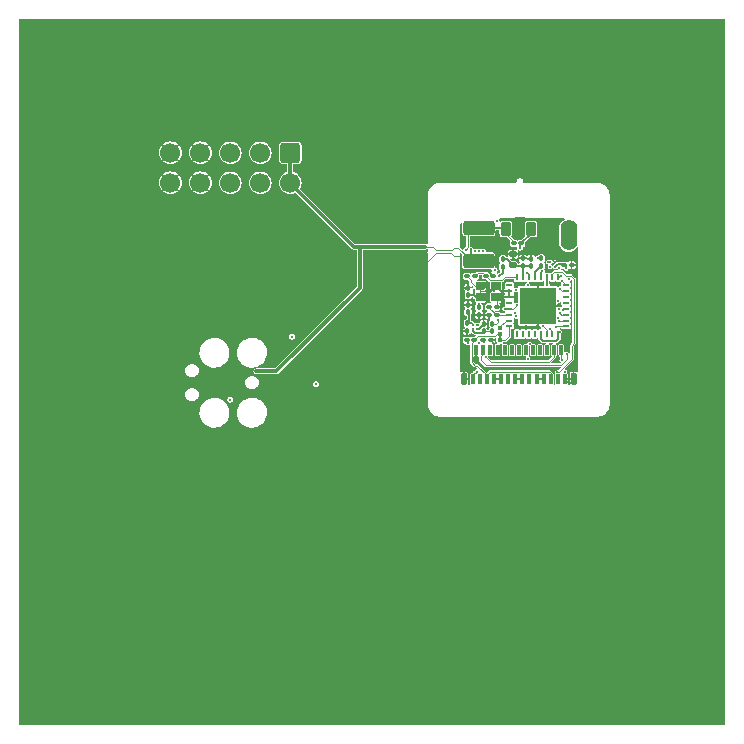
<source format=gbr>
%TF.GenerationSoftware,KiCad,Pcbnew,(7.0.0)*%
%TF.CreationDate,2023-03-09T15:49:26-05:00*%
%TF.ProjectId,headstage-neuropix2e,68656164-7374-4616-9765-2d6e6575726f,A*%
%TF.SameCoordinates,Original*%
%TF.FileFunction,Copper,L4,Bot*%
%TF.FilePolarity,Positive*%
%FSLAX46Y46*%
G04 Gerber Fmt 4.6, Leading zero omitted, Abs format (unit mm)*
G04 Created by KiCad (PCBNEW (7.0.0)) date 2023-03-09 15:49:26*
%MOMM*%
%LPD*%
G01*
G04 APERTURE LIST*
G04 Aperture macros list*
%AMRoundRect*
0 Rectangle with rounded corners*
0 $1 Rounding radius*
0 $2 $3 $4 $5 $6 $7 $8 $9 X,Y pos of 4 corners*
0 Add a 4 corners polygon primitive as box body*
4,1,4,$2,$3,$4,$5,$6,$7,$8,$9,$2,$3,0*
0 Add four circle primitives for the rounded corners*
1,1,$1+$1,$2,$3*
1,1,$1+$1,$4,$5*
1,1,$1+$1,$6,$7*
1,1,$1+$1,$8,$9*
0 Add four rect primitives between the rounded corners*
20,1,$1+$1,$2,$3,$4,$5,0*
20,1,$1+$1,$4,$5,$6,$7,0*
20,1,$1+$1,$6,$7,$8,$9,0*
20,1,$1+$1,$8,$9,$2,$3,0*%
%AMOutline5P*
0 Free polygon, 5 corners , with rotation*
0 The origin of the aperture is its center*
0 number of corners: always 5*
0 $1 to $10 corner X, Y*
0 $11 Rotation angle, in degrees counterclockwise*
0 create outline with 5 corners*
4,1,5,$1,$2,$3,$4,$5,$6,$7,$8,$9,$10,$1,$2,$11*%
%AMOutline6P*
0 Free polygon, 6 corners , with rotation*
0 The origin of the aperture is its center*
0 number of corners: always 6*
0 $1 to $12 corner X, Y*
0 $13 Rotation angle, in degrees counterclockwise*
0 create outline with 6 corners*
4,1,6,$1,$2,$3,$4,$5,$6,$7,$8,$9,$10,$11,$12,$1,$2,$13*%
%AMOutline7P*
0 Free polygon, 7 corners , with rotation*
0 The origin of the aperture is its center*
0 number of corners: always 7*
0 $1 to $14 corner X, Y*
0 $15 Rotation angle, in degrees counterclockwise*
0 create outline with 7 corners*
4,1,7,$1,$2,$3,$4,$5,$6,$7,$8,$9,$10,$11,$12,$13,$14,$1,$2,$15*%
%AMOutline8P*
0 Free polygon, 8 corners , with rotation*
0 The origin of the aperture is its center*
0 number of corners: always 8*
0 $1 to $16 corner X, Y*
0 $17 Rotation angle, in degrees counterclockwise*
0 create outline with 8 corners*
4,1,8,$1,$2,$3,$4,$5,$6,$7,$8,$9,$10,$11,$12,$13,$14,$15,$16,$1,$2,$17*%
%AMFreePoly0*
4,1,13,-0.200000,0.080000,-0.190866,0.125922,-0.164853,0.164853,-0.125922,0.190866,-0.080000,0.200000,0.200000,0.200000,0.200000,-0.200000,-0.080000,-0.200000,-0.125922,-0.190866,-0.164853,-0.164853,-0.190866,-0.125922,-0.200000,-0.080000,-0.200000,0.080000,-0.200000,0.080000,$1*%
%AMFreePoly1*
4,1,13,-0.200000,0.200000,0.080000,0.200000,0.125922,0.190866,0.164853,0.164853,0.190866,0.125922,0.200000,0.080000,0.200000,-0.080000,0.190866,-0.125922,0.164853,-0.164853,0.125922,-0.190866,0.080000,-0.200000,-0.200000,-0.200000,-0.200000,0.200000,-0.200000,0.200000,$1*%
G04 Aperture macros list end*
%TA.AperFunction,ComponentPad*%
%ADD10O,1.400000X2.600000*%
%TD*%
%TA.AperFunction,ComponentPad*%
%ADD11RoundRect,0.250000X-0.600000X0.600000X-0.600000X-0.600000X0.600000X-0.600000X0.600000X0.600000X0*%
%TD*%
%TA.AperFunction,ComponentPad*%
%ADD12C,1.700000*%
%TD*%
%TA.AperFunction,SMDPad,CuDef*%
%ADD13FreePoly0,90.000000*%
%TD*%
%TA.AperFunction,SMDPad,CuDef*%
%ADD14R,0.400000X0.400000*%
%TD*%
%TA.AperFunction,SMDPad,CuDef*%
%ADD15FreePoly1,90.000000*%
%TD*%
%TA.AperFunction,SMDPad,CuDef*%
%ADD16RoundRect,0.218750X0.218750X0.381250X-0.218750X0.381250X-0.218750X-0.381250X0.218750X-0.381250X0*%
%TD*%
%TA.AperFunction,SMDPad,CuDef*%
%ADD17RoundRect,0.015000X-0.135000X-0.385000X0.135000X-0.385000X0.135000X0.385000X-0.135000X0.385000X0*%
%TD*%
%TA.AperFunction,SMDPad,CuDef*%
%ADD18RoundRect,0.020000X-0.180000X-0.455000X0.180000X-0.455000X0.180000X0.455000X-0.180000X0.455000X0*%
%TD*%
%TA.AperFunction,SMDPad,CuDef*%
%ADD19C,0.180000*%
%TD*%
%TA.AperFunction,SMDPad,CuDef*%
%ADD20RoundRect,0.100000X0.130000X0.100000X-0.130000X0.100000X-0.130000X-0.100000X0.130000X-0.100000X0*%
%TD*%
%TA.AperFunction,SMDPad,CuDef*%
%ADD21C,0.200000*%
%TD*%
%TA.AperFunction,SMDPad,CuDef*%
%ADD22RoundRect,0.100000X-0.130000X-0.100000X0.130000X-0.100000X0.130000X0.100000X-0.130000X0.100000X0*%
%TD*%
%TA.AperFunction,SMDPad,CuDef*%
%ADD23RoundRect,0.140000X0.170000X-0.140000X0.170000X0.140000X-0.170000X0.140000X-0.170000X-0.140000X0*%
%TD*%
%TA.AperFunction,SMDPad,CuDef*%
%ADD24RoundRect,0.100000X0.100000X-0.130000X0.100000X0.130000X-0.100000X0.130000X-0.100000X-0.130000X0*%
%TD*%
%TA.AperFunction,SMDPad,CuDef*%
%ADD25RoundRect,0.100000X-0.100000X0.130000X-0.100000X-0.130000X0.100000X-0.130000X0.100000X0.130000X0*%
%TD*%
%TA.AperFunction,SMDPad,CuDef*%
%ADD26Outline5P,-0.387500X0.337500X0.387500X0.337500X0.387500X-0.202500X0.252500X-0.337500X-0.387500X-0.337500X0.000000*%
%TD*%
%TA.AperFunction,SMDPad,CuDef*%
%ADD27RoundRect,0.020250X-0.367250X-0.317250X0.367250X-0.317250X0.367250X0.317250X-0.367250X0.317250X0*%
%TD*%
%TA.AperFunction,SMDPad,CuDef*%
%ADD28R,0.599999X0.249999*%
%TD*%
%TA.AperFunction,SMDPad,CuDef*%
%ADD29R,0.249999X0.599999*%
%TD*%
%TA.AperFunction,SMDPad,CuDef*%
%ADD30R,3.099999X3.099999*%
%TD*%
%TA.AperFunction,SMDPad,CuDef*%
%ADD31RoundRect,0.250000X1.075000X-0.375000X1.075000X0.375000X-1.075000X0.375000X-1.075000X-0.375000X0*%
%TD*%
%TA.AperFunction,ViaPad*%
%ADD32C,0.200000*%
%TD*%
%TA.AperFunction,ViaPad*%
%ADD33C,0.300000*%
%TD*%
%TA.AperFunction,Conductor*%
%ADD34C,0.150000*%
%TD*%
%TA.AperFunction,Conductor*%
%ADD35C,0.100000*%
%TD*%
%TA.AperFunction,Conductor*%
%ADD36C,0.200000*%
%TD*%
%TA.AperFunction,Conductor*%
%ADD37C,0.300000*%
%TD*%
%TA.AperFunction,Conductor*%
%ADD38C,0.172000*%
%TD*%
G04 APERTURE END LIST*
%TO.C,JP1*%
G36*
X140905000Y-92160000D02*
G01*
X140745000Y-92160000D01*
X140745000Y-91960000D01*
X140905000Y-91960000D01*
X140905000Y-92160000D01*
G37*
%TD*%
D10*
%TO.P,TP2,1,1*%
%TO.N,/Neuropixels 2.0/NP_{TP0}*%
X146634999Y-83419999D03*
%TD*%
%TO.P,TP1,1,1*%
%TO.N,GND*%
X144954999Y-83419999D03*
%TD*%
D11*
%TO.P,J4,1,Pin_1*%
%TO.N,+4V*%
X123080000Y-76447500D03*
D12*
%TO.P,J4,2,Pin_2*%
X123080000Y-78987500D03*
%TO.P,J4,3,Pin_3*%
%TO.N,/Neuropixels 2.0/SCL*%
X120540000Y-76447500D03*
%TO.P,J4,4,Pin_4*%
X120540000Y-78987500D03*
%TO.P,J4,5,Pin_5*%
%TO.N,/Neuropixels 2.0/SDA*%
X118000000Y-76447500D03*
%TO.P,J4,6,Pin_6*%
X118000000Y-78987500D03*
%TO.P,J4,7,Pin_7*%
%TO.N,GND*%
X115460000Y-76447500D03*
%TO.P,J4,8,Pin_8*%
X115460000Y-78987500D03*
%TO.P,J4,9,Pin_9*%
X112920000Y-76447500D03*
%TO.P,J4,10,Pin_10*%
X112920000Y-78987500D03*
%TD*%
D13*
%TO.P,JP1,1,A*%
%TO.N,Net-(JP1-A)*%
X140824999Y-92329999D03*
D14*
%TO.P,JP1,2,C*%
%TO.N,/Neuropixels 2.0/SYNC*%
X140824999Y-91789999D03*
D15*
%TO.P,JP1,3,B*%
%TO.N,Net-(JP1-B)*%
X140824999Y-91249999D03*
%TD*%
D16*
%TO.P,L2,1,1*%
%TO.N,/DC Tap & Regulation/RF+DC*%
X143450000Y-82900000D03*
%TO.P,L2,2,2*%
%TO.N,Net-(L1-Pad2)*%
X141325000Y-82900000D03*
%TD*%
D17*
%TO.P,J3,1,Pin_1*%
%TO.N,GND*%
X146325000Y-95625000D03*
%TO.P,J3,2,Pin_2*%
%TO.N,/Neuropixels 2.0/SDA_{B}*%
X146025000Y-93155000D03*
%TO.P,J3,3,Pin_3*%
%TO.N,/Neuropixels 2.0/NP_{RESET}*%
X145725000Y-95625000D03*
%TO.P,J3,4,Pin_4*%
%TO.N,/Neuropixels 2.0/SCL*%
X145425000Y-93155000D03*
%TO.P,J3,5,Pin_5*%
%TO.N,/Neuropixels 2.0/SYNC*%
X145125000Y-95625000D03*
%TO.P,J3,6,Pin_6*%
%TO.N,/Neuropixels 2.0/D0*%
X144825000Y-93155000D03*
%TO.P,J3,7,Pin_7*%
%TO.N,GND*%
X144525000Y-95625000D03*
%TO.P,J3,8,Pin_8*%
%TO.N,/Neuropixels 2.0/D1*%
X144225000Y-93155000D03*
%TO.P,J3,9,Pin_9*%
%TO.N,GND*%
X143925000Y-95625000D03*
%TO.P,J3,10,Pin_10*%
%TO.N,/Neuropixels 2.0/D2*%
X143625000Y-93155000D03*
%TO.P,J3,11,Pin_11*%
%TO.N,+1.8VA*%
X143325000Y-95625000D03*
%TO.P,J3,12,Pin_12*%
%TO.N,/Neuropixels 2.0/D3*%
X143025000Y-93155000D03*
%TO.P,J3,13,Pin_13*%
%TO.N,GND*%
X142725000Y-95625000D03*
%TO.P,J3,14,Pin_14*%
%TO.N,/Neuropixels 2.0/PCLK*%
X142425000Y-93155000D03*
%TO.P,J3,15,Pin_15*%
%TO.N,GND*%
X142125000Y-95625000D03*
%TO.P,J3,16,Pin_16*%
%TO.N,/Neuropixels 2.0/D4*%
X141825000Y-93155000D03*
%TO.P,J3,17,Pin_17*%
%TO.N,+1.8VA*%
X141525000Y-95625000D03*
%TO.P,J3,18,Pin_18*%
%TO.N,/Neuropixels 2.0/D5*%
X141225000Y-93155000D03*
%TO.P,J3,19,Pin_19*%
%TO.N,GND*%
X140925000Y-95625000D03*
%TO.P,J3,20,Pin_20*%
%TO.N,/Neuropixels 2.0/D6*%
X140625000Y-93155000D03*
%TO.P,J3,21,Pin_21*%
%TO.N,GND*%
X140325000Y-95625000D03*
%TO.P,J3,22,Pin_22*%
%TO.N,/Neuropixels 2.0/D7*%
X140025000Y-93155000D03*
%TO.P,J3,23,Pin_23*%
%TO.N,/Neuropixels 2.0/SYNC*%
X139725000Y-95625000D03*
%TO.P,J3,24,Pin_24*%
%TO.N,/Neuropixels 2.0/NP_{TP1}*%
X139425000Y-93155000D03*
%TO.P,J3,25,Pin_25*%
%TO.N,/Neuropixels 2.0/NP_{RESET}*%
X139125000Y-95625000D03*
%TO.P,J3,26,Pin_26*%
%TO.N,GND*%
X138825000Y-93155000D03*
%TO.P,J3,27,Pin_27*%
%TO.N,/Neuropixels 2.0/NP_{TP0}*%
X138525000Y-95625000D03*
D18*
%TO.P,J3,MP,MountPin*%
%TO.N,GND*%
X147060000Y-95580000D03*
X137790000Y-95580000D03*
%TD*%
D19*
%TO.P,U6,A1,VCC*%
%TO.N,+1V8*%
X145475000Y-86100000D03*
%TO.P,U6,A2,VSS*%
%TO.N,GND*%
X145475000Y-85700000D03*
%TO.P,U6,B1,SCL*%
%TO.N,/Neuropixels 2.0/SCL*%
X145075000Y-86100000D03*
%TO.P,U6,B2,SDA*%
%TO.N,/Neuropixels 2.0/SDA*%
X145075000Y-85700000D03*
%TD*%
D20*
%TO.P,C25,1*%
%TO.N,GND*%
X146895000Y-85950000D03*
%TO.P,C25,2*%
%TO.N,+1V8*%
X146255000Y-85950000D03*
%TD*%
D21*
%TO.P,U2,A1,VIN*%
%TO.N,+2V5*%
X138570000Y-91025000D03*
%TO.P,U2,A2,VOUT*%
%TO.N,+1.8VA*%
X138570000Y-91375000D03*
%TO.P,U2,B1,EN*%
%TO.N,+1V8*%
X138920000Y-91025000D03*
%TO.P,U2,B2,GND*%
%TO.N,GND*%
X138920000Y-91375000D03*
%TD*%
D22*
%TO.P,R5,1*%
%TO.N,+1V8*%
X138055000Y-86900000D03*
%TO.P,R5,2*%
%TO.N,Net-(U3-PDB)*%
X138695000Y-86900000D03*
%TD*%
D20*
%TO.P,C28,1*%
%TO.N,GND*%
X140065000Y-92300000D03*
%TO.P,C28,2*%
%TO.N,Net-(U7-CAP)*%
X139425000Y-92300000D03*
%TD*%
D23*
%TO.P,C12,1*%
%TO.N,Net-(U3-VDDPLL)*%
X141925000Y-85980000D03*
%TO.P,C12,2*%
%TO.N,GND*%
X141925000Y-85020000D03*
%TD*%
D24*
%TO.P,C11,1*%
%TO.N,Net-(U3-VDDPLL)*%
X143475000Y-86040000D03*
%TO.P,C11,2*%
%TO.N,GND*%
X143475000Y-85400000D03*
%TD*%
%TO.P,R11,1*%
%TO.N,+1.8VA*%
X140165000Y-91570000D03*
%TO.P,R11,2*%
%TO.N,/Neuropixels 2.0/SCL*%
X140165000Y-90930000D03*
%TD*%
D25*
%TO.P,L3,1,1*%
%TO.N,Net-(U3-VDDPLL)*%
X141055000Y-85460000D03*
%TO.P,L3,2,2*%
%TO.N,+1V8*%
X141055000Y-86100000D03*
%TD*%
D24*
%TO.P,C4,1*%
%TO.N,+1.8VA*%
X139445000Y-91570000D03*
%TO.P,C4,2*%
%TO.N,GND*%
X139445000Y-90930000D03*
%TD*%
D20*
%TO.P,R12,1*%
%TO.N,Net-(U5-OUT)*%
X140545000Y-89500000D03*
%TO.P,R12,2*%
%TO.N,/Neuropixels 2.0/PCLK*%
X139905000Y-89500000D03*
%TD*%
D22*
%TO.P,C21,1*%
%TO.N,Net-(U3-PDB)*%
X139615000Y-86860000D03*
%TO.P,C21,2*%
%TO.N,GND*%
X140255000Y-86860000D03*
%TD*%
D26*
%TO.P,U5,1,EN*%
%TO.N,+1V8*%
X139187499Y-87712499D03*
D27*
%TO.P,U5,2,GND*%
%TO.N,GND*%
X140462500Y-87712500D03*
%TO.P,U5,3,OUT*%
%TO.N,Net-(U5-OUT)*%
X140462500Y-88687500D03*
%TO.P,U5,4,VCC*%
%TO.N,+1V8*%
X139187500Y-88687500D03*
%TD*%
D24*
%TO.P,C27,1*%
%TO.N,GND*%
X139055000Y-90160000D03*
%TO.P,C27,2*%
%TO.N,+1V8*%
X139055000Y-89520000D03*
%TD*%
D20*
%TO.P,C24,1*%
%TO.N,/Neuropixels 2.0/PCLK*%
X140545000Y-90200000D03*
%TO.P,C24,2*%
%TO.N,GND*%
X139905000Y-90200000D03*
%TD*%
D22*
%TO.P,R8,1*%
%TO.N,+1V8*%
X138015000Y-92300000D03*
%TO.P,R8,2*%
%TO.N,/Neuropixels 2.0/SYNC*%
X138655000Y-92300000D03*
%TD*%
%TO.P,R2,1*%
%TO.N,Net-(L1-Pad2)*%
X142005000Y-84100000D03*
%TO.P,R2,2*%
%TO.N,/DC Tap & Regulation/RF+DC*%
X142645000Y-84100000D03*
%TD*%
D25*
%TO.P,C5,1*%
%TO.N,+2V5*%
X138045000Y-90880000D03*
%TO.P,C5,2*%
%TO.N,GND*%
X138045000Y-91520000D03*
%TD*%
%TO.P,C26,1*%
%TO.N,GND*%
X138125000Y-89300000D03*
%TO.P,C26,2*%
%TO.N,+2V5*%
X138125000Y-89940000D03*
%TD*%
D24*
%TO.P,C10,1*%
%TO.N,Net-(U3-VDDPLL)*%
X142775000Y-86020000D03*
%TO.P,C10,2*%
%TO.N,GND*%
X142775000Y-85380000D03*
%TD*%
D28*
%TO.P,U3,1,HSYNC*%
%TO.N,Net-(JP1-A)*%
X141624999Y-91149998D03*
%TO.P,U3,2,VSYNC*%
%TO.N,Net-(JP1-B)*%
X141624999Y-90649999D03*
%TO.P,U3,3,PCLK*%
%TO.N,/Neuropixels 2.0/PCLK*%
X141624999Y-90150000D03*
%TO.P,U3,4,SCL*%
%TO.N,/Neuropixels 2.0/SCL*%
X141624999Y-89649999D03*
%TO.P,U3,5,SDA*%
%TO.N,/Neuropixels 2.0/SDA*%
X141624999Y-89149999D03*
%TO.P,U3,6,ID[X]*%
%TO.N,GND*%
X141624999Y-88650001D03*
%TO.P,U3,7,RES*%
X141624999Y-88149999D03*
%TO.P,U3,8,MODE*%
%TO.N,Net-(U3-MODE)*%
X141624999Y-87650000D03*
D29*
%TO.P,U3,9,PDB*%
%TO.N,Net-(U3-PDB)*%
X142275000Y-86999999D03*
%TO.P,U3,10,VDDPLL*%
%TO.N,Net-(U3-VDDPLL)*%
X142774999Y-86999999D03*
%TO.P,U3,11,VDDT*%
%TO.N,+1V8*%
X143274998Y-86999999D03*
%TO.P,U3,12,DOUTN*%
%TO.N,Net-(U3-DOUTN)*%
X143774999Y-86999999D03*
%TO.P,U3,13,DOUTP*%
%TO.N,Net-(U3-DOUTP)*%
X144274999Y-86999999D03*
%TO.P,U3,14,VDDCML*%
%TO.N,Net-(U3-VDDCML)*%
X144774997Y-86999999D03*
%TO.P,U3,15,GPIO0*%
%TO.N,/Neuropixels 2.0/NP_{RESET}*%
X145274999Y-86999999D03*
%TO.P,U3,16,GPIO1*%
%TO.N,/Neuropixels 2.0/NP_{Select}*%
X145774998Y-86999999D03*
D28*
%TO.P,U3,17,GPIO2/CLK0*%
%TO.N,/Perpherials/GPIO*%
X146424999Y-87650000D03*
%TO.P,U3,18,GPIO3/CLKIN*%
%TO.N,Net-(U3-GPIO3{slash}CLKIN)*%
X146424999Y-88149999D03*
%TO.P,U3,19,DIN_0*%
%TO.N,/Neuropixels 2.0/D0*%
X146424999Y-88650001D03*
%TO.P,U3,20,DIN_1*%
%TO.N,/Neuropixels 2.0/D1*%
X146424999Y-89149999D03*
%TO.P,U3,21,DIN_2*%
%TO.N,/Neuropixels 2.0/D2*%
X146424999Y-89649999D03*
%TO.P,U3,22,DIN_3*%
%TO.N,/Neuropixels 2.0/D3*%
X146424999Y-90150000D03*
%TO.P,U3,23,DIN_4*%
%TO.N,/Neuropixels 2.0/D4*%
X146424999Y-90649999D03*
%TO.P,U3,24,DIN_5*%
%TO.N,/Neuropixels 2.0/D5*%
X146424999Y-91149998D03*
D29*
%TO.P,U3,25,VDDIO*%
%TO.N,+1V8*%
X145774998Y-91799999D03*
%TO.P,U3,26,DIN_6*%
%TO.N,/Neuropixels 2.0/D6*%
X145274999Y-91799999D03*
%TO.P,U3,27,DIN_7*%
%TO.N,/Neuropixels 2.0/D7*%
X144774997Y-91799999D03*
%TO.P,U3,28,VDDD*%
%TO.N,+1V8*%
X144274999Y-91799999D03*
%TO.P,U3,29,DIN_8*%
%TO.N,unconnected-(U3-DIN_8-Pad29)*%
X143774999Y-91799999D03*
%TO.P,U3,30,DIN_9*%
%TO.N,unconnected-(U3-DIN_9-Pad30)*%
X143274998Y-91799999D03*
%TO.P,U3,31,DIN_10*%
%TO.N,unconnected-(U3-DIN_10-Pad31)*%
X142774999Y-91799999D03*
%TO.P,U3,32,DIN_11*%
%TO.N,unconnected-(U3-DIN_11-Pad32)*%
X142275000Y-91799999D03*
D30*
%TO.P,U3,33,GND(DAP)*%
%TO.N,GND*%
X144024999Y-89399999D03*
%TD*%
D31*
%TO.P,L1,1,1*%
%TO.N,+4V*%
X139025000Y-85600000D03*
%TO.P,L1,2,2*%
%TO.N,Net-(L1-Pad2)*%
X139025000Y-82800000D03*
%TD*%
D24*
%TO.P,C23,1*%
%TO.N,+1V8*%
X138145000Y-88490000D03*
%TO.P,C23,2*%
%TO.N,GND*%
X138145000Y-87850000D03*
%TD*%
%TO.P,C20,1*%
%TO.N,Net-(U3-DOUTN)*%
X144325000Y-86020000D03*
%TO.P,C20,2*%
%TO.N,/Serializer/Dout-*%
X144325000Y-85380000D03*
%TD*%
D32*
%TO.N,GND*%
X146915000Y-84930000D03*
X138835000Y-83649300D03*
X137898663Y-88881316D03*
X142125000Y-95650000D03*
X142725000Y-94750000D03*
D33*
X156300000Y-121900000D03*
D32*
X142075000Y-94750000D03*
X139870000Y-87480000D03*
X139750000Y-88050498D03*
X141615000Y-84550000D03*
X145475000Y-87550000D03*
X144000000Y-94725000D03*
X146785000Y-95970000D03*
X139445000Y-90900000D03*
X145625000Y-94100000D03*
D33*
X139900000Y-106500000D03*
D32*
X144005000Y-91150000D03*
X139415000Y-83640000D03*
X142574999Y-82474998D03*
X137915500Y-87943311D03*
X139470000Y-89250000D03*
D33*
X135640000Y-73600000D03*
D32*
X144455000Y-90760000D03*
X143185000Y-84540000D03*
X137925000Y-95200000D03*
X146925000Y-95200000D03*
X141525000Y-93720500D03*
X146680000Y-94660000D03*
X140005000Y-83700000D03*
X145275000Y-94750000D03*
X146025000Y-85130000D03*
X140362500Y-88150500D03*
X143225000Y-85400000D03*
X147035000Y-85460000D03*
X144755000Y-88270000D03*
X138306076Y-91856076D03*
X139025000Y-90250000D03*
X141607409Y-88089070D03*
X144465000Y-89370000D03*
X144525000Y-95650000D03*
X143025000Y-90500000D03*
X143925000Y-95650000D03*
X140075000Y-94775000D03*
X139165000Y-86900000D03*
X140925000Y-95650000D03*
X143025000Y-90000000D03*
X140225000Y-92510000D03*
X141975000Y-82620000D03*
X143845000Y-93830000D03*
X140325000Y-93720500D03*
X137785000Y-89620000D03*
X137810700Y-83680000D03*
X139925000Y-90200000D03*
X144755000Y-88610000D03*
X140325000Y-95650000D03*
X138525000Y-94750000D03*
D33*
X126680000Y-71747500D03*
X156700000Y-69100000D03*
X155800000Y-87500000D03*
D32*
X141225000Y-84830000D03*
X143725000Y-87600000D03*
X144565000Y-93780000D03*
X144815000Y-90110000D03*
X142775000Y-85400000D03*
X141395000Y-84090000D03*
X140462500Y-87724500D03*
X143705000Y-84520000D03*
X147010000Y-94230000D03*
X143565000Y-84070000D03*
X142475000Y-85050000D03*
X143285000Y-88250000D03*
X144185000Y-87630000D03*
X147135000Y-86480000D03*
D33*
X107600000Y-104500000D03*
X103100000Y-122100000D03*
D32*
X142725000Y-93710000D03*
X139455000Y-90190000D03*
X143025000Y-91150500D03*
X140905000Y-94725000D03*
X143880840Y-88220500D03*
X143385000Y-88770000D03*
X145125000Y-85330000D03*
X139107347Y-94319500D03*
X142165000Y-90630000D03*
D33*
X105450000Y-70470000D03*
D32*
X142725000Y-95650000D03*
X137955000Y-94170000D03*
X142355000Y-91170000D03*
D33*
X145200000Y-72300000D03*
D32*
X137975000Y-87440000D03*
D33*
X154200000Y-101500000D03*
D32*
X141625000Y-87249500D03*
D33*
X103900000Y-84800000D03*
X130200000Y-99700000D03*
D32*
X142025000Y-85450000D03*
X137781392Y-91260865D03*
X137915000Y-93180000D03*
X139725000Y-86450000D03*
%TO.N,+1V8*%
X145875500Y-91592347D03*
X139435000Y-84730000D03*
X139025000Y-89250000D03*
X146434268Y-86221264D03*
X138620290Y-88099352D03*
X144275000Y-91650500D03*
X143157963Y-86612963D03*
D33*
X140775000Y-86900000D03*
D32*
X138147595Y-92527730D03*
X146655000Y-87170000D03*
X145820230Y-89664770D03*
X138984500Y-91016076D03*
%TO.N,/Neuropixels 2.0/PCLK*%
X141625000Y-90210000D03*
X142425000Y-93150000D03*
%TO.N,/Neuropixels 2.0/SDA_{A}*%
X139040000Y-92557084D03*
X142122378Y-89995974D03*
%TO.N,+4V*%
X138640419Y-85475200D03*
D33*
X138124999Y-85890001D03*
X120200000Y-94945000D03*
D32*
X138355000Y-84600000D03*
D33*
%TO.N,/Neuropixels 2.0/SCL*%
X118000000Y-97340000D03*
D32*
X140625000Y-90625000D03*
X142235000Y-89324500D03*
X145075000Y-86100000D03*
X138735000Y-84740000D03*
X139642609Y-93772609D03*
X141234061Y-89672090D03*
%TO.N,/Neuropixels 2.0/SYNC*%
X139725000Y-95650000D03*
X145125000Y-95650000D03*
%TO.N,/Neuropixels 2.0/D7*%
X144455065Y-91149935D03*
X140025000Y-93150000D03*
%TO.N,Net-(L1-Pad2)*%
X137921788Y-84655700D03*
%TO.N,/Neuropixels 2.0/D6*%
X145075000Y-91385075D03*
X140625000Y-93150000D03*
%TO.N,/Neuropixels 2.0/D5*%
X141225000Y-93150000D03*
X145539322Y-91153783D03*
%TO.N,/Neuropixels 2.0/D4*%
X141825000Y-93150000D03*
X145855000Y-90720000D03*
%TO.N,/Neuropixels 2.0/D3*%
X143025000Y-93150000D03*
X145871150Y-90001022D03*
%TO.N,/Neuropixels 2.0/D2*%
X146185000Y-89750000D03*
X143625000Y-93150000D03*
%TO.N,/Neuropixels 2.0/D1*%
X146405000Y-89140000D03*
X144225000Y-93150000D03*
%TO.N,/Neuropixels 2.0/D0*%
X146425000Y-88650002D03*
X144825000Y-93150000D03*
D33*
%TO.N,/DC Tap & Regulation/RF+DC*%
X142525000Y-84475000D03*
D32*
%TO.N,/Neuropixels 2.0/NP_{TP0}*%
X138875000Y-94980000D03*
X146325000Y-95000000D03*
%TO.N,/Neuropixels 2.0/SDA_{B}*%
X146068576Y-93973576D03*
%TO.N,/Neuropixels 2.0/SDA*%
X142225000Y-90290000D03*
X143175250Y-87650499D03*
X145774501Y-90410000D03*
X142177262Y-88059188D03*
X141625000Y-89150000D03*
X139085000Y-84730000D03*
D33*
X123200000Y-92000000D03*
D32*
X144915000Y-85700000D03*
D33*
X125255000Y-96035000D03*
D32*
%TO.N,/Perpherials/GPIO*%
X140600000Y-82204300D03*
X146099498Y-87271944D03*
%TO.N,/Neuropixels 2.0/NP_{Select}*%
X145975500Y-86850000D03*
X145774501Y-88979500D03*
D33*
%TO.N,+2V5*%
X140375000Y-86400000D03*
D32*
X138215000Y-89990000D03*
%TO.N,Net-(U3-DOUTP)*%
X144425000Y-86449500D03*
%TO.N,Net-(U7-CAP)*%
X139483691Y-92449503D03*
%TO.N,Net-(U3-GPIO3{slash}CLKIN)*%
X145857158Y-86184021D03*
X145895000Y-87940000D03*
%TO.N,Net-(U3-MODE)*%
X141625000Y-87650000D03*
%TO.N,/Neuropixels 2.0/NP_{RESET}*%
X145725000Y-95650000D03*
X139125000Y-95650000D03*
X145675000Y-95046446D03*
%TO.N,+1.8VA*%
X143205000Y-93880000D03*
X141525000Y-95650000D03*
X138570000Y-91375000D03*
X143325000Y-95650000D03*
X143331424Y-92606424D03*
%TO.N,/Neuropixels 2.0/NP_{TP1}*%
X146495500Y-93475000D03*
%TO.N,/Serializer/Dout-*%
X144025000Y-85380000D03*
%TO.N,Net-(U3-VDDCML)*%
X144845000Y-87650499D03*
%TD*%
D34*
%TO.N,GND*%
X139014485Y-91375000D02*
X138920000Y-91375000D01*
X139445000Y-90930000D02*
X139445000Y-90944485D01*
X139445000Y-90944485D02*
X139014485Y-91375000D01*
D35*
X136947889Y-85202111D02*
X137352111Y-85202111D01*
D34*
X138825000Y-94037153D02*
X139107347Y-94319500D01*
D36*
X140255000Y-86845736D02*
X139859264Y-86450000D01*
D34*
X146785000Y-95970000D02*
X146645000Y-95970000D01*
D35*
X135400000Y-84950000D02*
X136695778Y-84950000D01*
D36*
X134100000Y-85487157D02*
X134362843Y-85750000D01*
X134362843Y-85750000D02*
X134600000Y-85750000D01*
X140255000Y-86860000D02*
X140255000Y-86845736D01*
D35*
X136695778Y-84950000D02*
X136947889Y-85202111D01*
X137512157Y-86977157D02*
X137975000Y-87440000D01*
X137352111Y-85202111D02*
X137512157Y-85362157D01*
X137512157Y-85362157D02*
X137512157Y-86977157D01*
D34*
X146645000Y-95970000D02*
X146325000Y-95650000D01*
D36*
X139859264Y-86450000D02*
X139725000Y-86450000D01*
D35*
X134600000Y-85750000D02*
X135400000Y-84950000D01*
D34*
X138825000Y-93150000D02*
X138825000Y-94037153D01*
D35*
%TO.N,+1V8*%
X138375000Y-87403554D02*
X138375000Y-87220000D01*
D36*
X139025000Y-89580000D02*
X139025000Y-89250000D01*
X141055000Y-86620000D02*
X140775000Y-86900000D01*
X145516914Y-86100000D02*
X145732893Y-85884021D01*
X144435000Y-92360000D02*
X145585000Y-92360000D01*
X138620290Y-88099352D02*
X138615000Y-88104642D01*
X145732893Y-85884021D02*
X146189021Y-85884021D01*
X138145000Y-88490000D02*
X138615000Y-88490000D01*
D35*
X139100000Y-87725000D02*
X139100000Y-88625000D01*
D36*
X138800000Y-88675000D02*
X139050000Y-88675000D01*
D35*
X139100000Y-87725000D02*
X138696446Y-87725000D01*
D36*
X143274999Y-87000000D02*
X143274999Y-86729999D01*
X144275000Y-92200000D02*
X144435000Y-92360000D01*
X145774999Y-92170001D02*
X145774999Y-91800000D01*
D35*
X139100000Y-88625000D02*
X139050000Y-88675000D01*
D36*
X144275000Y-91800000D02*
X144275000Y-92200000D01*
D35*
X138375000Y-87220000D02*
X138055000Y-86900000D01*
D36*
X145475000Y-86100000D02*
X145516914Y-86100000D01*
X141055000Y-86100000D02*
X141055000Y-86620000D01*
X138615000Y-88104642D02*
X138615000Y-88490000D01*
X143274999Y-86729999D02*
X143157963Y-86612963D01*
X146189021Y-85884021D02*
X146255000Y-85950000D01*
D35*
X146255000Y-85950000D02*
X146216521Y-85911521D01*
D36*
X145585000Y-92360000D02*
X145774999Y-92170001D01*
X146434268Y-86221264D02*
X146434268Y-86129268D01*
X138615000Y-88490000D02*
X138800000Y-88675000D01*
D35*
X138696446Y-87725000D02*
X138375000Y-87403554D01*
D36*
X146434268Y-86129268D02*
X146255000Y-85950000D01*
D35*
%TO.N,/Neuropixels 2.0/PCLK*%
X141625000Y-90210000D02*
X141615000Y-90200000D01*
X139905000Y-89500000D02*
X139905000Y-89560000D01*
X139905000Y-89560000D02*
X140545000Y-90200000D01*
X141615000Y-90200000D02*
X140545000Y-90200000D01*
D36*
%TO.N,+4V*%
X138355000Y-85189781D02*
X138640419Y-85475200D01*
D37*
X123080000Y-76447500D02*
X123080000Y-78987500D01*
X128396250Y-84303750D02*
X128492500Y-84400000D01*
X128396250Y-84303750D02*
X123080000Y-78987500D01*
D35*
X136746095Y-84700000D02*
X135450000Y-84700000D01*
X136921848Y-84524247D02*
X136746095Y-84700000D01*
X138640419Y-85475200D02*
X138279105Y-85475200D01*
X137125000Y-84488443D02*
X136968126Y-84524247D01*
X135450000Y-84700000D02*
X135150000Y-84400000D01*
D37*
X120200000Y-94945000D02*
X121900000Y-94945000D01*
X121900000Y-94945000D02*
X128954058Y-87890942D01*
D35*
X137292348Y-84488443D02*
X137125000Y-84488443D01*
D36*
X138355000Y-84600000D02*
X138355000Y-85189781D01*
D35*
X138279105Y-85475200D02*
X137292348Y-84488443D01*
X136968126Y-84524247D02*
X136921848Y-84524247D01*
D37*
X128492500Y-84400000D02*
X129700000Y-84400000D01*
X129700000Y-84400000D02*
X134500000Y-84400000D01*
X128954058Y-87890942D02*
X128954058Y-84557808D01*
D35*
X135150000Y-84400000D02*
X134500000Y-84400000D01*
%TO.N,/Neuropixels 2.0/SCL*%
X144955000Y-94180000D02*
X145385000Y-93750000D01*
X142235000Y-89324500D02*
X141909500Y-89650000D01*
X145385000Y-93190000D02*
X145425000Y-93150000D01*
X140625000Y-90625000D02*
X140625000Y-90780000D01*
X141256151Y-89650000D02*
X141234061Y-89672090D01*
X140050000Y-94180000D02*
X144955000Y-94180000D01*
X140475000Y-90930000D02*
X140145000Y-90930000D01*
X140625000Y-90780000D02*
X140475000Y-90930000D01*
X141909500Y-89650000D02*
X141625000Y-89650000D01*
X141625000Y-89650000D02*
X141256151Y-89650000D01*
X145385000Y-93750000D02*
X145385000Y-93190000D01*
X139642609Y-93772609D02*
X140050000Y-94180000D01*
%TO.N,/Neuropixels 2.0/SYNC*%
X138655000Y-92300000D02*
X139005000Y-91950000D01*
X139725000Y-95290000D02*
X139725000Y-95650000D01*
X139710000Y-95275000D02*
X139725000Y-95275000D01*
X140560000Y-91790000D02*
X140825000Y-91790000D01*
X138435000Y-94175000D02*
X138730000Y-94470000D01*
X138905000Y-94470000D02*
X139710000Y-95275000D01*
X139710000Y-95275000D02*
X139725000Y-95290000D01*
X140178554Y-95025000D02*
X140203554Y-95000000D01*
X138655000Y-92300000D02*
X138435000Y-92520000D01*
X138730000Y-94470000D02*
X138905000Y-94470000D01*
X139005000Y-91950000D02*
X140400000Y-91950000D01*
X139975000Y-95025000D02*
X140178554Y-95025000D01*
X140203554Y-95000000D02*
X145025000Y-95000000D01*
X140400000Y-91950000D02*
X140560000Y-91790000D01*
X139725000Y-95275000D02*
X139975000Y-95025000D01*
X145125000Y-95100000D02*
X145125000Y-95650000D01*
X145025000Y-95000000D02*
X145125000Y-95100000D01*
X138435000Y-92520000D02*
X138435000Y-94175000D01*
X140815000Y-91790000D02*
X140612158Y-91790000D01*
%TO.N,/Neuropixels 2.0/D7*%
X144774998Y-91800000D02*
X144774998Y-91469868D01*
X144774998Y-91469868D02*
X144455065Y-91149935D01*
%TO.N,Net-(L1-Pad2)*%
X142005000Y-84100000D02*
X142005000Y-84000000D01*
X137921788Y-84655700D02*
X138125000Y-84452488D01*
X141325000Y-83320000D02*
X141325000Y-82800000D01*
X138125000Y-84452488D02*
X138125000Y-82790000D01*
X142005000Y-84000000D02*
X141325000Y-83320000D01*
X138125000Y-82790000D02*
X138355000Y-82560000D01*
D36*
X141325000Y-82800000D02*
X139025000Y-82800000D01*
D35*
%TO.N,/Neuropixels 2.0/D6*%
X145075000Y-91385075D02*
X145275000Y-91585075D01*
X145275000Y-91585075D02*
X145275000Y-91800000D01*
%TO.N,/Neuropixels 2.0/D5*%
X145539322Y-91153783D02*
X145543106Y-91149999D01*
X145543106Y-91149999D02*
X146425000Y-91149999D01*
%TO.N,/Neuropixels 2.0/D4*%
X146425000Y-90650000D02*
X145925000Y-90650000D01*
X145925000Y-90650000D02*
X145855000Y-90720000D01*
%TO.N,/Neuropixels 2.0/D3*%
X146020129Y-90150001D02*
X146425000Y-90150001D01*
X145871150Y-90001022D02*
X146020129Y-90150001D01*
D36*
%TO.N,/DC Tap & Regulation/RF+DC*%
X143450000Y-82800000D02*
X143450000Y-83295000D01*
X143450000Y-83295000D02*
X142645000Y-84100000D01*
X142525000Y-84475000D02*
X142525000Y-84220000D01*
X142525000Y-84220000D02*
X142645000Y-84100000D01*
D35*
%TO.N,/Neuropixels 2.0/NP_{TP0}*%
X138775000Y-95080000D02*
X138875000Y-94980000D01*
X138525000Y-95225000D02*
X138525000Y-95625000D01*
X138670000Y-95080000D02*
X138525000Y-95225000D01*
X138775000Y-95080000D02*
X138670000Y-95080000D01*
%TO.N,/Neuropixels 2.0/SDA_{B}*%
X146068576Y-93973576D02*
X146025000Y-93930000D01*
X146025000Y-93930000D02*
X146025000Y-93150000D01*
%TO.N,/Neuropixels 2.0/SDA*%
X145075000Y-85700000D02*
X144915000Y-85700000D01*
%TO.N,/Perpherials/GPIO*%
X146425000Y-87650001D02*
X146425000Y-87597446D01*
X146425000Y-87597446D02*
X146099498Y-87271944D01*
%TO.N,Net-(JP1-B)*%
X140815000Y-91135000D02*
X141300000Y-90650000D01*
X140815000Y-91250000D02*
X140815000Y-91135000D01*
X141300000Y-90650000D02*
X141625000Y-90650000D01*
%TO.N,/Neuropixels 2.0/NP_{Select}*%
X145975500Y-86850000D02*
X145924999Y-86850000D01*
X145924999Y-86850000D02*
X145774999Y-87000000D01*
D36*
%TO.N,+2V5*%
X138045000Y-90880000D02*
X138215000Y-90710000D01*
X138425000Y-90880000D02*
X138570000Y-91025000D01*
X138215000Y-90710000D02*
X138215000Y-89990000D01*
X138045000Y-90880000D02*
X138425000Y-90880000D01*
D38*
%TO.N,Net-(U3-DOUTP)*%
X144275000Y-87000000D02*
X144275000Y-86599500D01*
X144275000Y-86599500D02*
X144425000Y-86449500D01*
%TO.N,Net-(U3-DOUTN)*%
X143775000Y-87000000D02*
X143775000Y-86570000D01*
X143775000Y-86570000D02*
X144325000Y-86020000D01*
D35*
%TO.N,Net-(U3-PDB)*%
X139965000Y-87210000D02*
X141005000Y-87210000D01*
X139615000Y-86860000D02*
X139965000Y-87210000D01*
X139615000Y-86860000D02*
X139405000Y-86650000D01*
X138945000Y-86650000D02*
X138695000Y-86900000D01*
X141215000Y-87000000D02*
X142275001Y-87000000D01*
X139405000Y-86650000D02*
X138945000Y-86650000D01*
X141005000Y-87210000D02*
X141215000Y-87000000D01*
%TO.N,Net-(U3-GPIO3{slash}CLKIN)*%
X146105000Y-88150000D02*
X145895000Y-87940000D01*
X146425000Y-88150000D02*
X146105000Y-88150000D01*
%TO.N,Net-(U3-MODE)*%
X141625000Y-87650001D02*
X141625000Y-87650000D01*
%TO.N,Net-(U5-OUT)*%
X140545000Y-88770000D02*
X140462500Y-88687500D01*
X140545000Y-89500000D02*
X140545000Y-88770000D01*
%TO.N,/Neuropixels 2.0/NP_{RESET}*%
X145793554Y-95046446D02*
X146911446Y-93928554D01*
X146911446Y-93928554D02*
X146911446Y-92768554D01*
X145425000Y-86550000D02*
X145275000Y-86700000D01*
X147105000Y-87160000D02*
X146835000Y-86890000D01*
X146445000Y-86890000D02*
X146105000Y-86550000D01*
X145275000Y-86700000D02*
X145275000Y-87000000D01*
X146911446Y-92768554D02*
X147105000Y-92575000D01*
X145675000Y-95046446D02*
X145793554Y-95046446D01*
X146835000Y-86890000D02*
X146445000Y-86890000D01*
X146105000Y-86550000D02*
X145425000Y-86550000D01*
X147105000Y-92575000D02*
X147105000Y-87160000D01*
%TO.N,+1.8VA*%
X139445000Y-91570000D02*
X140145000Y-91570000D01*
D36*
X138733579Y-91680000D02*
X139335000Y-91680000D01*
X138570000Y-91375000D02*
X138570000Y-91516421D01*
X138570000Y-91516421D02*
X138733579Y-91680000D01*
X139335000Y-91680000D02*
X139445000Y-91570000D01*
D35*
%TO.N,/Neuropixels 2.0/NP_{TP1}*%
X139185000Y-93990000D02*
X139185000Y-93676446D01*
X146495500Y-93899500D02*
X145965000Y-94430000D01*
X145965000Y-94430000D02*
X139625000Y-94430000D01*
X139425000Y-93436446D02*
X139425000Y-93150000D01*
X139185000Y-93676446D02*
X139425000Y-93436446D01*
X139625000Y-94430000D02*
X139185000Y-93990000D01*
X146495500Y-93475000D02*
X146495500Y-93899500D01*
D38*
%TO.N,/Serializer/Dout-*%
X144325000Y-85380000D02*
X144025000Y-85380000D01*
D35*
%TO.N,Net-(JP1-A)*%
X141625000Y-91970000D02*
X141625000Y-91149999D01*
X140815000Y-92330000D02*
X141265000Y-92330000D01*
X141265000Y-92330000D02*
X141625000Y-91970000D01*
D36*
%TO.N,Net-(U3-VDDPLL)*%
X142775000Y-86020000D02*
X141965000Y-86020000D01*
X141405000Y-85460000D02*
X141925000Y-85980000D01*
X142775000Y-87000000D02*
X142775000Y-86020000D01*
X143475000Y-86040000D02*
X142795000Y-86040000D01*
X141965000Y-86020000D02*
X141925000Y-85980000D01*
X142795000Y-86040000D02*
X142775000Y-86020000D01*
X141055000Y-85460000D02*
X141405000Y-85460000D01*
%TO.N,Net-(U3-VDDCML)*%
X144774998Y-87580497D02*
X144774998Y-87000000D01*
X144845000Y-87650499D02*
X144774998Y-87580497D01*
%TD*%
%TA.AperFunction,Conductor*%
%TO.N,GND*%
G36*
X142943671Y-81914352D02*
G01*
X142959788Y-81930469D01*
X143039712Y-81976614D01*
X143128856Y-82000500D01*
X143159083Y-82000500D01*
X143175000Y-82000500D01*
X143201929Y-82000500D01*
X146266098Y-82000500D01*
X146296649Y-82011190D01*
X146313869Y-82038596D01*
X146310246Y-82070759D01*
X146287505Y-82093501D01*
X146285478Y-82094211D01*
X146283147Y-82095675D01*
X146283144Y-82095677D01*
X146135069Y-82188718D01*
X146135061Y-82188724D01*
X146132738Y-82190184D01*
X146130794Y-82192127D01*
X146130790Y-82192131D01*
X146007131Y-82315790D01*
X146007127Y-82315794D01*
X146005184Y-82317738D01*
X146003724Y-82320061D01*
X146003718Y-82320069D01*
X145910675Y-82468147D01*
X145910672Y-82468151D01*
X145909211Y-82470478D01*
X145908302Y-82473072D01*
X145908302Y-82473075D01*
X145850540Y-82638147D01*
X145850537Y-82638155D01*
X145849632Y-82640745D01*
X145849324Y-82643477D01*
X145849324Y-82643478D01*
X145834653Y-82773679D01*
X145834651Y-82773696D01*
X145834500Y-82775046D01*
X145834500Y-84064954D01*
X145834652Y-84066303D01*
X145834653Y-84066320D01*
X145848556Y-84189701D01*
X145849632Y-84199255D01*
X145850538Y-84201846D01*
X145850540Y-84201852D01*
X145867213Y-84249500D01*
X145909211Y-84369522D01*
X145910674Y-84371851D01*
X145910675Y-84371852D01*
X146003718Y-84519930D01*
X146003721Y-84519934D01*
X146005184Y-84522262D01*
X146132738Y-84649816D01*
X146135067Y-84651279D01*
X146135069Y-84651281D01*
X146180545Y-84679855D01*
X146285478Y-84745789D01*
X146455745Y-84805368D01*
X146635000Y-84825565D01*
X146814255Y-84805368D01*
X146984522Y-84745789D01*
X147137262Y-84649816D01*
X147264816Y-84522262D01*
X147333716Y-84412608D01*
X147334011Y-84412139D01*
X147358026Y-84392431D01*
X147389065Y-84391124D01*
X147414652Y-84408744D01*
X147424500Y-84438209D01*
X147424500Y-89887091D01*
X147424497Y-89887108D01*
X147424493Y-89887108D01*
X147424493Y-89983389D01*
X147424830Y-89985301D01*
X147425000Y-89989180D01*
X147425000Y-90953689D01*
X147424256Y-90962198D01*
X147420805Y-90981773D01*
X147419864Y-90987107D01*
X147420608Y-90991326D01*
X147420608Y-90991327D01*
X147424256Y-91012016D01*
X147425000Y-91020525D01*
X147425000Y-91573689D01*
X147424256Y-91582198D01*
X147421496Y-91597854D01*
X147419864Y-91607107D01*
X147420608Y-91611326D01*
X147420608Y-91611327D01*
X147424256Y-91632016D01*
X147425000Y-91640525D01*
X147425000Y-92605103D01*
X147424832Y-92608936D01*
X147424499Y-92610826D01*
X147424499Y-92691190D01*
X147424500Y-92691190D01*
X147424500Y-92691192D01*
X147424500Y-94990665D01*
X147410148Y-95025313D01*
X147375500Y-95039665D01*
X147340852Y-95025313D01*
X147336924Y-95021385D01*
X147298637Y-94995804D01*
X147289890Y-94992181D01*
X147256154Y-94985470D01*
X147251379Y-94985000D01*
X147144747Y-94985000D01*
X147137854Y-94987854D01*
X147135000Y-94994747D01*
X147135000Y-95606000D01*
X147120648Y-95640648D01*
X147086000Y-95655000D01*
X146749748Y-95655000D01*
X146742855Y-95657854D01*
X146740001Y-95664747D01*
X146740001Y-96048788D01*
X146739369Y-96048788D01*
X146735120Y-96072166D01*
X146717048Y-96092109D01*
X146691170Y-96099500D01*
X146639548Y-96099500D01*
X146612325Y-96091242D01*
X146594278Y-96069251D01*
X146591490Y-96040939D01*
X146594529Y-96025659D01*
X146595000Y-96020887D01*
X146595000Y-95709747D01*
X146592145Y-95702854D01*
X146585253Y-95700000D01*
X146299000Y-95700000D01*
X146264352Y-95685648D01*
X146250000Y-95651000D01*
X146250000Y-95599000D01*
X146264352Y-95564352D01*
X146299000Y-95550000D01*
X146585252Y-95550000D01*
X146592144Y-95547145D01*
X146594999Y-95540253D01*
X146594999Y-95495253D01*
X146740000Y-95495253D01*
X146742854Y-95502145D01*
X146749747Y-95505000D01*
X146975253Y-95505000D01*
X146982145Y-95502145D01*
X146985000Y-95495253D01*
X146985000Y-94994748D01*
X146982145Y-94987855D01*
X146975253Y-94985001D01*
X146868616Y-94985001D01*
X146863855Y-94985469D01*
X146830108Y-94992181D01*
X146821362Y-94995804D01*
X146783075Y-95021385D01*
X146776385Y-95028075D01*
X146750804Y-95066362D01*
X146747181Y-95075109D01*
X146740470Y-95108845D01*
X146740000Y-95113621D01*
X146740000Y-95495253D01*
X146594999Y-95495253D01*
X146594999Y-95229107D01*
X146594530Y-95224349D01*
X146588107Y-95192055D01*
X146584487Y-95183316D01*
X146560009Y-95146680D01*
X146553317Y-95139988D01*
X146533989Y-95127074D01*
X146515683Y-95104447D01*
X146513441Y-95075429D01*
X146529428Y-95005385D01*
X146529428Y-95005380D01*
X146530656Y-95000000D01*
X146510290Y-94910769D01*
X146465552Y-94854670D01*
X146456667Y-94843529D01*
X146456666Y-94843528D01*
X146453224Y-94839212D01*
X146420659Y-94823529D01*
X146375737Y-94801895D01*
X146375735Y-94801894D01*
X146370763Y-94799500D01*
X146365245Y-94799500D01*
X146360566Y-94798432D01*
X146332046Y-94779757D01*
X146322609Y-94746998D01*
X146336823Y-94716015D01*
X147031876Y-94020963D01*
X147046381Y-94006458D01*
X147050019Y-93992875D01*
X147054913Y-93981059D01*
X147061946Y-93968881D01*
X147061947Y-93888228D01*
X147061946Y-93888226D01*
X147061946Y-92851189D01*
X147076298Y-92816541D01*
X147136572Y-92756267D01*
X147225430Y-92667409D01*
X147239935Y-92652904D01*
X147243573Y-92639321D01*
X147248467Y-92627505D01*
X147255500Y-92615327D01*
X147255501Y-92534673D01*
X147255500Y-92534671D01*
X147255500Y-87140186D01*
X147255500Y-87119673D01*
X147248469Y-87107497D01*
X147243573Y-87095676D01*
X147239935Y-87082096D01*
X147235376Y-87077537D01*
X147235375Y-87077535D01*
X147182905Y-87025065D01*
X147182903Y-87025064D01*
X146927409Y-86769570D01*
X146927409Y-86769569D01*
X146912904Y-86755065D01*
X146899323Y-86751426D01*
X146887506Y-86746531D01*
X146880914Y-86742725D01*
X146880911Y-86742724D01*
X146875327Y-86739500D01*
X146868879Y-86739499D01*
X146868876Y-86739499D01*
X146794679Y-86739499D01*
X146794678Y-86739499D01*
X146794674Y-86739499D01*
X146794672Y-86739499D01*
X146794671Y-86739500D01*
X146527635Y-86739500D01*
X146492987Y-86725148D01*
X146187465Y-86419626D01*
X146182904Y-86415065D01*
X146176672Y-86413395D01*
X146169323Y-86411426D01*
X146157506Y-86406531D01*
X146150914Y-86402725D01*
X146150911Y-86402724D01*
X146145327Y-86399500D01*
X146138879Y-86399499D01*
X146138876Y-86399499D01*
X146064679Y-86399499D01*
X146064678Y-86399499D01*
X146064674Y-86399499D01*
X146064672Y-86399499D01*
X146064671Y-86399500D01*
X146043517Y-86399500D01*
X146010188Y-86386419D01*
X145994654Y-86354162D01*
X146005206Y-86319950D01*
X146042448Y-86273252D01*
X146042586Y-86272647D01*
X146062488Y-86252461D01*
X146093926Y-86248247D01*
X146105252Y-86250500D01*
X146196208Y-86250500D01*
X146226759Y-86261190D01*
X146243980Y-86288597D01*
X146244423Y-86290540D01*
X146248978Y-86310495D01*
X146264942Y-86330513D01*
X146300062Y-86374552D01*
X146306044Y-86382052D01*
X146388505Y-86421764D01*
X146474511Y-86421764D01*
X146480031Y-86421764D01*
X146562492Y-86382052D01*
X146619558Y-86310495D01*
X146623173Y-86294655D01*
X146644293Y-86264441D01*
X146680503Y-86257502D01*
X146740967Y-86269529D01*
X146745743Y-86270000D01*
X146810253Y-86270000D01*
X146817145Y-86267145D01*
X146820000Y-86260253D01*
X146820000Y-86260252D01*
X146970000Y-86260252D01*
X146972854Y-86267144D01*
X146979747Y-86269999D01*
X147044263Y-86269999D01*
X147049020Y-86269530D01*
X147106107Y-86258176D01*
X147114852Y-86254553D01*
X147179599Y-86211291D01*
X147186291Y-86204599D01*
X147229554Y-86139851D01*
X147233176Y-86131107D01*
X147244529Y-86074032D01*
X147245000Y-86069257D01*
X147245000Y-86034747D01*
X147242145Y-86027854D01*
X147235253Y-86025000D01*
X146979747Y-86025000D01*
X146972854Y-86027854D01*
X146970000Y-86034747D01*
X146970000Y-86260252D01*
X146820000Y-86260252D01*
X146820000Y-85865253D01*
X146970000Y-85865253D01*
X146972854Y-85872145D01*
X146979747Y-85875000D01*
X147235252Y-85875000D01*
X147242144Y-85872145D01*
X147244999Y-85865253D01*
X147244999Y-85830737D01*
X147244530Y-85825979D01*
X147233176Y-85768892D01*
X147229553Y-85760147D01*
X147186291Y-85695400D01*
X147179599Y-85688708D01*
X147114851Y-85645445D01*
X147106107Y-85641823D01*
X147049032Y-85630470D01*
X147044257Y-85630000D01*
X146979747Y-85630000D01*
X146972854Y-85632854D01*
X146970000Y-85639747D01*
X146970000Y-85865253D01*
X146820000Y-85865253D01*
X146820000Y-85639748D01*
X146817145Y-85632855D01*
X146810253Y-85630001D01*
X146745737Y-85630001D01*
X146740979Y-85630469D01*
X146683892Y-85641823D01*
X146675147Y-85645446D01*
X146610400Y-85688708D01*
X146603710Y-85695398D01*
X146602619Y-85697032D01*
X146580628Y-85715078D01*
X146552317Y-85717866D01*
X146529811Y-85705836D01*
X146529552Y-85705448D01*
X146523094Y-85701133D01*
X146467245Y-85663815D01*
X146467244Y-85663814D01*
X146463231Y-85661133D01*
X146458497Y-85660191D01*
X146458494Y-85660190D01*
X146407114Y-85649970D01*
X146407107Y-85649969D01*
X146404748Y-85649500D01*
X146105252Y-85649500D01*
X146102893Y-85649969D01*
X146102885Y-85649970D01*
X146051503Y-85660191D01*
X146051501Y-85660191D01*
X146046769Y-85661133D01*
X146042762Y-85663809D01*
X146042753Y-85663814D01*
X146025623Y-85675262D01*
X145998399Y-85683521D01*
X145775281Y-85683521D01*
X145766621Y-85682049D01*
X145766616Y-85682101D01*
X145761130Y-85681482D01*
X145755919Y-85679659D01*
X145750435Y-85680276D01*
X145750429Y-85680276D01*
X145731376Y-85682423D01*
X145696978Y-85673291D01*
X145677833Y-85643288D01*
X145673757Y-85622793D01*
X145671318Y-85616906D01*
X145668636Y-85614705D01*
X145663744Y-85617320D01*
X145475000Y-85806066D01*
X145392320Y-85888744D01*
X145385760Y-85901017D01*
X145384706Y-85907950D01*
X145370122Y-85927188D01*
X145344170Y-85947885D01*
X145314212Y-85971776D01*
X145311817Y-85976748D01*
X145310796Y-85978029D01*
X145286930Y-85994299D01*
X145258045Y-85994299D01*
X145234179Y-85978028D01*
X145226449Y-85968335D01*
X145203224Y-85939212D01*
X145197219Y-85936320D01*
X145195810Y-85934871D01*
X145193933Y-85933374D01*
X145194122Y-85933135D01*
X145173753Y-85912186D01*
X145171395Y-85878607D01*
X145191258Y-85851431D01*
X145212343Y-85837343D01*
X145232649Y-85806951D01*
X145252439Y-85789880D01*
X145278192Y-85785411D01*
X145280683Y-85785656D01*
X145286254Y-85782678D01*
X145364372Y-85704561D01*
X145367005Y-85700000D01*
X145364372Y-85695438D01*
X145286254Y-85617320D01*
X145280682Y-85614341D01*
X145278192Y-85614587D01*
X145252439Y-85610118D01*
X145232648Y-85593046D01*
X145215023Y-85566668D01*
X145212343Y-85562657D01*
X145163090Y-85529748D01*
X145153343Y-85523235D01*
X145153342Y-85523234D01*
X145149329Y-85520553D01*
X145144595Y-85519611D01*
X145144592Y-85519610D01*
X145079734Y-85506709D01*
X145079731Y-85506709D01*
X145077986Y-85506362D01*
X145389705Y-85506362D01*
X145392320Y-85511254D01*
X145470438Y-85589372D01*
X145475000Y-85592005D01*
X145479561Y-85589372D01*
X145557678Y-85511254D01*
X145560293Y-85506362D01*
X145558094Y-85503682D01*
X145552203Y-85501242D01*
X145479731Y-85486827D01*
X145470269Y-85486827D01*
X145397791Y-85501243D01*
X145391906Y-85503681D01*
X145389705Y-85506362D01*
X145077986Y-85506362D01*
X145075000Y-85505768D01*
X145070269Y-85506709D01*
X145070266Y-85506709D01*
X145019425Y-85516821D01*
X144988607Y-85512909D01*
X144965738Y-85501895D01*
X144965734Y-85501894D01*
X144960763Y-85499500D01*
X144869237Y-85499500D01*
X144864264Y-85501894D01*
X144864263Y-85501895D01*
X144791750Y-85536816D01*
X144791748Y-85536817D01*
X144786776Y-85539212D01*
X144783335Y-85543526D01*
X144783332Y-85543529D01*
X144738416Y-85599852D01*
X144729710Y-85610769D01*
X144728481Y-85616150D01*
X144728481Y-85616152D01*
X144721795Y-85645446D01*
X144709344Y-85700000D01*
X144714167Y-85721133D01*
X144727344Y-85778867D01*
X144729710Y-85789231D01*
X144743136Y-85806066D01*
X144769158Y-85838697D01*
X144786776Y-85860788D01*
X144869237Y-85900500D01*
X144874757Y-85900500D01*
X144875898Y-85900500D01*
X144877484Y-85901122D01*
X144880141Y-85901729D01*
X144880049Y-85902129D01*
X144909227Y-85913581D01*
X144924761Y-85945838D01*
X144914208Y-85980049D01*
X144889710Y-86010769D01*
X144888481Y-86016150D01*
X144888481Y-86016152D01*
X144878501Y-86059880D01*
X144869344Y-86100000D01*
X144870572Y-86105380D01*
X144887941Y-86181483D01*
X144889710Y-86189231D01*
X144901966Y-86204599D01*
X144941803Y-86254553D01*
X144946776Y-86260788D01*
X145029237Y-86300500D01*
X145115243Y-86300500D01*
X145120763Y-86300500D01*
X145203224Y-86260788D01*
X145234181Y-86221969D01*
X145258045Y-86205700D01*
X145286931Y-86205700D01*
X145310797Y-86221971D01*
X145311815Y-86223248D01*
X145314212Y-86228224D01*
X145385769Y-86285290D01*
X145452410Y-86300500D01*
X145474526Y-86300500D01*
X145490705Y-86303248D01*
X145493568Y-86304250D01*
X145500833Y-86310212D01*
X145516559Y-86301808D01*
X145525436Y-86300808D01*
X145530921Y-86300500D01*
X145536750Y-86300500D01*
X145539504Y-86300500D01*
X145547874Y-86298589D01*
X145553281Y-86297670D01*
X145584838Y-86294116D01*
X145589512Y-86291178D01*
X145594726Y-86289354D01*
X145594743Y-86289402D01*
X145595808Y-86288961D01*
X145595786Y-86288914D01*
X145600758Y-86286519D01*
X145606145Y-86285290D01*
X145613876Y-86279123D01*
X145637120Y-86268980D01*
X145662328Y-86271818D01*
X145682735Y-86286879D01*
X145709109Y-86319950D01*
X145719662Y-86354162D01*
X145704127Y-86386420D01*
X145670799Y-86399500D01*
X145522044Y-86399500D01*
X145500654Y-86390989D01*
X145477384Y-86399500D01*
X145465327Y-86399500D01*
X145384673Y-86399500D01*
X145379088Y-86402723D01*
X145379085Y-86402725D01*
X145372492Y-86406532D01*
X145360680Y-86411425D01*
X145357956Y-86412155D01*
X145347096Y-86415065D01*
X145342538Y-86419622D01*
X145342536Y-86419624D01*
X145290064Y-86472096D01*
X145197096Y-86565065D01*
X145197094Y-86565065D01*
X145197095Y-86565066D01*
X145177009Y-86585150D01*
X145144825Y-86598488D01*
X145144902Y-86599265D01*
X145142503Y-86599500D01*
X145140102Y-86599501D01*
X145137753Y-86599968D01*
X145137744Y-86599969D01*
X145115520Y-86604389D01*
X145115516Y-86604390D01*
X145110787Y-86605331D01*
X145106775Y-86608011D01*
X145106774Y-86608012D01*
X145081553Y-86624863D01*
X145081550Y-86624865D01*
X145077543Y-86627543D01*
X145074865Y-86631550D01*
X145074860Y-86631556D01*
X145065741Y-86645205D01*
X145040750Y-86664383D01*
X145009248Y-86664383D01*
X144984257Y-86645205D01*
X144975137Y-86631556D01*
X144975134Y-86631553D01*
X144972455Y-86627543D01*
X144939211Y-86605331D01*
X144934476Y-86604389D01*
X144912262Y-86599970D01*
X144912257Y-86599969D01*
X144909897Y-86599500D01*
X144907487Y-86599500D01*
X144657644Y-86599500D01*
X144627082Y-86588801D01*
X144609866Y-86561375D01*
X144612380Y-86539208D01*
X144610290Y-86538731D01*
X144615364Y-86516500D01*
X144630656Y-86449500D01*
X144610290Y-86360269D01*
X144586558Y-86330511D01*
X144575912Y-86302023D01*
X144584127Y-86272739D01*
X144613867Y-86228231D01*
X144625500Y-86169748D01*
X144625500Y-85870252D01*
X144613867Y-85811769D01*
X144569552Y-85745448D01*
X144565538Y-85742766D01*
X144562509Y-85740742D01*
X144543332Y-85715751D01*
X144543332Y-85684249D01*
X144562509Y-85659258D01*
X144569552Y-85654552D01*
X144613867Y-85588231D01*
X144625500Y-85529748D01*
X144625500Y-85230252D01*
X144613867Y-85171769D01*
X144569552Y-85105448D01*
X144554514Y-85095400D01*
X144507245Y-85063815D01*
X144507244Y-85063814D01*
X144503231Y-85061133D01*
X144498497Y-85060191D01*
X144498494Y-85060190D01*
X144447114Y-85049970D01*
X144447107Y-85049969D01*
X144444748Y-85049500D01*
X144205252Y-85049500D01*
X144202893Y-85049969D01*
X144202885Y-85049970D01*
X144151505Y-85060190D01*
X144151500Y-85060191D01*
X144146769Y-85061133D01*
X144142757Y-85063813D01*
X144142754Y-85063815D01*
X144084459Y-85102767D01*
X144084456Y-85102769D01*
X144080448Y-85105448D01*
X144077769Y-85109456D01*
X144077767Y-85109459D01*
X144045518Y-85157723D01*
X144027874Y-85173714D01*
X144004776Y-85179500D01*
X143979237Y-85179500D01*
X143974264Y-85181894D01*
X143974263Y-85181895D01*
X143901750Y-85216816D01*
X143901748Y-85216817D01*
X143896776Y-85219212D01*
X143884583Y-85234502D01*
X143876465Y-85244681D01*
X143845005Y-85262648D01*
X143809800Y-85254091D01*
X143790097Y-85223688D01*
X143783176Y-85188892D01*
X143779553Y-85180147D01*
X143736291Y-85115400D01*
X143729599Y-85108708D01*
X143664851Y-85065445D01*
X143656107Y-85061823D01*
X143599032Y-85050470D01*
X143594257Y-85050000D01*
X143559747Y-85050000D01*
X143552854Y-85052854D01*
X143550000Y-85059747D01*
X143550000Y-85426000D01*
X143535648Y-85460648D01*
X143501000Y-85475000D01*
X143164747Y-85475000D01*
X143154107Y-85479407D01*
X143116604Y-85479405D01*
X143097112Y-85459912D01*
X143085253Y-85455000D01*
X142464748Y-85455000D01*
X142457855Y-85457854D01*
X142455001Y-85464747D01*
X142455001Y-85529263D01*
X142455469Y-85534020D01*
X142466823Y-85591107D01*
X142470446Y-85599852D01*
X142513708Y-85664599D01*
X142520398Y-85671289D01*
X142522029Y-85672379D01*
X142540076Y-85694367D01*
X142542867Y-85722675D01*
X142530838Y-85745187D01*
X142530448Y-85745448D01*
X142527771Y-85749453D01*
X142527770Y-85749455D01*
X142495518Y-85797723D01*
X142477874Y-85813714D01*
X142454776Y-85819500D01*
X142376347Y-85819500D01*
X142345262Y-85808378D01*
X142328289Y-85780060D01*
X142327149Y-85774329D01*
X142321546Y-85746161D01*
X142268391Y-85666609D01*
X142264209Y-85663815D01*
X142192853Y-85616136D01*
X142192852Y-85616135D01*
X142188839Y-85613454D01*
X142184105Y-85612512D01*
X142184102Y-85612511D01*
X142121054Y-85599970D01*
X142121047Y-85599969D01*
X142118688Y-85599500D01*
X142116278Y-85599500D01*
X141848345Y-85599500D01*
X141813697Y-85585148D01*
X141732197Y-85503648D01*
X141717845Y-85469000D01*
X141732197Y-85434352D01*
X141766845Y-85420000D01*
X141840253Y-85420000D01*
X141847145Y-85417145D01*
X141850000Y-85410253D01*
X141850000Y-85410252D01*
X142000000Y-85410252D01*
X142002854Y-85417144D01*
X142009747Y-85419999D01*
X142118205Y-85419999D01*
X142122962Y-85419530D01*
X142191714Y-85405856D01*
X142200459Y-85402233D01*
X142278438Y-85350130D01*
X142285130Y-85343438D01*
X142317326Y-85295253D01*
X142455000Y-85295253D01*
X142457854Y-85302145D01*
X142464747Y-85305000D01*
X142690253Y-85305000D01*
X142697145Y-85302145D01*
X142700000Y-85295253D01*
X142850000Y-85295253D01*
X142852854Y-85302145D01*
X142859747Y-85305000D01*
X143085250Y-85305000D01*
X143095889Y-85300593D01*
X143121037Y-85297282D01*
X143144471Y-85306988D01*
X143155284Y-85321080D01*
X143164747Y-85325000D01*
X143390253Y-85325000D01*
X143397145Y-85322145D01*
X143400000Y-85315253D01*
X143400000Y-85059748D01*
X143397145Y-85052855D01*
X143390253Y-85050001D01*
X143355737Y-85050001D01*
X143350979Y-85050469D01*
X143293892Y-85061823D01*
X143285147Y-85065446D01*
X143220400Y-85108708D01*
X143213708Y-85115400D01*
X143170381Y-85180244D01*
X143142321Y-85200351D01*
X143107966Y-85196968D01*
X143084369Y-85171772D01*
X143079554Y-85160148D01*
X143036291Y-85095400D01*
X143029599Y-85088708D01*
X142964851Y-85045445D01*
X142956107Y-85041823D01*
X142899032Y-85030470D01*
X142894257Y-85030000D01*
X142859747Y-85030000D01*
X142852854Y-85032854D01*
X142850000Y-85039747D01*
X142850000Y-85295253D01*
X142700000Y-85295253D01*
X142700000Y-85039748D01*
X142697145Y-85032855D01*
X142690253Y-85030001D01*
X142655737Y-85030001D01*
X142650979Y-85030469D01*
X142593892Y-85041823D01*
X142585147Y-85045446D01*
X142520400Y-85088708D01*
X142513708Y-85095400D01*
X142470445Y-85160148D01*
X142466823Y-85168892D01*
X142455470Y-85225967D01*
X142455000Y-85230743D01*
X142455000Y-85295253D01*
X142317326Y-85295253D01*
X142337232Y-85265461D01*
X142340857Y-85256710D01*
X142354529Y-85187975D01*
X142355000Y-85183199D01*
X142355000Y-85104747D01*
X142352145Y-85097854D01*
X142345253Y-85095000D01*
X142009747Y-85095000D01*
X142002854Y-85097854D01*
X142000000Y-85104747D01*
X142000000Y-85410252D01*
X141850000Y-85410252D01*
X141850000Y-85104747D01*
X141847145Y-85097854D01*
X141840253Y-85095000D01*
X141504748Y-85095000D01*
X141497855Y-85097854D01*
X141495001Y-85104747D01*
X141495001Y-85183205D01*
X141495469Y-85187967D01*
X141498760Y-85204513D01*
X141495238Y-85234502D01*
X141474803Y-85256732D01*
X141445216Y-85262762D01*
X141441372Y-85262329D01*
X141435955Y-85261409D01*
X141430270Y-85260111D01*
X141430264Y-85260110D01*
X141427590Y-85259500D01*
X141424839Y-85259500D01*
X141419007Y-85259500D01*
X141413522Y-85259192D01*
X141395564Y-85257169D01*
X141381974Y-85255638D01*
X141378156Y-85256973D01*
X141353232Y-85252918D01*
X141333131Y-85235701D01*
X141299552Y-85185448D01*
X141290650Y-85179500D01*
X141237245Y-85143815D01*
X141237244Y-85143814D01*
X141233231Y-85141133D01*
X141228497Y-85140191D01*
X141228494Y-85140190D01*
X141177114Y-85129970D01*
X141177107Y-85129969D01*
X141174748Y-85129500D01*
X140935252Y-85129500D01*
X140932893Y-85129969D01*
X140932885Y-85129970D01*
X140881505Y-85140190D01*
X140881500Y-85140191D01*
X140876769Y-85141133D01*
X140872757Y-85143813D01*
X140872754Y-85143815D01*
X140814459Y-85182767D01*
X140814456Y-85182769D01*
X140810448Y-85185448D01*
X140807769Y-85189456D01*
X140807767Y-85189459D01*
X140768815Y-85247754D01*
X140768813Y-85247757D01*
X140766133Y-85251769D01*
X140765191Y-85256500D01*
X140765190Y-85256505D01*
X140754970Y-85307885D01*
X140754969Y-85307893D01*
X140754500Y-85310252D01*
X140754500Y-85609748D01*
X140754969Y-85612107D01*
X140754970Y-85612114D01*
X140765190Y-85663494D01*
X140765191Y-85663497D01*
X140766133Y-85668231D01*
X140768814Y-85672244D01*
X140768815Y-85672245D01*
X140801481Y-85721133D01*
X140810448Y-85734552D01*
X140814459Y-85737232D01*
X140814460Y-85737233D01*
X140817493Y-85739260D01*
X140836667Y-85764251D01*
X140836667Y-85795749D01*
X140817493Y-85820740D01*
X140814460Y-85822766D01*
X140814456Y-85822769D01*
X140810448Y-85825448D01*
X140807769Y-85829456D01*
X140807767Y-85829459D01*
X140768815Y-85887754D01*
X140768813Y-85887757D01*
X140766133Y-85891769D01*
X140765191Y-85896500D01*
X140765190Y-85896505D01*
X140754970Y-85947885D01*
X140754969Y-85947893D01*
X140754500Y-85950252D01*
X140754500Y-86249748D01*
X140754969Y-86252107D01*
X140754970Y-86252114D01*
X140765190Y-86303494D01*
X140765191Y-86303497D01*
X140766133Y-86308231D01*
X140768814Y-86312244D01*
X140768815Y-86312245D01*
X140806223Y-86368230D01*
X140810448Y-86374552D01*
X140814459Y-86377232D01*
X140832723Y-86389436D01*
X140848714Y-86407080D01*
X140854500Y-86430178D01*
X140854500Y-86516654D01*
X140850770Y-86535406D01*
X140840150Y-86551299D01*
X140771449Y-86620000D01*
X140750380Y-86641069D01*
X140725293Y-86654478D01*
X140685006Y-86662493D01*
X140677260Y-86664034D01*
X140654540Y-86679214D01*
X140617760Y-86686529D01*
X140586578Y-86665694D01*
X140560850Y-86627190D01*
X140552592Y-86599967D01*
X140560849Y-86572746D01*
X140610966Y-86497740D01*
X140630408Y-86400000D01*
X140610966Y-86302260D01*
X140555601Y-86219399D01*
X140543466Y-86211291D01*
X140476751Y-86166714D01*
X140476750Y-86166713D01*
X140472740Y-86164034D01*
X140468007Y-86163092D01*
X140468006Y-86163092D01*
X140466783Y-86162849D01*
X140464812Y-86161769D01*
X140463549Y-86161246D01*
X140463606Y-86161108D01*
X140440986Y-86148715D01*
X140427930Y-86122356D01*
X140432322Y-86093270D01*
X140440573Y-86076393D01*
X140450500Y-86008260D01*
X140450500Y-85191740D01*
X140440573Y-85123607D01*
X140389198Y-85018517D01*
X140306483Y-84935802D01*
X140305360Y-84935253D01*
X141495000Y-84935253D01*
X141497854Y-84942145D01*
X141504747Y-84945000D01*
X141840253Y-84945000D01*
X141847145Y-84942145D01*
X141850000Y-84935253D01*
X141850000Y-84629748D01*
X141847145Y-84622855D01*
X141840253Y-84620001D01*
X141731795Y-84620001D01*
X141727037Y-84620469D01*
X141658285Y-84634143D01*
X141649540Y-84637766D01*
X141571561Y-84689869D01*
X141564869Y-84696561D01*
X141512767Y-84774538D01*
X141509142Y-84783289D01*
X141495470Y-84852024D01*
X141495000Y-84856801D01*
X141495000Y-84935253D01*
X140305360Y-84935253D01*
X140248758Y-84907582D01*
X140204812Y-84886098D01*
X140204809Y-84886097D01*
X140201393Y-84884427D01*
X140197628Y-84883878D01*
X140197627Y-84883878D01*
X140135017Y-84874756D01*
X140133260Y-84874500D01*
X140131484Y-84874500D01*
X139669120Y-84874500D01*
X139641517Y-84865986D01*
X139623507Y-84843402D01*
X139621348Y-84814597D01*
X139639428Y-84735380D01*
X139640656Y-84730000D01*
X139620290Y-84640769D01*
X139563224Y-84569212D01*
X139557370Y-84566393D01*
X139485736Y-84531895D01*
X139480763Y-84529500D01*
X139389237Y-84529500D01*
X139384264Y-84531894D01*
X139384263Y-84531895D01*
X139311750Y-84566816D01*
X139311748Y-84566817D01*
X139306776Y-84569212D01*
X139303335Y-84573526D01*
X139303332Y-84573529D01*
X139298309Y-84579829D01*
X139274443Y-84596101D01*
X139245557Y-84596101D01*
X139221691Y-84579829D01*
X139216667Y-84573529D01*
X139216666Y-84573528D01*
X139213224Y-84569212D01*
X139207370Y-84566393D01*
X139135736Y-84531895D01*
X139130763Y-84529500D01*
X139039237Y-84529500D01*
X139034264Y-84531894D01*
X139034263Y-84531895D01*
X138961750Y-84566816D01*
X138961748Y-84566817D01*
X138956776Y-84569212D01*
X138953335Y-84573526D01*
X138953332Y-84573529D01*
X138944320Y-84584829D01*
X138920453Y-84601100D01*
X138891569Y-84601099D01*
X138867703Y-84584828D01*
X138866667Y-84583529D01*
X138866666Y-84583528D01*
X138863224Y-84579212D01*
X138851423Y-84573529D01*
X138785736Y-84541895D01*
X138780763Y-84539500D01*
X138689237Y-84539500D01*
X138684266Y-84541893D01*
X138684261Y-84541895D01*
X138616307Y-84574621D01*
X138587743Y-84578927D01*
X138561718Y-84566393D01*
X138547276Y-84541378D01*
X138540290Y-84510769D01*
X138495126Y-84454136D01*
X138486667Y-84443529D01*
X138486666Y-84443528D01*
X138483224Y-84439212D01*
X138400763Y-84399500D01*
X138324500Y-84399500D01*
X138289852Y-84385148D01*
X138275500Y-84350500D01*
X138275500Y-83574500D01*
X138289852Y-83539852D01*
X138324500Y-83525500D01*
X140131484Y-83525500D01*
X140133260Y-83525500D01*
X140201393Y-83515573D01*
X140306483Y-83464198D01*
X140389198Y-83381483D01*
X140440573Y-83276393D01*
X140450500Y-83208260D01*
X140450500Y-83049500D01*
X140464852Y-83014852D01*
X140499500Y-83000500D01*
X140738001Y-83000500D01*
X140772649Y-83014852D01*
X140787001Y-83049500D01*
X140787001Y-83318658D01*
X140787208Y-83320231D01*
X140787209Y-83320245D01*
X140792632Y-83361437D01*
X140793121Y-83365153D01*
X140794703Y-83368545D01*
X140794704Y-83368549D01*
X140838889Y-83463305D01*
X140838891Y-83463308D01*
X140840701Y-83467189D01*
X140920311Y-83546799D01*
X140924192Y-83548609D01*
X140924194Y-83548610D01*
X140930630Y-83551611D01*
X141022347Y-83594379D01*
X141068841Y-83600500D01*
X141372364Y-83600499D01*
X141391115Y-83604229D01*
X141407012Y-83614851D01*
X141672225Y-83880064D01*
X141684467Y-83900488D01*
X141685635Y-83924268D01*
X141674500Y-83980252D01*
X141674500Y-84219748D01*
X141674969Y-84222107D01*
X141674970Y-84222114D01*
X141685190Y-84273494D01*
X141685191Y-84273497D01*
X141686133Y-84278231D01*
X141688814Y-84282244D01*
X141688815Y-84282245D01*
X141716835Y-84324180D01*
X141730448Y-84344552D01*
X141796769Y-84388867D01*
X141855252Y-84400500D01*
X142152338Y-84400500D01*
X142154748Y-84400500D01*
X142213231Y-84388867D01*
X142213360Y-84389515D01*
X142243348Y-84388530D01*
X142270036Y-84410428D01*
X142275661Y-84444489D01*
X142269592Y-84475000D01*
X142270534Y-84479736D01*
X142288092Y-84568007D01*
X142288093Y-84568009D01*
X142289034Y-84572740D01*
X142291713Y-84576750D01*
X142291714Y-84576751D01*
X142302108Y-84592307D01*
X142310130Y-84624333D01*
X142296014Y-84654178D01*
X142266169Y-84668294D01*
X142234144Y-84660272D01*
X142200464Y-84637768D01*
X142191710Y-84634142D01*
X142122975Y-84620470D01*
X142118199Y-84620000D01*
X142009747Y-84620000D01*
X142002854Y-84622854D01*
X142000000Y-84629747D01*
X142000000Y-84935253D01*
X142002854Y-84942145D01*
X142009747Y-84945000D01*
X142345252Y-84945000D01*
X142352144Y-84942145D01*
X142354999Y-84935253D01*
X142354999Y-84856795D01*
X142354530Y-84852037D01*
X142340856Y-84783285D01*
X142337233Y-84774540D01*
X142324740Y-84755842D01*
X142316718Y-84723816D01*
X142330834Y-84693971D01*
X142360679Y-84679855D01*
X142392703Y-84687876D01*
X142427260Y-84710966D01*
X142525000Y-84730408D01*
X142622740Y-84710966D01*
X142705601Y-84655601D01*
X142760966Y-84572740D01*
X142780408Y-84475000D01*
X142776257Y-84454132D01*
X142777917Y-84428826D01*
X142792009Y-84407736D01*
X142814752Y-84396520D01*
X142853231Y-84388867D01*
X142919552Y-84344552D01*
X142963867Y-84278231D01*
X142975500Y-84219748D01*
X142975500Y-84073345D01*
X142989852Y-84038697D01*
X143413698Y-83614851D01*
X143448346Y-83600499D01*
X143704557Y-83600499D01*
X143706158Y-83600499D01*
X143752653Y-83594379D01*
X143854689Y-83546799D01*
X143934299Y-83467189D01*
X143981879Y-83365153D01*
X143988000Y-83318659D01*
X143987999Y-82481342D01*
X143981879Y-82434847D01*
X143980295Y-82431450D01*
X143936110Y-82336694D01*
X143936109Y-82336692D01*
X143934299Y-82332811D01*
X143854689Y-82253201D01*
X143850808Y-82251391D01*
X143850805Y-82251389D01*
X143756050Y-82207205D01*
X143756049Y-82207204D01*
X143752653Y-82205621D01*
X143748941Y-82205132D01*
X143748937Y-82205131D01*
X143707743Y-82199708D01*
X143707734Y-82199707D01*
X143706159Y-82199500D01*
X143704558Y-82199500D01*
X143195443Y-82199500D01*
X143195427Y-82199500D01*
X143193842Y-82199501D01*
X143192269Y-82199707D01*
X143192254Y-82199709D01*
X143151061Y-82205132D01*
X143151060Y-82205132D01*
X143147347Y-82205621D01*
X143143955Y-82207202D01*
X143143950Y-82207204D01*
X143049194Y-82251389D01*
X143049188Y-82251392D01*
X143045311Y-82253201D01*
X143042283Y-82256228D01*
X143042280Y-82256231D01*
X142968731Y-82329780D01*
X142968728Y-82329783D01*
X142965701Y-82332811D01*
X142963892Y-82336688D01*
X142963889Y-82336694D01*
X142919705Y-82431449D01*
X142919705Y-82431450D01*
X142918121Y-82434847D01*
X142917632Y-82438556D01*
X142917631Y-82438562D01*
X142912208Y-82479756D01*
X142912207Y-82479766D01*
X142912000Y-82481341D01*
X142912000Y-82482940D01*
X142912000Y-82482941D01*
X142912000Y-83317056D01*
X142912000Y-83317071D01*
X142912001Y-83318658D01*
X142912208Y-83320231D01*
X142912209Y-83320245D01*
X142917632Y-83361437D01*
X142918121Y-83365153D01*
X142919703Y-83368545D01*
X142919704Y-83368549D01*
X142960283Y-83455571D01*
X142964130Y-83484788D01*
X142950522Y-83510927D01*
X142676303Y-83785148D01*
X142660407Y-83795770D01*
X142641655Y-83799500D01*
X142495252Y-83799500D01*
X142492893Y-83799969D01*
X142492885Y-83799970D01*
X142441505Y-83810190D01*
X142441500Y-83810191D01*
X142436769Y-83811133D01*
X142432757Y-83813813D01*
X142432754Y-83813815D01*
X142374459Y-83852767D01*
X142374456Y-83852769D01*
X142370448Y-83855448D01*
X142367769Y-83859456D01*
X142367766Y-83859460D01*
X142365740Y-83862493D01*
X142340749Y-83881667D01*
X142309251Y-83881667D01*
X142284260Y-83862493D01*
X142282233Y-83859460D01*
X142282232Y-83859459D01*
X142279552Y-83855448D01*
X142213231Y-83811133D01*
X142208497Y-83810191D01*
X142208494Y-83810190D01*
X142157114Y-83799970D01*
X142157107Y-83799969D01*
X142154748Y-83799500D01*
X142152338Y-83799500D01*
X142037635Y-83799500D01*
X142002987Y-83785148D01*
X141781811Y-83563972D01*
X141769128Y-83542006D01*
X141769129Y-83516641D01*
X141781811Y-83494676D01*
X141809299Y-83467189D01*
X141856879Y-83365153D01*
X141863000Y-83318659D01*
X141862999Y-82481342D01*
X141856879Y-82434847D01*
X141855295Y-82431450D01*
X141811110Y-82336694D01*
X141811109Y-82336692D01*
X141809299Y-82332811D01*
X141729689Y-82253201D01*
X141725808Y-82251391D01*
X141725805Y-82251389D01*
X141631050Y-82207205D01*
X141631049Y-82207204D01*
X141627653Y-82205621D01*
X141623941Y-82205132D01*
X141623937Y-82205131D01*
X141582743Y-82199708D01*
X141582734Y-82199707D01*
X141581159Y-82199500D01*
X141579558Y-82199500D01*
X141070443Y-82199500D01*
X141070427Y-82199500D01*
X141068842Y-82199501D01*
X141067269Y-82199707D01*
X141067254Y-82199709D01*
X141026061Y-82205132D01*
X141026060Y-82205132D01*
X141022347Y-82205621D01*
X141018955Y-82207202D01*
X141018950Y-82207204D01*
X140924194Y-82251389D01*
X140924188Y-82251392D01*
X140920311Y-82253201D01*
X140917283Y-82256229D01*
X140877552Y-82295960D01*
X140849753Y-82309830D01*
X140819201Y-82304197D01*
X140798178Y-82281325D01*
X140795133Y-82250407D01*
X140804428Y-82209684D01*
X140804428Y-82209680D01*
X140805656Y-82204300D01*
X140785290Y-82115069D01*
X140757362Y-82080049D01*
X140746809Y-82045839D01*
X140762343Y-82013581D01*
X140795672Y-82000500D01*
X141917929Y-82000500D01*
X141921144Y-82000500D01*
X142010288Y-81976614D01*
X142090212Y-81930469D01*
X142106329Y-81914352D01*
X142140977Y-81900000D01*
X142909023Y-81900000D01*
X142943671Y-81914352D01*
G37*
%TD.AperFunction*%
%TA.AperFunction,Conductor*%
G36*
X138885648Y-93094352D02*
G01*
X138900000Y-93129000D01*
X138900000Y-93665252D01*
X138902854Y-93672144D01*
X138909747Y-93674999D01*
X138970893Y-93674999D01*
X138975655Y-93674530D01*
X138975943Y-93674473D01*
X138976089Y-93674487D01*
X138978055Y-93674294D01*
X138978093Y-93674684D01*
X139004253Y-93677262D01*
X139026242Y-93695310D01*
X139034500Y-93722532D01*
X139034500Y-93949673D01*
X139034500Y-94030327D01*
X139037724Y-94035911D01*
X139037725Y-94035914D01*
X139041531Y-94042506D01*
X139046426Y-94054323D01*
X139048395Y-94061674D01*
X139048396Y-94061676D01*
X139050065Y-94067904D01*
X139054624Y-94072463D01*
X139107094Y-94124934D01*
X139107100Y-94124939D01*
X139490065Y-94507904D01*
X139547096Y-94564935D01*
X139560677Y-94568573D01*
X139572497Y-94573469D01*
X139584673Y-94580500D01*
X139665326Y-94580501D01*
X139665328Y-94580500D01*
X145928364Y-94580500D01*
X145955587Y-94588758D01*
X145973634Y-94610749D01*
X145976422Y-94639060D01*
X145963012Y-94664148D01*
X145786149Y-94841010D01*
X145759709Y-94854670D01*
X145730242Y-94850510D01*
X145725740Y-94848342D01*
X145725736Y-94848341D01*
X145720763Y-94845946D01*
X145629237Y-94845946D01*
X145624264Y-94848340D01*
X145624263Y-94848341D01*
X145551750Y-94883262D01*
X145551748Y-94883263D01*
X145546776Y-94885658D01*
X145543335Y-94889972D01*
X145543332Y-94889975D01*
X145495674Y-94949736D01*
X145489710Y-94957215D01*
X145488481Y-94962596D01*
X145488481Y-94962598D01*
X145479466Y-95002096D01*
X145469344Y-95046446D01*
X145470572Y-95051826D01*
X145488473Y-95130260D01*
X145489710Y-95135677D01*
X145491746Y-95138230D01*
X145496112Y-95161005D01*
X145487976Y-95184793D01*
X145483882Y-95190919D01*
X145483879Y-95190925D01*
X145481201Y-95194934D01*
X145480260Y-95199662D01*
X145480259Y-95199666D01*
X145474968Y-95226268D01*
X145474500Y-95228623D01*
X145474500Y-95231024D01*
X145474500Y-95231025D01*
X145474500Y-96018972D01*
X145474500Y-96018982D01*
X145474501Y-96021376D01*
X145474968Y-96023724D01*
X145474969Y-96023734D01*
X145478392Y-96040943D01*
X145475603Y-96069253D01*
X145457555Y-96091242D01*
X145430333Y-96099500D01*
X145419668Y-96099500D01*
X145392445Y-96091242D01*
X145374398Y-96069252D01*
X145371609Y-96040942D01*
X145375031Y-96023733D01*
X145375500Y-96021377D01*
X145375499Y-95228624D01*
X145368799Y-95194934D01*
X145343271Y-95156729D01*
X145315000Y-95137839D01*
X145309080Y-95133883D01*
X145309079Y-95133882D01*
X145305066Y-95131201D01*
X145303872Y-95130963D01*
X145283758Y-95114457D01*
X145275500Y-95087233D01*
X145275500Y-95066124D01*
X145275500Y-95059673D01*
X145268469Y-95047497D01*
X145263573Y-95035676D01*
X145263395Y-95035012D01*
X145259935Y-95022096D01*
X145255376Y-95017537D01*
X145255375Y-95017535D01*
X145202905Y-94965065D01*
X145202903Y-94965064D01*
X145117409Y-94879570D01*
X145117409Y-94879569D01*
X145102904Y-94865065D01*
X145089323Y-94861426D01*
X145077506Y-94856531D01*
X145070914Y-94852725D01*
X145070911Y-94852724D01*
X145065327Y-94849500D01*
X145058879Y-94849499D01*
X145058876Y-94849499D01*
X144984679Y-94849499D01*
X144984678Y-94849499D01*
X144984674Y-94849499D01*
X144984672Y-94849499D01*
X144984671Y-94849500D01*
X140243881Y-94849500D01*
X140163227Y-94849500D01*
X140157642Y-94852723D01*
X140157639Y-94852725D01*
X140151046Y-94856532D01*
X140139234Y-94861425D01*
X140139231Y-94861426D01*
X140125650Y-94865065D01*
X140122326Y-94868388D01*
X140099519Y-94874500D01*
X140015327Y-94874500D01*
X139934673Y-94874500D01*
X139929088Y-94877723D01*
X139929085Y-94877725D01*
X139922492Y-94881532D01*
X139910680Y-94886425D01*
X139907002Y-94887410D01*
X139897096Y-94890065D01*
X139892538Y-94894622D01*
X139892536Y-94894624D01*
X139840064Y-94947096D01*
X139752147Y-95035012D01*
X139717499Y-95049364D01*
X139682851Y-95035012D01*
X138987465Y-94339626D01*
X138987465Y-94339625D01*
X138982904Y-94335065D01*
X138976672Y-94333395D01*
X138969323Y-94331426D01*
X138957506Y-94326531D01*
X138950914Y-94322725D01*
X138950911Y-94322724D01*
X138945327Y-94319500D01*
X138938879Y-94319499D01*
X138938876Y-94319499D01*
X138864679Y-94319499D01*
X138864678Y-94319499D01*
X138864674Y-94319499D01*
X138864672Y-94319499D01*
X138864671Y-94319500D01*
X138812635Y-94319500D01*
X138777987Y-94305148D01*
X138599852Y-94127013D01*
X138585500Y-94092365D01*
X138585500Y-93716565D01*
X138593758Y-93689342D01*
X138615748Y-93671295D01*
X138644059Y-93668506D01*
X138674345Y-93674530D01*
X138679113Y-93675000D01*
X138740253Y-93675000D01*
X138747145Y-93672145D01*
X138750000Y-93665253D01*
X138750000Y-93129000D01*
X138764352Y-93094352D01*
X138799000Y-93080000D01*
X138851000Y-93080000D01*
X138885648Y-93094352D01*
G37*
%TD.AperFunction*%
%TA.AperFunction,Conductor*%
G36*
X137498648Y-84907582D02*
G01*
X137619246Y-85028180D01*
X137632930Y-85054763D01*
X137628619Y-85084348D01*
X137616711Y-85108708D01*
X137609427Y-85123607D01*
X137608878Y-85127368D01*
X137608877Y-85127375D01*
X137599915Y-85188892D01*
X137599500Y-85191740D01*
X137599500Y-86008260D01*
X137599756Y-86010017D01*
X137600199Y-86013061D01*
X137609427Y-86076393D01*
X137611097Y-86079809D01*
X137611098Y-86079812D01*
X137631854Y-86122269D01*
X137660802Y-86181483D01*
X137743517Y-86264198D01*
X137848607Y-86315573D01*
X137916740Y-86325500D01*
X137918516Y-86325500D01*
X140074704Y-86325500D01*
X140101927Y-86333758D01*
X140119974Y-86355749D01*
X140122762Y-86384060D01*
X140120533Y-86395264D01*
X140120533Y-86395269D01*
X140119592Y-86400000D01*
X140130594Y-86455312D01*
X140136202Y-86483503D01*
X140134542Y-86508813D01*
X140120451Y-86529902D01*
X140097702Y-86541121D01*
X140043892Y-86551823D01*
X140035147Y-86555446D01*
X139970400Y-86598708D01*
X139963710Y-86605398D01*
X139962619Y-86607032D01*
X139940628Y-86625078D01*
X139912317Y-86627866D01*
X139889811Y-86615836D01*
X139889552Y-86615448D01*
X139883094Y-86611133D01*
X139827245Y-86573815D01*
X139827244Y-86573814D01*
X139823231Y-86571133D01*
X139818497Y-86570191D01*
X139818494Y-86570190D01*
X139767114Y-86559970D01*
X139767107Y-86559969D01*
X139764748Y-86559500D01*
X139762338Y-86559500D01*
X139547635Y-86559500D01*
X139512987Y-86545148D01*
X139497409Y-86529570D01*
X139497409Y-86529569D01*
X139482904Y-86515065D01*
X139469323Y-86511426D01*
X139457506Y-86506531D01*
X139450914Y-86502725D01*
X139450911Y-86502724D01*
X139445327Y-86499500D01*
X139438879Y-86499499D01*
X139438876Y-86499499D01*
X139364679Y-86499499D01*
X139364678Y-86499499D01*
X139364674Y-86499499D01*
X139364672Y-86499499D01*
X139364671Y-86499500D01*
X138985327Y-86499500D01*
X138904673Y-86499500D01*
X138899088Y-86502723D01*
X138899085Y-86502725D01*
X138892492Y-86506532D01*
X138880680Y-86511425D01*
X138877415Y-86512300D01*
X138867096Y-86515065D01*
X138862538Y-86519622D01*
X138862536Y-86519624D01*
X138810064Y-86572096D01*
X138810062Y-86572096D01*
X138797011Y-86585148D01*
X138762363Y-86599500D01*
X138545252Y-86599500D01*
X138542893Y-86599969D01*
X138542885Y-86599970D01*
X138491505Y-86610190D01*
X138491500Y-86610191D01*
X138486769Y-86611133D01*
X138482757Y-86613813D01*
X138482754Y-86613815D01*
X138424459Y-86652767D01*
X138424456Y-86652769D01*
X138420448Y-86655448D01*
X138417769Y-86659456D01*
X138417766Y-86659460D01*
X138415740Y-86662493D01*
X138390749Y-86681667D01*
X138359251Y-86681667D01*
X138334260Y-86662493D01*
X138332233Y-86659460D01*
X138332232Y-86659459D01*
X138329552Y-86655448D01*
X138314324Y-86645273D01*
X138267245Y-86613815D01*
X138267244Y-86613814D01*
X138263231Y-86611133D01*
X138258497Y-86610191D01*
X138258494Y-86610190D01*
X138207114Y-86599970D01*
X138207107Y-86599969D01*
X138204748Y-86599500D01*
X137905252Y-86599500D01*
X137902893Y-86599969D01*
X137902885Y-86599970D01*
X137851505Y-86610190D01*
X137851500Y-86610191D01*
X137846769Y-86611133D01*
X137842757Y-86613813D01*
X137842754Y-86613815D01*
X137784459Y-86652767D01*
X137784456Y-86652769D01*
X137780448Y-86655448D01*
X137777769Y-86659456D01*
X137777767Y-86659459D01*
X137738815Y-86717754D01*
X137738813Y-86717757D01*
X137736133Y-86721769D01*
X137735191Y-86726500D01*
X137735190Y-86726505D01*
X137724970Y-86777885D01*
X137724969Y-86777893D01*
X137724500Y-86780252D01*
X137724500Y-87019748D01*
X137724969Y-87022107D01*
X137724970Y-87022114D01*
X137735190Y-87073494D01*
X137735191Y-87073497D01*
X137736133Y-87078231D01*
X137738814Y-87082244D01*
X137738815Y-87082245D01*
X137777530Y-87140186D01*
X137780448Y-87144552D01*
X137846769Y-87188867D01*
X137905252Y-87200500D01*
X138122365Y-87200500D01*
X138157013Y-87214852D01*
X138210148Y-87267987D01*
X138224500Y-87302635D01*
X138224500Y-87363227D01*
X138224500Y-87443881D01*
X138227724Y-87449465D01*
X138229395Y-87455700D01*
X138228702Y-87455885D01*
X138232143Y-87467226D01*
X138228518Y-87489183D01*
X138220000Y-87509747D01*
X138220000Y-87765253D01*
X138222854Y-87772145D01*
X138229747Y-87775000D01*
X138455252Y-87775000D01*
X138480409Y-87764579D01*
X138508720Y-87761790D01*
X138533809Y-87775201D01*
X138561511Y-87802903D01*
X138561511Y-87802904D01*
X138580768Y-87822161D01*
X138594812Y-87851322D01*
X138587610Y-87882878D01*
X138562305Y-87903059D01*
X138557849Y-87904617D01*
X138552366Y-87905236D01*
X138547694Y-87908171D01*
X138547692Y-87908172D01*
X138525476Y-87922131D01*
X138520673Y-87924785D01*
X138512687Y-87928632D01*
X138483217Y-87932795D01*
X138476912Y-87929538D01*
X138476817Y-87929895D01*
X138458549Y-87925000D01*
X137834748Y-87925000D01*
X137827855Y-87927854D01*
X137825001Y-87934747D01*
X137825001Y-87999263D01*
X137825469Y-88004020D01*
X137836823Y-88061107D01*
X137840446Y-88069852D01*
X137883708Y-88134599D01*
X137890398Y-88141289D01*
X137892029Y-88142379D01*
X137910076Y-88164367D01*
X137912867Y-88192675D01*
X137900838Y-88215187D01*
X137900448Y-88215448D01*
X137897771Y-88219453D01*
X137897770Y-88219455D01*
X137858815Y-88277754D01*
X137858813Y-88277757D01*
X137856133Y-88281769D01*
X137855191Y-88286500D01*
X137855190Y-88286505D01*
X137844970Y-88337885D01*
X137844969Y-88337893D01*
X137844500Y-88340252D01*
X137844500Y-88639748D01*
X137844969Y-88642107D01*
X137844970Y-88642114D01*
X137855190Y-88693494D01*
X137855191Y-88693497D01*
X137856133Y-88698231D01*
X137900448Y-88764552D01*
X137966769Y-88808867D01*
X138025252Y-88820500D01*
X138262338Y-88820500D01*
X138264748Y-88820500D01*
X138323231Y-88808867D01*
X138389552Y-88764552D01*
X138424481Y-88712277D01*
X138442126Y-88696286D01*
X138465224Y-88690500D01*
X138511655Y-88690500D01*
X138530407Y-88694230D01*
X138546303Y-88704852D01*
X138628250Y-88786800D01*
X138633335Y-88793966D01*
X138633375Y-88793935D01*
X138636816Y-88798250D01*
X138639212Y-88803224D01*
X138660284Y-88820029D01*
X138664034Y-88823019D01*
X138668131Y-88826681D01*
X138674199Y-88832749D01*
X138676523Y-88834209D01*
X138676529Y-88834214D01*
X138676577Y-88834244D01*
X138676607Y-88834276D01*
X138678682Y-88835931D01*
X138678448Y-88836223D01*
X138693388Y-88852030D01*
X138699500Y-88875729D01*
X138699500Y-89016644D01*
X138699969Y-89019004D01*
X138699970Y-89019009D01*
X138705564Y-89047131D01*
X138705564Y-89047133D01*
X138706506Y-89051864D01*
X138733194Y-89091806D01*
X138773136Y-89118494D01*
X138796623Y-89123166D01*
X138819714Y-89134688D01*
X138833749Y-89156344D01*
X138834834Y-89182128D01*
X138826067Y-89220537D01*
X138813385Y-89243484D01*
X138810448Y-89245448D01*
X138807771Y-89249453D01*
X138807769Y-89249456D01*
X138768815Y-89307754D01*
X138768813Y-89307757D01*
X138766133Y-89311769D01*
X138765191Y-89316500D01*
X138765190Y-89316505D01*
X138754970Y-89367885D01*
X138754969Y-89367893D01*
X138754500Y-89370252D01*
X138754500Y-89669748D01*
X138754969Y-89672107D01*
X138754970Y-89672114D01*
X138765190Y-89723494D01*
X138765191Y-89723497D01*
X138766133Y-89728231D01*
X138768814Y-89732244D01*
X138768815Y-89732245D01*
X138804856Y-89786184D01*
X138810448Y-89794552D01*
X138810836Y-89794811D01*
X138822866Y-89817317D01*
X138820078Y-89845628D01*
X138802032Y-89867619D01*
X138800398Y-89868710D01*
X138793708Y-89875400D01*
X138750445Y-89940148D01*
X138746823Y-89948892D01*
X138735470Y-90005967D01*
X138735000Y-90010743D01*
X138735000Y-90075253D01*
X138737854Y-90082145D01*
X138744747Y-90085000D01*
X139365252Y-90085000D01*
X139372144Y-90082145D01*
X139374999Y-90075253D01*
X139374999Y-90010737D01*
X139374530Y-90005979D01*
X139363176Y-89948892D01*
X139359553Y-89940147D01*
X139316291Y-89875400D01*
X139309600Y-89868709D01*
X139307971Y-89867621D01*
X139289921Y-89845629D01*
X139287133Y-89817315D01*
X139299163Y-89794811D01*
X139299552Y-89794552D01*
X139343867Y-89728231D01*
X139355500Y-89669748D01*
X139355500Y-89370252D01*
X139343867Y-89311769D01*
X139299552Y-89245448D01*
X139254345Y-89215241D01*
X139235433Y-89191007D01*
X139234679Y-89160276D01*
X139252380Y-89135143D01*
X139281569Y-89125500D01*
X139564234Y-89125500D01*
X139566644Y-89125500D01*
X139601864Y-89118494D01*
X139641806Y-89091806D01*
X139668494Y-89051864D01*
X139675500Y-89016644D01*
X139675500Y-88358356D01*
X139668494Y-88323136D01*
X139641806Y-88283194D01*
X139633664Y-88277754D01*
X139605875Y-88259186D01*
X139605874Y-88259185D01*
X139601864Y-88256506D01*
X139597133Y-88255564D01*
X139597131Y-88255564D01*
X139569009Y-88249970D01*
X139569004Y-88249969D01*
X139566644Y-88249500D01*
X139564234Y-88249500D01*
X139299500Y-88249500D01*
X139264852Y-88235148D01*
X139250500Y-88200500D01*
X139250500Y-88199500D01*
X139264852Y-88164852D01*
X139299500Y-88150500D01*
X139447489Y-88150500D01*
X139449898Y-88150500D01*
X139479213Y-88144668D01*
X139504066Y-88128062D01*
X139653064Y-87979063D01*
X139669669Y-87954213D01*
X139675500Y-87924899D01*
X139675499Y-87365102D01*
X139669669Y-87335787D01*
X139647457Y-87302543D01*
X139614213Y-87280331D01*
X139609478Y-87279389D01*
X139587264Y-87274970D01*
X139587259Y-87274969D01*
X139584899Y-87274500D01*
X139582489Y-87274500D01*
X138936602Y-87274500D01*
X138907413Y-87264857D01*
X138889712Y-87239724D01*
X138890466Y-87208992D01*
X138909377Y-87184760D01*
X138969552Y-87144552D01*
X139013867Y-87078231D01*
X139025500Y-87019748D01*
X139025500Y-86849500D01*
X139039852Y-86814852D01*
X139074500Y-86800500D01*
X139235500Y-86800500D01*
X139270148Y-86814852D01*
X139284500Y-86849500D01*
X139284500Y-86979748D01*
X139284969Y-86982107D01*
X139284970Y-86982114D01*
X139295190Y-87033494D01*
X139295191Y-87033497D01*
X139296133Y-87038231D01*
X139298814Y-87042244D01*
X139298815Y-87042245D01*
X139337675Y-87100403D01*
X139340448Y-87104552D01*
X139406769Y-87148867D01*
X139465252Y-87160500D01*
X139682365Y-87160500D01*
X139717013Y-87174852D01*
X139830065Y-87287903D01*
X139830065Y-87287904D01*
X139887096Y-87344935D01*
X139900677Y-87348573D01*
X139912497Y-87353469D01*
X139914841Y-87354823D01*
X139924673Y-87360500D01*
X139924394Y-87360982D01*
X139944875Y-87374667D01*
X139955000Y-87404496D01*
X139955000Y-88041160D01*
X139955469Y-88045920D01*
X139962195Y-88079739D01*
X139965818Y-88088485D01*
X139967639Y-88091211D01*
X139971926Y-88094729D01*
X139976818Y-88092114D01*
X140427851Y-87641081D01*
X140449817Y-87628399D01*
X140475181Y-87628399D01*
X140497147Y-87641081D01*
X140948180Y-88092114D01*
X140953072Y-88094729D01*
X140957360Y-88091210D01*
X140959181Y-88088485D01*
X140962804Y-88079740D01*
X140969531Y-88045919D01*
X140969999Y-88041162D01*
X140969999Y-87409500D01*
X140976564Y-87385000D01*
X140994499Y-87367065D01*
X141018999Y-87360500D01*
X141038876Y-87360500D01*
X141045327Y-87360500D01*
X141057505Y-87353467D01*
X141069321Y-87348573D01*
X141082904Y-87344935D01*
X141139935Y-87287905D01*
X141139935Y-87287903D01*
X141262988Y-87164850D01*
X141297635Y-87150500D01*
X142000502Y-87150500D01*
X142035150Y-87164852D01*
X142049502Y-87199500D01*
X142049502Y-87309898D01*
X142049969Y-87312248D01*
X142049970Y-87312254D01*
X142054390Y-87334479D01*
X142054391Y-87334481D01*
X142055332Y-87339213D01*
X142077544Y-87372457D01*
X142110788Y-87394669D01*
X142140102Y-87400500D01*
X142409899Y-87400499D01*
X142439214Y-87394669D01*
X142472458Y-87372457D01*
X142484256Y-87354798D01*
X142509248Y-87335620D01*
X142540750Y-87335619D01*
X142565742Y-87354796D01*
X142574861Y-87368444D01*
X142574863Y-87368446D01*
X142577543Y-87372457D01*
X142610787Y-87394669D01*
X142640101Y-87400500D01*
X142909898Y-87400499D01*
X142939213Y-87394669D01*
X142972457Y-87372457D01*
X142984255Y-87354798D01*
X143009247Y-87335620D01*
X143040749Y-87335619D01*
X143065741Y-87354796D01*
X143074860Y-87368444D01*
X143074862Y-87368446D01*
X143077542Y-87372457D01*
X143081552Y-87375136D01*
X143095405Y-87384392D01*
X143115268Y-87411569D01*
X143112910Y-87445147D01*
X143089445Y-87469282D01*
X143055172Y-87485788D01*
X143047026Y-87489711D01*
X143043585Y-87494025D01*
X143043582Y-87494028D01*
X142993404Y-87556949D01*
X142989960Y-87561268D01*
X142988731Y-87566649D01*
X142988731Y-87566651D01*
X142974638Y-87628399D01*
X142969594Y-87650499D01*
X142971618Y-87659367D01*
X142974067Y-87670097D01*
X142971908Y-87698902D01*
X142953898Y-87721486D01*
X142926295Y-87730000D01*
X142465583Y-87730000D01*
X142460825Y-87730468D01*
X142432908Y-87736021D01*
X142424168Y-87739641D01*
X142392493Y-87760806D01*
X142385806Y-87767493D01*
X142364641Y-87799168D01*
X142361021Y-87807908D01*
X142355468Y-87835825D01*
X142355000Y-87840583D01*
X142355000Y-87844262D01*
X142344310Y-87874813D01*
X142316903Y-87892034D01*
X142284740Y-87888409D01*
X142223025Y-87858688D01*
X142131499Y-87858688D01*
X142126526Y-87861082D01*
X142126525Y-87861083D01*
X142083173Y-87881961D01*
X142054383Y-87886232D01*
X142028250Y-87873421D01*
X142013993Y-87848048D01*
X142016641Y-87819064D01*
X142016988Y-87818226D01*
X142019669Y-87814214D01*
X142025500Y-87784900D01*
X142025499Y-87515103D01*
X142019669Y-87485788D01*
X141997457Y-87452544D01*
X141964213Y-87430332D01*
X141959478Y-87429390D01*
X141937264Y-87424971D01*
X141937259Y-87424970D01*
X141934899Y-87424501D01*
X141932489Y-87424501D01*
X141317505Y-87424501D01*
X141317494Y-87424501D01*
X141315102Y-87424502D01*
X141312752Y-87424969D01*
X141312745Y-87424970D01*
X141290520Y-87429390D01*
X141290516Y-87429391D01*
X141285787Y-87430332D01*
X141281775Y-87433012D01*
X141281774Y-87433013D01*
X141256553Y-87449864D01*
X141256550Y-87449866D01*
X141252543Y-87452544D01*
X141249865Y-87456551D01*
X141249863Y-87456554D01*
X141241359Y-87469282D01*
X141230331Y-87485788D01*
X141229389Y-87490520D01*
X141229389Y-87490522D01*
X141224970Y-87512736D01*
X141224970Y-87512739D01*
X141224500Y-87515102D01*
X141224500Y-87517506D01*
X141224500Y-87517511D01*
X141224500Y-87782495D01*
X141224500Y-87782505D01*
X141224501Y-87784899D01*
X141224968Y-87787249D01*
X141224969Y-87787255D01*
X141229389Y-87809480D01*
X141229390Y-87809482D01*
X141230331Y-87814214D01*
X141252543Y-87847458D01*
X141256553Y-87850137D01*
X141259969Y-87853553D01*
X141258426Y-87855095D01*
X141271797Y-87872425D01*
X141271848Y-87903974D01*
X141252656Y-87929015D01*
X141242494Y-87935805D01*
X141235806Y-87942493D01*
X141214641Y-87974168D01*
X141211021Y-87982908D01*
X141205468Y-88010825D01*
X141205000Y-88015583D01*
X141205000Y-88065253D01*
X141207854Y-88072145D01*
X141214747Y-88075000D01*
X141651000Y-88075000D01*
X141685648Y-88089352D01*
X141700000Y-88124000D01*
X141700000Y-88395000D01*
X141698343Y-88395000D01*
X141698343Y-88405002D01*
X141700000Y-88405002D01*
X141700000Y-88565255D01*
X141702854Y-88572147D01*
X141709747Y-88575002D01*
X142035253Y-88575002D01*
X142042145Y-88572147D01*
X142045000Y-88565255D01*
X142045000Y-88515585D01*
X142044531Y-88510827D01*
X142038978Y-88482910D01*
X142035358Y-88474170D01*
X142014193Y-88442495D01*
X142006347Y-88434649D01*
X141991995Y-88400001D01*
X142006347Y-88365353D01*
X142014193Y-88357506D01*
X142035358Y-88325831D01*
X142038978Y-88317091D01*
X142045000Y-88286820D01*
X142046059Y-88287030D01*
X142056880Y-88262635D01*
X142083783Y-88247499D01*
X142114394Y-88251450D01*
X142131499Y-88259688D01*
X142217505Y-88259688D01*
X142223025Y-88259688D01*
X142284740Y-88229966D01*
X142316903Y-88226342D01*
X142344310Y-88243563D01*
X142355000Y-88274114D01*
X142355000Y-89081768D01*
X142344310Y-89112318D01*
X142316905Y-89129539D01*
X142291338Y-89126659D01*
X142291118Y-89127624D01*
X142285738Y-89126395D01*
X142280763Y-89124000D01*
X142189237Y-89124000D01*
X142184264Y-89126394D01*
X142184263Y-89126395D01*
X142111750Y-89161316D01*
X142111748Y-89161317D01*
X142106776Y-89163712D01*
X142104221Y-89166915D01*
X142070837Y-89177213D01*
X142038579Y-89161678D01*
X142025499Y-89128350D01*
X142025499Y-89017506D01*
X142025499Y-89017505D01*
X142025499Y-89015102D01*
X142019669Y-88985787D01*
X141997457Y-88952543D01*
X141993446Y-88949863D01*
X141990031Y-88946448D01*
X141991538Y-88944940D01*
X141978136Y-88927379D01*
X141978186Y-88895925D01*
X141997348Y-88870983D01*
X142007504Y-88864197D01*
X142014193Y-88857508D01*
X142035358Y-88825833D01*
X142038978Y-88817093D01*
X142044531Y-88789176D01*
X142045000Y-88784419D01*
X142045000Y-88734749D01*
X142042145Y-88727856D01*
X142035253Y-88725002D01*
X141214747Y-88725002D01*
X141207854Y-88727856D01*
X141205000Y-88734749D01*
X141205000Y-88784419D01*
X141205468Y-88789176D01*
X141211021Y-88817093D01*
X141214641Y-88825833D01*
X141235806Y-88857508D01*
X141242493Y-88864195D01*
X141252652Y-88870983D01*
X141271790Y-88895861D01*
X141271907Y-88927248D01*
X141258485Y-88944964D01*
X141259969Y-88946448D01*
X141256552Y-88949863D01*
X141252543Y-88952543D01*
X141249865Y-88956550D01*
X141249863Y-88956553D01*
X141233012Y-88981774D01*
X141230331Y-88985787D01*
X141229389Y-88990519D01*
X141229389Y-88990521D01*
X141224970Y-89012735D01*
X141224969Y-89012741D01*
X141224500Y-89015101D01*
X141224500Y-89017505D01*
X141224500Y-89017510D01*
X141224500Y-89282494D01*
X141224500Y-89282504D01*
X141224501Y-89284898D01*
X141224968Y-89287248D01*
X141224969Y-89287254D01*
X141229389Y-89309479D01*
X141229390Y-89309481D01*
X141230331Y-89314213D01*
X141252543Y-89347457D01*
X141256553Y-89350136D01*
X141256555Y-89350138D01*
X141270204Y-89359258D01*
X141289381Y-89384249D01*
X141289381Y-89415751D01*
X141270204Y-89440742D01*
X141256555Y-89449861D01*
X141256550Y-89449865D01*
X141252543Y-89452543D01*
X141249863Y-89456553D01*
X141249179Y-89457238D01*
X141214531Y-89471590D01*
X141188298Y-89471590D01*
X141183325Y-89473984D01*
X141183324Y-89473985D01*
X141110811Y-89508906D01*
X141110809Y-89508907D01*
X141105837Y-89511302D01*
X141102396Y-89515616D01*
X141102393Y-89515619D01*
X141052215Y-89578540D01*
X141048771Y-89582859D01*
X141047542Y-89588240D01*
X141047542Y-89588242D01*
X141040351Y-89619748D01*
X141028405Y-89672090D01*
X141029633Y-89677470D01*
X141041218Y-89728231D01*
X141048771Y-89761321D01*
X141052215Y-89765639D01*
X141101163Y-89827018D01*
X141105837Y-89832878D01*
X141188298Y-89872590D01*
X141193818Y-89872590D01*
X141215532Y-89872590D01*
X141250180Y-89886942D01*
X141264532Y-89921590D01*
X141251890Y-89952108D01*
X141252543Y-89952544D01*
X141250351Y-89955823D01*
X141250349Y-89955827D01*
X141249865Y-89956551D01*
X141249863Y-89956554D01*
X141233362Y-89981251D01*
X141230331Y-89985788D01*
X141229390Y-89990517D01*
X141229388Y-89990523D01*
X141225503Y-90010059D01*
X141208530Y-90038378D01*
X141177445Y-90049500D01*
X140907075Y-90049500D01*
X140879851Y-90041242D01*
X140863869Y-90021767D01*
X140863867Y-90021769D01*
X140819552Y-89955448D01*
X140814553Y-89952108D01*
X140757245Y-89913815D01*
X140757244Y-89913814D01*
X140753231Y-89911133D01*
X140748497Y-89910191D01*
X140748494Y-89910190D01*
X140697114Y-89899970D01*
X140697107Y-89899969D01*
X140694748Y-89899500D01*
X140692338Y-89899500D01*
X140477635Y-89899500D01*
X140442987Y-89885148D01*
X140441987Y-89884148D01*
X140427635Y-89849500D01*
X140441987Y-89814852D01*
X140476635Y-89800500D01*
X140692338Y-89800500D01*
X140694748Y-89800500D01*
X140753231Y-89788867D01*
X140819552Y-89744552D01*
X140863867Y-89678231D01*
X140875500Y-89619748D01*
X140875500Y-89380252D01*
X140863867Y-89321769D01*
X140819552Y-89255448D01*
X140810584Y-89249456D01*
X140767305Y-89220537D01*
X140759379Y-89215241D01*
X140740467Y-89191007D01*
X140739713Y-89160276D01*
X140757414Y-89135143D01*
X140786603Y-89125500D01*
X140839234Y-89125500D01*
X140841644Y-89125500D01*
X140876864Y-89118494D01*
X140916806Y-89091806D01*
X140943494Y-89051864D01*
X140950500Y-89016644D01*
X140950500Y-88565255D01*
X141205000Y-88565255D01*
X141207854Y-88572147D01*
X141214747Y-88575002D01*
X141540253Y-88575002D01*
X141547145Y-88572147D01*
X141550000Y-88565255D01*
X141550000Y-88410414D01*
X141547928Y-88400001D01*
X141550000Y-88389588D01*
X141550000Y-88234747D01*
X141547145Y-88227854D01*
X141540253Y-88225000D01*
X141214747Y-88225000D01*
X141207854Y-88227854D01*
X141205000Y-88234747D01*
X141205000Y-88284417D01*
X141205468Y-88289174D01*
X141211021Y-88317091D01*
X141214641Y-88325831D01*
X141235806Y-88357506D01*
X141243653Y-88365353D01*
X141258005Y-88400001D01*
X141243653Y-88434649D01*
X141235806Y-88442495D01*
X141214641Y-88474170D01*
X141211021Y-88482910D01*
X141205468Y-88510827D01*
X141205000Y-88515585D01*
X141205000Y-88565255D01*
X140950500Y-88565255D01*
X140950500Y-88358356D01*
X140943494Y-88323136D01*
X140916806Y-88283194D01*
X140908664Y-88277754D01*
X140880875Y-88259186D01*
X140880874Y-88259185D01*
X140876864Y-88256506D01*
X140872133Y-88255564D01*
X140872131Y-88255564D01*
X140841644Y-88249500D01*
X140841815Y-88248639D01*
X140817643Y-88238152D01*
X140802238Y-88212440D01*
X140804689Y-88182566D01*
X140809895Y-88169998D01*
X140807040Y-88163106D01*
X140469392Y-87825458D01*
X140462500Y-87822603D01*
X140455607Y-87825458D01*
X140116205Y-88164859D01*
X140113591Y-88169749D01*
X140113908Y-88170135D01*
X140125005Y-88202817D01*
X140111803Y-88234708D01*
X140083219Y-88248814D01*
X140083356Y-88249500D01*
X140052868Y-88255564D01*
X140052864Y-88255565D01*
X140048136Y-88256506D01*
X140044126Y-88259184D01*
X140044124Y-88259186D01*
X140012205Y-88280513D01*
X140012202Y-88280515D01*
X140008194Y-88283194D01*
X140005515Y-88287202D01*
X140005513Y-88287205D01*
X139984186Y-88319124D01*
X139984184Y-88319126D01*
X139981506Y-88323136D01*
X139980565Y-88327864D01*
X139980564Y-88327868D01*
X139974970Y-88355990D01*
X139974969Y-88355996D01*
X139974500Y-88358356D01*
X139974500Y-89016644D01*
X139974969Y-89019004D01*
X139974970Y-89019009D01*
X139980564Y-89047131D01*
X139980564Y-89047133D01*
X139981506Y-89051864D01*
X140008194Y-89091806D01*
X140012205Y-89094486D01*
X140035061Y-89109758D01*
X140053974Y-89133992D01*
X140054728Y-89164724D01*
X140037027Y-89189857D01*
X140007838Y-89199500D01*
X139755252Y-89199500D01*
X139752893Y-89199969D01*
X139752885Y-89199970D01*
X139701505Y-89210190D01*
X139701500Y-89210191D01*
X139696769Y-89211133D01*
X139692757Y-89213813D01*
X139692754Y-89213815D01*
X139634459Y-89252767D01*
X139634456Y-89252769D01*
X139630448Y-89255448D01*
X139627769Y-89259456D01*
X139627767Y-89259459D01*
X139588815Y-89317754D01*
X139588813Y-89317757D01*
X139586133Y-89321769D01*
X139585191Y-89326500D01*
X139585190Y-89326505D01*
X139574970Y-89377885D01*
X139574969Y-89377893D01*
X139574500Y-89380252D01*
X139574500Y-89619748D01*
X139574969Y-89622107D01*
X139574970Y-89622114D01*
X139585190Y-89673494D01*
X139585191Y-89673497D01*
X139586133Y-89678231D01*
X139588814Y-89682244D01*
X139588815Y-89682245D01*
X139622224Y-89732245D01*
X139630448Y-89744552D01*
X139696769Y-89788867D01*
X139712525Y-89792001D01*
X139740841Y-89808971D01*
X139751965Y-89840056D01*
X139740844Y-89871142D01*
X139712526Y-89888116D01*
X139693896Y-89891822D01*
X139685147Y-89895446D01*
X139620400Y-89938708D01*
X139613708Y-89945400D01*
X139570445Y-90010148D01*
X139566823Y-90018892D01*
X139555470Y-90075967D01*
X139555000Y-90080743D01*
X139555000Y-90115253D01*
X139557854Y-90122145D01*
X139564747Y-90125000D01*
X139931000Y-90125000D01*
X139965648Y-90139352D01*
X139980000Y-90174000D01*
X139980000Y-90510252D01*
X139982855Y-90517144D01*
X139990205Y-90520189D01*
X140016723Y-90546708D01*
X140016723Y-90584211D01*
X139990552Y-90610380D01*
X139986769Y-90611133D01*
X139982760Y-90613811D01*
X139982757Y-90613813D01*
X139924459Y-90652767D01*
X139924456Y-90652769D01*
X139920448Y-90655448D01*
X139917769Y-90659456D01*
X139917767Y-90659459D01*
X139878815Y-90717754D01*
X139878813Y-90717757D01*
X139876133Y-90721769D01*
X139875191Y-90726500D01*
X139875190Y-90726505D01*
X139864970Y-90777885D01*
X139864969Y-90777893D01*
X139864500Y-90780252D01*
X139864500Y-91079748D01*
X139864969Y-91082107D01*
X139864970Y-91082114D01*
X139875190Y-91133494D01*
X139875191Y-91133497D01*
X139876133Y-91138231D01*
X139878814Y-91142244D01*
X139878815Y-91142245D01*
X139907099Y-91184575D01*
X139920448Y-91204552D01*
X139927490Y-91209257D01*
X139946665Y-91234245D01*
X139946668Y-91265744D01*
X139927497Y-91290737D01*
X139924460Y-91292766D01*
X139924456Y-91292769D01*
X139920448Y-91295448D01*
X139917769Y-91299456D01*
X139917767Y-91299459D01*
X139878814Y-91357756D01*
X139876133Y-91361769D01*
X139875192Y-91366497D01*
X139875191Y-91366501D01*
X139872495Y-91380059D01*
X139855521Y-91408377D01*
X139824436Y-91419500D01*
X139785564Y-91419500D01*
X139754479Y-91408377D01*
X139737505Y-91380059D01*
X139735438Y-91369668D01*
X139733867Y-91361769D01*
X139689552Y-91295448D01*
X139689163Y-91295188D01*
X139677132Y-91272678D01*
X139679923Y-91244365D01*
X139697976Y-91222375D01*
X139699602Y-91221288D01*
X139706291Y-91214599D01*
X139749554Y-91149851D01*
X139753176Y-91141107D01*
X139764529Y-91084032D01*
X139765000Y-91079257D01*
X139765000Y-91014747D01*
X139762145Y-91007854D01*
X139755253Y-91005000D01*
X139419000Y-91005000D01*
X139384352Y-90990648D01*
X139370000Y-90956000D01*
X139370000Y-90845253D01*
X139520000Y-90845253D01*
X139522854Y-90852145D01*
X139529747Y-90855000D01*
X139755252Y-90855000D01*
X139762144Y-90852145D01*
X139764999Y-90845253D01*
X139764999Y-90780737D01*
X139764530Y-90775979D01*
X139753176Y-90718892D01*
X139749553Y-90710147D01*
X139706291Y-90645400D01*
X139699599Y-90638708D01*
X139634851Y-90595445D01*
X139626107Y-90591823D01*
X139569032Y-90580470D01*
X139564257Y-90580000D01*
X139529747Y-90580000D01*
X139522854Y-90582854D01*
X139520000Y-90589747D01*
X139520000Y-90845253D01*
X139370000Y-90845253D01*
X139370000Y-90589748D01*
X139367145Y-90582855D01*
X139360253Y-90580001D01*
X139325737Y-90580001D01*
X139320977Y-90580469D01*
X139263893Y-90591822D01*
X139255148Y-90595445D01*
X139190400Y-90638708D01*
X139183708Y-90645400D01*
X139140445Y-90710148D01*
X139136823Y-90718892D01*
X139125470Y-90775967D01*
X139125000Y-90780743D01*
X139125000Y-90783216D01*
X139114310Y-90813767D01*
X139086904Y-90830987D01*
X139054740Y-90827363D01*
X139035238Y-90817971D01*
X139035234Y-90817970D01*
X139030263Y-90815576D01*
X138938737Y-90815576D01*
X138933761Y-90817972D01*
X138928381Y-90819200D01*
X138928231Y-90818547D01*
X138919972Y-90820431D01*
X138920000Y-90820572D01*
X138846505Y-90835190D01*
X138846500Y-90835191D01*
X138841769Y-90836133D01*
X138837757Y-90838813D01*
X138837754Y-90838815D01*
X138775448Y-90880448D01*
X138774858Y-90879565D01*
X138744996Y-90891930D01*
X138715142Y-90879562D01*
X138714552Y-90880447D01*
X138701818Y-90871938D01*
X138694394Y-90865845D01*
X138596749Y-90768200D01*
X138591666Y-90761035D01*
X138591626Y-90761068D01*
X138588184Y-90756751D01*
X138585788Y-90751776D01*
X138581470Y-90748332D01*
X138581469Y-90748331D01*
X138560964Y-90731979D01*
X138556867Y-90728318D01*
X138552748Y-90724199D01*
X138550801Y-90722252D01*
X138548469Y-90720786D01*
X138548466Y-90720784D01*
X138543534Y-90717684D01*
X138539056Y-90714507D01*
X138533590Y-90710148D01*
X138514231Y-90694710D01*
X138508850Y-90693481D01*
X138503876Y-90691086D01*
X138503897Y-90691041D01*
X138502826Y-90690597D01*
X138502810Y-90690644D01*
X138497596Y-90688819D01*
X138492924Y-90685884D01*
X138487440Y-90685266D01*
X138461371Y-90682329D01*
X138455953Y-90681408D01*
X138453596Y-90680870D01*
X138426190Y-90663650D01*
X138415500Y-90633099D01*
X138415500Y-90309263D01*
X138735001Y-90309263D01*
X138735469Y-90314020D01*
X138746823Y-90371107D01*
X138750446Y-90379852D01*
X138793708Y-90444599D01*
X138800400Y-90451291D01*
X138865148Y-90494554D01*
X138873892Y-90498176D01*
X138930967Y-90509529D01*
X138935743Y-90510000D01*
X138970253Y-90510000D01*
X138977145Y-90507145D01*
X138980000Y-90500253D01*
X138980000Y-90500252D01*
X139130000Y-90500252D01*
X139132854Y-90507144D01*
X139139747Y-90509999D01*
X139174263Y-90509999D01*
X139179020Y-90509530D01*
X139236105Y-90498176D01*
X139244854Y-90494552D01*
X139309599Y-90451291D01*
X139316291Y-90444599D01*
X139359554Y-90379851D01*
X139363176Y-90371107D01*
X139373488Y-90319263D01*
X139555001Y-90319263D01*
X139555469Y-90324020D01*
X139566823Y-90381107D01*
X139570446Y-90389852D01*
X139613708Y-90454599D01*
X139620400Y-90461291D01*
X139685148Y-90504554D01*
X139693892Y-90508176D01*
X139750967Y-90519529D01*
X139755743Y-90520000D01*
X139820253Y-90520000D01*
X139827145Y-90517145D01*
X139830000Y-90510253D01*
X139830000Y-90284747D01*
X139827145Y-90277854D01*
X139820253Y-90275000D01*
X139564748Y-90275000D01*
X139557855Y-90277854D01*
X139555001Y-90284747D01*
X139555001Y-90319263D01*
X139373488Y-90319263D01*
X139374529Y-90314032D01*
X139375000Y-90309257D01*
X139375000Y-90244747D01*
X139372145Y-90237854D01*
X139365253Y-90235000D01*
X139139747Y-90235000D01*
X139132854Y-90237854D01*
X139130000Y-90244747D01*
X139130000Y-90500252D01*
X138980000Y-90500252D01*
X138980000Y-90244747D01*
X138977145Y-90237854D01*
X138970253Y-90235000D01*
X138744748Y-90235000D01*
X138737855Y-90237854D01*
X138735001Y-90244747D01*
X138735001Y-90309263D01*
X138415500Y-90309263D01*
X138415500Y-90144844D01*
X138416442Y-90135284D01*
X138418488Y-90125000D01*
X138425500Y-90089748D01*
X138425500Y-89790252D01*
X138413867Y-89731769D01*
X138369552Y-89665448D01*
X138369163Y-89665188D01*
X138357132Y-89642678D01*
X138359923Y-89614365D01*
X138377976Y-89592375D01*
X138379602Y-89591288D01*
X138386291Y-89584599D01*
X138429554Y-89519851D01*
X138433176Y-89511107D01*
X138444529Y-89454032D01*
X138445000Y-89449257D01*
X138445000Y-89384747D01*
X138442145Y-89377854D01*
X138435253Y-89375000D01*
X137814748Y-89375000D01*
X137807855Y-89377854D01*
X137805001Y-89384747D01*
X137805001Y-89449263D01*
X137805469Y-89454020D01*
X137816823Y-89511107D01*
X137820446Y-89519852D01*
X137863708Y-89584599D01*
X137870398Y-89591289D01*
X137872029Y-89592379D01*
X137890076Y-89614367D01*
X137892867Y-89642675D01*
X137880838Y-89665187D01*
X137880448Y-89665448D01*
X137877771Y-89669453D01*
X137877770Y-89669455D01*
X137838815Y-89727754D01*
X137838813Y-89727757D01*
X137836133Y-89731769D01*
X137835191Y-89736500D01*
X137835190Y-89736505D01*
X137824970Y-89787885D01*
X137824969Y-89787893D01*
X137824500Y-89790252D01*
X137824500Y-90089748D01*
X137824969Y-90092107D01*
X137824970Y-90092114D01*
X137835190Y-90143494D01*
X137835191Y-90143497D01*
X137836133Y-90148231D01*
X137838814Y-90152244D01*
X137838815Y-90152245D01*
X137853351Y-90174000D01*
X137880448Y-90214552D01*
X137946769Y-90258867D01*
X137975062Y-90264494D01*
X138003377Y-90281467D01*
X138014500Y-90312552D01*
X138014500Y-90500500D01*
X138000148Y-90535148D01*
X137965500Y-90549500D01*
X137925252Y-90549500D01*
X137922893Y-90549969D01*
X137922885Y-90549970D01*
X137871505Y-90560190D01*
X137871500Y-90560191D01*
X137866769Y-90561133D01*
X137862757Y-90563813D01*
X137862754Y-90563815D01*
X137804459Y-90602767D01*
X137804456Y-90602769D01*
X137800448Y-90605448D01*
X137797769Y-90609456D01*
X137797767Y-90609459D01*
X137758815Y-90667754D01*
X137758813Y-90667757D01*
X137756133Y-90671769D01*
X137755191Y-90676500D01*
X137755190Y-90676505D01*
X137744970Y-90727885D01*
X137744969Y-90727893D01*
X137744500Y-90730252D01*
X137744500Y-91029748D01*
X137744969Y-91032107D01*
X137744970Y-91032114D01*
X137755190Y-91083494D01*
X137755191Y-91083497D01*
X137756133Y-91088231D01*
X137758814Y-91092244D01*
X137758815Y-91092245D01*
X137796338Y-91148402D01*
X137800448Y-91154552D01*
X137800836Y-91154811D01*
X137812866Y-91177317D01*
X137810078Y-91205628D01*
X137792032Y-91227619D01*
X137790398Y-91228710D01*
X137783708Y-91235400D01*
X137740445Y-91300148D01*
X137736823Y-91308892D01*
X137725470Y-91365967D01*
X137725000Y-91370743D01*
X137725000Y-91435253D01*
X137727854Y-91442145D01*
X137734747Y-91445000D01*
X138071000Y-91445000D01*
X138105648Y-91459352D01*
X138120000Y-91494000D01*
X138120000Y-91860252D01*
X138122854Y-91867144D01*
X138129747Y-91869999D01*
X138164263Y-91869999D01*
X138169020Y-91869530D01*
X138226107Y-91858176D01*
X138234852Y-91854553D01*
X138299599Y-91811291D01*
X138306291Y-91804599D01*
X138349554Y-91739851D01*
X138353174Y-91731111D01*
X138359130Y-91701169D01*
X138375927Y-91672996D01*
X138406731Y-91661730D01*
X138437740Y-91672419D01*
X138438333Y-91672892D01*
X138441776Y-91677209D01*
X138446749Y-91679603D01*
X138451068Y-91683048D01*
X138451036Y-91683087D01*
X138458200Y-91688170D01*
X138561829Y-91791800D01*
X138566914Y-91798966D01*
X138566954Y-91798935D01*
X138570395Y-91803250D01*
X138572791Y-91808224D01*
X138591833Y-91823410D01*
X138597613Y-91828019D01*
X138601710Y-91831680D01*
X138607778Y-91837749D01*
X138610101Y-91839209D01*
X138610104Y-91839211D01*
X138615043Y-91842314D01*
X138619520Y-91845491D01*
X138644348Y-91865290D01*
X138649729Y-91866518D01*
X138654705Y-91868914D01*
X138654682Y-91868960D01*
X138655752Y-91869403D01*
X138655769Y-91869355D01*
X138660980Y-91871178D01*
X138665655Y-91874116D01*
X138671139Y-91874733D01*
X138671140Y-91874734D01*
X138676852Y-91875377D01*
X138697215Y-91877671D01*
X138702622Y-91878590D01*
X138710989Y-91880500D01*
X138719566Y-91880500D01*
X138725050Y-91880808D01*
X138730094Y-91881376D01*
X138746440Y-91883217D01*
X138778094Y-91899945D01*
X138789921Y-91933740D01*
X138775604Y-91966556D01*
X138757014Y-91985147D01*
X138741117Y-91995770D01*
X138722365Y-91999500D01*
X138505252Y-91999500D01*
X138502893Y-91999969D01*
X138502885Y-91999970D01*
X138451505Y-92010190D01*
X138451500Y-92010191D01*
X138446769Y-92011133D01*
X138442757Y-92013813D01*
X138442754Y-92013815D01*
X138384459Y-92052767D01*
X138384456Y-92052769D01*
X138380448Y-92055448D01*
X138377769Y-92059456D01*
X138377766Y-92059460D01*
X138375740Y-92062493D01*
X138350749Y-92081667D01*
X138319251Y-92081667D01*
X138294260Y-92062493D01*
X138292233Y-92059460D01*
X138292232Y-92059459D01*
X138289552Y-92055448D01*
X138285083Y-92052462D01*
X138227245Y-92013815D01*
X138227244Y-92013814D01*
X138223231Y-92011133D01*
X138218497Y-92010191D01*
X138218494Y-92010190D01*
X138167114Y-91999970D01*
X138167107Y-91999969D01*
X138164748Y-91999500D01*
X137865252Y-91999500D01*
X137862893Y-91999969D01*
X137862885Y-91999970D01*
X137811505Y-92010190D01*
X137811500Y-92010191D01*
X137806769Y-92011133D01*
X137802757Y-92013813D01*
X137802754Y-92013815D01*
X137744459Y-92052767D01*
X137744456Y-92052769D01*
X137740448Y-92055448D01*
X137737769Y-92059456D01*
X137737767Y-92059459D01*
X137698815Y-92117754D01*
X137698813Y-92117757D01*
X137696133Y-92121769D01*
X137695191Y-92126500D01*
X137695190Y-92126505D01*
X137684970Y-92177885D01*
X137684969Y-92177893D01*
X137684500Y-92180252D01*
X137684500Y-92419748D01*
X137684969Y-92422107D01*
X137684970Y-92422114D01*
X137695190Y-92473494D01*
X137695191Y-92473497D01*
X137696133Y-92478231D01*
X137698814Y-92482244D01*
X137698815Y-92482245D01*
X137734012Y-92534921D01*
X137740448Y-92544552D01*
X137806769Y-92588867D01*
X137865252Y-92600500D01*
X137925581Y-92600500D01*
X137946841Y-92605352D01*
X137963888Y-92618947D01*
X138019371Y-92688518D01*
X138101832Y-92728230D01*
X138187838Y-92728230D01*
X138193358Y-92728230D01*
X138214239Y-92718173D01*
X138246403Y-92714549D01*
X138273810Y-92731770D01*
X138284500Y-92762321D01*
X138284500Y-94134673D01*
X138284500Y-94215327D01*
X138287724Y-94220911D01*
X138287725Y-94220914D01*
X138291531Y-94227506D01*
X138296426Y-94239323D01*
X138298395Y-94246674D01*
X138298396Y-94246676D01*
X138300065Y-94252904D01*
X138304624Y-94257463D01*
X138357094Y-94309934D01*
X138357100Y-94309939D01*
X138595065Y-94547903D01*
X138595065Y-94547904D01*
X138652096Y-94604935D01*
X138665677Y-94608573D01*
X138677497Y-94613469D01*
X138689673Y-94620500D01*
X138770326Y-94620501D01*
X138770328Y-94620500D01*
X138822365Y-94620500D01*
X138857013Y-94634852D01*
X138918013Y-94695852D01*
X138932365Y-94730500D01*
X138918013Y-94765148D01*
X138883365Y-94779500D01*
X138829237Y-94779500D01*
X138824264Y-94781894D01*
X138824263Y-94781895D01*
X138751750Y-94816816D01*
X138751748Y-94816817D01*
X138746776Y-94819212D01*
X138743335Y-94823526D01*
X138743332Y-94823529D01*
X138693152Y-94886452D01*
X138693150Y-94886454D01*
X138689710Y-94890769D01*
X138688481Y-94896151D01*
X138686086Y-94901126D01*
X138684071Y-94900155D01*
X138672337Y-94918816D01*
X138641794Y-94929500D01*
X138629673Y-94929500D01*
X138624088Y-94932723D01*
X138624085Y-94932725D01*
X138617492Y-94936532D01*
X138605679Y-94941425D01*
X138592096Y-94945065D01*
X138587538Y-94949622D01*
X138587536Y-94949624D01*
X138535064Y-95002096D01*
X138447096Y-95090065D01*
X138447094Y-95090065D01*
X138447095Y-95090066D01*
X138427009Y-95110150D01*
X138392366Y-95124500D01*
X138381028Y-95124500D01*
X138381018Y-95124500D01*
X138378624Y-95124501D01*
X138376274Y-95124968D01*
X138376267Y-95124969D01*
X138349665Y-95130260D01*
X138349664Y-95130260D01*
X138344934Y-95131201D01*
X138340924Y-95133879D01*
X138340922Y-95133881D01*
X138310740Y-95154048D01*
X138310737Y-95154050D01*
X138306729Y-95156729D01*
X138304050Y-95160737D01*
X138304048Y-95160740D01*
X138283882Y-95190921D01*
X138281201Y-95194934D01*
X138280260Y-95199662D01*
X138280259Y-95199666D01*
X138274968Y-95226268D01*
X138274500Y-95228623D01*
X138274500Y-95231024D01*
X138274500Y-95231025D01*
X138274500Y-96018972D01*
X138274500Y-96018982D01*
X138274501Y-96021376D01*
X138274968Y-96023724D01*
X138274969Y-96023734D01*
X138278392Y-96040943D01*
X138275603Y-96069253D01*
X138257555Y-96091242D01*
X138230333Y-96099500D01*
X138158831Y-96099500D01*
X138132952Y-96092109D01*
X138114880Y-96072164D01*
X138110632Y-96048789D01*
X138110000Y-96048789D01*
X138110000Y-95664747D01*
X138107145Y-95657854D01*
X138100253Y-95655000D01*
X137764000Y-95655000D01*
X137729352Y-95640648D01*
X137715000Y-95606000D01*
X137715000Y-95495253D01*
X137865000Y-95495253D01*
X137867854Y-95502145D01*
X137874747Y-95505000D01*
X138100252Y-95505000D01*
X138107144Y-95502145D01*
X138109999Y-95495253D01*
X138109999Y-95113616D01*
X138109530Y-95108855D01*
X138102818Y-95075108D01*
X138099195Y-95066362D01*
X138073614Y-95028075D01*
X138066924Y-95021385D01*
X138028637Y-94995804D01*
X138019890Y-94992181D01*
X137986154Y-94985470D01*
X137981379Y-94985000D01*
X137874747Y-94985000D01*
X137867854Y-94987854D01*
X137865000Y-94994747D01*
X137865000Y-95495253D01*
X137715000Y-95495253D01*
X137715000Y-94994748D01*
X137712145Y-94987855D01*
X137705253Y-94985001D01*
X137598616Y-94985001D01*
X137593855Y-94985469D01*
X137560108Y-94992181D01*
X137551362Y-94995804D01*
X137513075Y-95021385D01*
X137509148Y-95025313D01*
X137474500Y-95039665D01*
X137439852Y-95025313D01*
X137425500Y-94990665D01*
X137425500Y-91669263D01*
X137725001Y-91669263D01*
X137725469Y-91674020D01*
X137736823Y-91731107D01*
X137740446Y-91739852D01*
X137783708Y-91804599D01*
X137790400Y-91811291D01*
X137855148Y-91854554D01*
X137863892Y-91858176D01*
X137920967Y-91869529D01*
X137925743Y-91870000D01*
X137960253Y-91870000D01*
X137967145Y-91867145D01*
X137970000Y-91860253D01*
X137970000Y-91604747D01*
X137967145Y-91597854D01*
X137960253Y-91595000D01*
X137734748Y-91595000D01*
X137727855Y-91597854D01*
X137725001Y-91604747D01*
X137725001Y-91669263D01*
X137425500Y-91669263D01*
X137425500Y-89215253D01*
X137805000Y-89215253D01*
X137807854Y-89222145D01*
X137814747Y-89225000D01*
X138040253Y-89225000D01*
X138047145Y-89222145D01*
X138050000Y-89215253D01*
X138200000Y-89215253D01*
X138202854Y-89222145D01*
X138209747Y-89225000D01*
X138435252Y-89225000D01*
X138442144Y-89222145D01*
X138444999Y-89215253D01*
X138444999Y-89150737D01*
X138444530Y-89145979D01*
X138433176Y-89088892D01*
X138429553Y-89080147D01*
X138386291Y-89015400D01*
X138379599Y-89008708D01*
X138314851Y-88965445D01*
X138306107Y-88961823D01*
X138249032Y-88950470D01*
X138244257Y-88950000D01*
X138209747Y-88950000D01*
X138202854Y-88952854D01*
X138200000Y-88959747D01*
X138200000Y-89215253D01*
X138050000Y-89215253D01*
X138050000Y-88959748D01*
X138047145Y-88952855D01*
X138040253Y-88950001D01*
X138005737Y-88950001D01*
X138000979Y-88950469D01*
X137943892Y-88961823D01*
X137935147Y-88965446D01*
X137870400Y-89008708D01*
X137863708Y-89015400D01*
X137820445Y-89080148D01*
X137816823Y-89088892D01*
X137805470Y-89145967D01*
X137805000Y-89150743D01*
X137805000Y-89215253D01*
X137425500Y-89215253D01*
X137425500Y-87765253D01*
X137825000Y-87765253D01*
X137827854Y-87772145D01*
X137834747Y-87775000D01*
X138060253Y-87775000D01*
X138067145Y-87772145D01*
X138070000Y-87765253D01*
X138070000Y-87509748D01*
X138067145Y-87502855D01*
X138060253Y-87500001D01*
X138025737Y-87500001D01*
X138020979Y-87500469D01*
X137963892Y-87511823D01*
X137955147Y-87515446D01*
X137890400Y-87558708D01*
X137883708Y-87565400D01*
X137840445Y-87630148D01*
X137836823Y-87638892D01*
X137825470Y-87695967D01*
X137825000Y-87700743D01*
X137825000Y-87765253D01*
X137425500Y-87765253D01*
X137425500Y-86125860D01*
X137425500Y-86123719D01*
X137415744Y-86068389D01*
X137415000Y-86059880D01*
X137415000Y-84942230D01*
X137429352Y-84907582D01*
X137464000Y-84893230D01*
X137498648Y-84907582D01*
G37*
%TD.AperFunction*%
%TA.AperFunction,Conductor*%
G36*
X144243751Y-95541303D02*
G01*
X144264747Y-95550000D01*
X144551000Y-95550000D01*
X144585648Y-95564352D01*
X144600000Y-95599000D01*
X144600000Y-95651000D01*
X144585648Y-95685648D01*
X144551000Y-95700000D01*
X144264748Y-95700000D01*
X144243750Y-95708697D01*
X144206249Y-95708696D01*
X144185254Y-95700000D01*
X143899000Y-95700000D01*
X143864352Y-95685648D01*
X143850000Y-95651000D01*
X143850000Y-95599000D01*
X143864352Y-95564352D01*
X143899000Y-95550000D01*
X144185252Y-95550000D01*
X144206247Y-95541303D01*
X144224999Y-95537573D01*
X144243751Y-95541303D01*
G37*
%TD.AperFunction*%
%TA.AperFunction,Conductor*%
G36*
X142443751Y-95541303D02*
G01*
X142464747Y-95550000D01*
X142751000Y-95550000D01*
X142785648Y-95564352D01*
X142800000Y-95599000D01*
X142800000Y-95651000D01*
X142785648Y-95685648D01*
X142751000Y-95700000D01*
X142464748Y-95700000D01*
X142443750Y-95708697D01*
X142406249Y-95708696D01*
X142385254Y-95700000D01*
X142099000Y-95700000D01*
X142064352Y-95685648D01*
X142050000Y-95651000D01*
X142050000Y-95599000D01*
X142064352Y-95564352D01*
X142099000Y-95550000D01*
X142385252Y-95550000D01*
X142406247Y-95541303D01*
X142424999Y-95537573D01*
X142443751Y-95541303D01*
G37*
%TD.AperFunction*%
%TA.AperFunction,Conductor*%
G36*
X140643751Y-95541303D02*
G01*
X140664747Y-95550000D01*
X140951000Y-95550000D01*
X140985648Y-95564352D01*
X141000000Y-95599000D01*
X141000000Y-95651000D01*
X140985648Y-95685648D01*
X140951000Y-95700000D01*
X140664748Y-95700000D01*
X140643750Y-95708697D01*
X140606249Y-95708696D01*
X140585254Y-95700000D01*
X140299000Y-95700000D01*
X140264352Y-95685648D01*
X140250000Y-95651000D01*
X140250000Y-95599000D01*
X140264352Y-95564352D01*
X140299000Y-95550000D01*
X140585252Y-95550000D01*
X140606247Y-95541303D01*
X140624999Y-95537573D01*
X140643751Y-95541303D01*
G37*
%TD.AperFunction*%
%TA.AperFunction,Conductor*%
G36*
X146931060Y-87198899D02*
G01*
X146940148Y-87207987D01*
X146954500Y-87242635D01*
X146954500Y-92492365D01*
X146950770Y-92511117D01*
X146940148Y-92527012D01*
X146880976Y-92586184D01*
X146833542Y-92633618D01*
X146833539Y-92633621D01*
X146833540Y-92633621D01*
X146776511Y-92690650D01*
X146774842Y-92696877D01*
X146774841Y-92696880D01*
X146772871Y-92704234D01*
X146767978Y-92716046D01*
X146764171Y-92722639D01*
X146764169Y-92722642D01*
X146760946Y-92728227D01*
X146760945Y-92734673D01*
X146760945Y-92734677D01*
X146760945Y-92802030D01*
X146760945Y-92808880D01*
X146760946Y-92808881D01*
X146760946Y-92808882D01*
X146760946Y-93346249D01*
X146751909Y-93374604D01*
X146728130Y-93392499D01*
X146698381Y-93393334D01*
X146673638Y-93376801D01*
X146623724Y-93314212D01*
X146541263Y-93274500D01*
X146449737Y-93274500D01*
X146444764Y-93276894D01*
X146444763Y-93276895D01*
X146372250Y-93311816D01*
X146372248Y-93311817D01*
X146367276Y-93314212D01*
X146363834Y-93318526D01*
X146363831Y-93318530D01*
X146362804Y-93319819D01*
X146338059Y-93336348D01*
X146308312Y-93335511D01*
X146284535Y-93317615D01*
X146275499Y-93289264D01*
X146275499Y-92758624D01*
X146268799Y-92724934D01*
X146243271Y-92686729D01*
X146205066Y-92661201D01*
X146200335Y-92660260D01*
X146200333Y-92660259D01*
X146173731Y-92654968D01*
X146173728Y-92654967D01*
X146171377Y-92654500D01*
X146168974Y-92654500D01*
X145881027Y-92654500D01*
X145881016Y-92654500D01*
X145878624Y-92654501D01*
X145876274Y-92654968D01*
X145876267Y-92654969D01*
X145849665Y-92660260D01*
X145849664Y-92660260D01*
X145844934Y-92661201D01*
X145840924Y-92663879D01*
X145840922Y-92663881D01*
X145810740Y-92684048D01*
X145810737Y-92684050D01*
X145806729Y-92686729D01*
X145804050Y-92690737D01*
X145804048Y-92690740D01*
X145783882Y-92720921D01*
X145781201Y-92724934D01*
X145780260Y-92729662D01*
X145780259Y-92729666D01*
X145774968Y-92756268D01*
X145774500Y-92758623D01*
X145774500Y-92761024D01*
X145774500Y-92761025D01*
X145774500Y-93548972D01*
X145774500Y-93548982D01*
X145774501Y-93551376D01*
X145774968Y-93553726D01*
X145774969Y-93553732D01*
X145778624Y-93572109D01*
X145781201Y-93585066D01*
X145783880Y-93589075D01*
X145783881Y-93589077D01*
X145787470Y-93594449D01*
X145806729Y-93623271D01*
X145844934Y-93648799D01*
X145846127Y-93649036D01*
X145866242Y-93665543D01*
X145874500Y-93692767D01*
X145874500Y-93917317D01*
X145873271Y-93928220D01*
X145862920Y-93973576D01*
X145864148Y-93978956D01*
X145881349Y-94054323D01*
X145883286Y-94062807D01*
X145940352Y-94134364D01*
X145950654Y-94139325D01*
X145972713Y-94160574D01*
X145977845Y-94190773D01*
X145964041Y-94218118D01*
X145917014Y-94265147D01*
X145901117Y-94275770D01*
X145882365Y-94279500D01*
X145186634Y-94279500D01*
X145159411Y-94271242D01*
X145141364Y-94249251D01*
X145138576Y-94220941D01*
X145151986Y-94195852D01*
X145293515Y-94054323D01*
X145505430Y-93842409D01*
X145505429Y-93842409D01*
X145519935Y-93827904D01*
X145523573Y-93814321D01*
X145528467Y-93802505D01*
X145535500Y-93790327D01*
X145535501Y-93709674D01*
X145535500Y-93709672D01*
X145535500Y-93702849D01*
X145546623Y-93671763D01*
X145574942Y-93654790D01*
X145578581Y-93654066D01*
X145605066Y-93648799D01*
X145643271Y-93623271D01*
X145668799Y-93585066D01*
X145675500Y-93551377D01*
X145675499Y-92758624D01*
X145668799Y-92724934D01*
X145643271Y-92686729D01*
X145605066Y-92661201D01*
X145600332Y-92660259D01*
X145600329Y-92660258D01*
X145587727Y-92657751D01*
X145558761Y-92639970D01*
X145548332Y-92607622D01*
X145561457Y-92576270D01*
X145591819Y-92560999D01*
X145593539Y-92560806D01*
X145599007Y-92560500D01*
X145604836Y-92560500D01*
X145607590Y-92560500D01*
X145615960Y-92558589D01*
X145621367Y-92557670D01*
X145652924Y-92554116D01*
X145657598Y-92551178D01*
X145662812Y-92549354D01*
X145662829Y-92549402D01*
X145663894Y-92548961D01*
X145663872Y-92548914D01*
X145668844Y-92546519D01*
X145674231Y-92545290D01*
X145699064Y-92525485D01*
X145703537Y-92522312D01*
X145710801Y-92517748D01*
X145716877Y-92511671D01*
X145720946Y-92508033D01*
X145745788Y-92488224D01*
X145748183Y-92483249D01*
X145751626Y-92478932D01*
X145751665Y-92478963D01*
X145756747Y-92471800D01*
X145886799Y-92341748D01*
X145893962Y-92336666D01*
X145893931Y-92336627D01*
X145898248Y-92333184D01*
X145903223Y-92330789D01*
X145923032Y-92305947D01*
X145926670Y-92301878D01*
X145932747Y-92295802D01*
X145937311Y-92288538D01*
X145940484Y-92284065D01*
X145960289Y-92259232D01*
X145961518Y-92253845D01*
X145963913Y-92248873D01*
X145963960Y-92248895D01*
X145964401Y-92247830D01*
X145964353Y-92247813D01*
X145966177Y-92242599D01*
X145969115Y-92237925D01*
X145972669Y-92206368D01*
X145973588Y-92200961D01*
X145975499Y-92192591D01*
X145975499Y-92184006D01*
X145975806Y-92178527D01*
X145975974Y-92177031D01*
X145983926Y-92155289D01*
X145984256Y-92154796D01*
X145994668Y-92139213D01*
X146000499Y-92109899D01*
X146000498Y-91774324D01*
X146011188Y-91743775D01*
X146060790Y-91681578D01*
X146081156Y-91592347D01*
X146060790Y-91503116D01*
X146003724Y-91431559D01*
X145989062Y-91424498D01*
X145924999Y-91393646D01*
X145902112Y-91370759D01*
X145898489Y-91338595D01*
X145915709Y-91311189D01*
X145946260Y-91300499D01*
X145994977Y-91300499D01*
X146018076Y-91306285D01*
X146035719Y-91322276D01*
X146052543Y-91347456D01*
X146085787Y-91369668D01*
X146115101Y-91375499D01*
X146734898Y-91375498D01*
X146764213Y-91369668D01*
X146797457Y-91347456D01*
X146819669Y-91314212D01*
X146825500Y-91284898D01*
X146825499Y-91015101D01*
X146819669Y-90985786D01*
X146797457Y-90952542D01*
X146793446Y-90949862D01*
X146793444Y-90949860D01*
X146779796Y-90940741D01*
X146760619Y-90915749D01*
X146760620Y-90884247D01*
X146779798Y-90859256D01*
X146787889Y-90853850D01*
X146797457Y-90847457D01*
X146819669Y-90814213D01*
X146825500Y-90784899D01*
X146825499Y-90515102D01*
X146819669Y-90485787D01*
X146797457Y-90452543D01*
X146793446Y-90449863D01*
X146793444Y-90449861D01*
X146779796Y-90440742D01*
X146760619Y-90415750D01*
X146760620Y-90384248D01*
X146779798Y-90359257D01*
X146793444Y-90350139D01*
X146793443Y-90350139D01*
X146797457Y-90347458D01*
X146819669Y-90314214D01*
X146825500Y-90284900D01*
X146825499Y-90015103D01*
X146819669Y-89985788D01*
X146797457Y-89952544D01*
X146793446Y-89949864D01*
X146793443Y-89949861D01*
X146779795Y-89940742D01*
X146760617Y-89915750D01*
X146760618Y-89884248D01*
X146779796Y-89859257D01*
X146797457Y-89847457D01*
X146819669Y-89814213D01*
X146825500Y-89784899D01*
X146825499Y-89515102D01*
X146819669Y-89485787D01*
X146797457Y-89452543D01*
X146779795Y-89440742D01*
X146760619Y-89415751D01*
X146760619Y-89384249D01*
X146779796Y-89359257D01*
X146797457Y-89347457D01*
X146819669Y-89314213D01*
X146825500Y-89284899D01*
X146825499Y-89015102D01*
X146819669Y-88985787D01*
X146797457Y-88952543D01*
X146793446Y-88949863D01*
X146793444Y-88949861D01*
X146779798Y-88940744D01*
X146760620Y-88915752D01*
X146760620Y-88884250D01*
X146779798Y-88859258D01*
X146783986Y-88856459D01*
X146797457Y-88847459D01*
X146819669Y-88814215D01*
X146825500Y-88784901D01*
X146825499Y-88515104D01*
X146819669Y-88485789D01*
X146797457Y-88452545D01*
X146793446Y-88449865D01*
X146793444Y-88449863D01*
X146779795Y-88440744D01*
X146760617Y-88415752D01*
X146760617Y-88384250D01*
X146779795Y-88359258D01*
X146793444Y-88350138D01*
X146793443Y-88350138D01*
X146797457Y-88347457D01*
X146819669Y-88314213D01*
X146825500Y-88284899D01*
X146825499Y-88015102D01*
X146819669Y-87985787D01*
X146797457Y-87952543D01*
X146793446Y-87949863D01*
X146793444Y-87949861D01*
X146779796Y-87940742D01*
X146760619Y-87915750D01*
X146760620Y-87884248D01*
X146779798Y-87859257D01*
X146792157Y-87850999D01*
X146797457Y-87847458D01*
X146819669Y-87814214D01*
X146825500Y-87784900D01*
X146825499Y-87515103D01*
X146819669Y-87485788D01*
X146797457Y-87452544D01*
X146764213Y-87430332D01*
X146762278Y-87429947D01*
X146737180Y-87405315D01*
X146736151Y-87368673D01*
X146760829Y-87341573D01*
X146783224Y-87330788D01*
X146840290Y-87259231D01*
X146848640Y-87222642D01*
X146867314Y-87194122D01*
X146900073Y-87184684D01*
X146931060Y-87198899D01*
G37*
%TD.AperFunction*%
%TA.AperFunction,Conductor*%
G36*
X144565735Y-87354788D02*
G01*
X144566235Y-87355536D01*
X144574498Y-87382767D01*
X144574498Y-87538109D01*
X144573026Y-87546768D01*
X144573078Y-87546774D01*
X144572459Y-87552259D01*
X144570636Y-87557471D01*
X144572350Y-87572689D01*
X144574190Y-87589019D01*
X144574498Y-87594504D01*
X144574498Y-87603087D01*
X144575108Y-87605761D01*
X144575109Y-87605767D01*
X144576407Y-87611452D01*
X144577327Y-87616868D01*
X144580882Y-87648421D01*
X144583817Y-87653093D01*
X144585642Y-87658307D01*
X144585595Y-87658323D01*
X144586028Y-87659367D01*
X144586072Y-87659347D01*
X144586249Y-87659714D01*
X144586277Y-87659969D01*
X144588955Y-87666432D01*
X144589706Y-87669719D01*
X144587439Y-87670236D01*
X144589890Y-87691885D01*
X144572672Y-87719304D01*
X144542114Y-87730000D01*
X144109747Y-87730000D01*
X144102854Y-87732854D01*
X144100000Y-87739747D01*
X144100000Y-89315253D01*
X144102854Y-89322145D01*
X144109747Y-89325000D01*
X145685253Y-89325000D01*
X145692145Y-89322145D01*
X145695000Y-89315253D01*
X145695000Y-89229000D01*
X145709352Y-89194352D01*
X145744000Y-89180000D01*
X145814744Y-89180000D01*
X145820264Y-89180000D01*
X145902725Y-89140288D01*
X145937193Y-89097066D01*
X145961935Y-89080535D01*
X145991684Y-89081370D01*
X146015462Y-89099265D01*
X146024500Y-89127620D01*
X146024500Y-89282493D01*
X146024500Y-89282503D01*
X146024501Y-89284898D01*
X146024968Y-89287248D01*
X146024969Y-89287254D01*
X146029389Y-89309479D01*
X146029390Y-89309481D01*
X146030331Y-89314213D01*
X146052543Y-89347457D01*
X146056553Y-89350136D01*
X146056555Y-89350138D01*
X146070204Y-89359258D01*
X146089381Y-89384249D01*
X146089381Y-89415751D01*
X146070204Y-89440742D01*
X146056555Y-89449861D01*
X146056550Y-89449865D01*
X146052543Y-89452543D01*
X146049865Y-89456550D01*
X146049863Y-89456553D01*
X146033186Y-89481514D01*
X146030331Y-89485787D01*
X146029434Y-89490294D01*
X146010328Y-89512922D01*
X145981510Y-89520356D01*
X145953706Y-89509742D01*
X145951897Y-89508299D01*
X145948454Y-89503982D01*
X145920500Y-89490520D01*
X145870966Y-89466665D01*
X145865993Y-89464270D01*
X145774467Y-89464270D01*
X145769496Y-89466663D01*
X145769495Y-89466664D01*
X145740990Y-89480392D01*
X145721104Y-89485225D01*
X145700978Y-89481514D01*
X145685253Y-89475000D01*
X144109747Y-89475000D01*
X144102854Y-89477854D01*
X144100000Y-89484747D01*
X144100000Y-91060253D01*
X144102854Y-91067145D01*
X144109747Y-91070000D01*
X144206209Y-91070000D01*
X144233812Y-91078514D01*
X144251822Y-91101098D01*
X144253981Y-91129903D01*
X144249409Y-91149935D01*
X144250637Y-91155315D01*
X144267650Y-91229858D01*
X144269775Y-91239166D01*
X144326841Y-91310723D01*
X144331014Y-91312732D01*
X144347185Y-91336937D01*
X144346350Y-91366685D01*
X144328455Y-91390463D01*
X144300100Y-91399500D01*
X144142506Y-91399500D01*
X144142495Y-91399500D01*
X144140102Y-91399501D01*
X144137752Y-91399968D01*
X144137745Y-91399969D01*
X144115520Y-91404389D01*
X144115516Y-91404390D01*
X144110787Y-91405331D01*
X144106775Y-91408011D01*
X144106774Y-91408012D01*
X144081553Y-91424863D01*
X144081550Y-91424865D01*
X144077543Y-91427543D01*
X144074865Y-91431550D01*
X144074861Y-91431555D01*
X144065742Y-91445204D01*
X144040751Y-91464381D01*
X144009249Y-91464381D01*
X143984258Y-91445204D01*
X143975138Y-91431555D01*
X143975136Y-91431553D01*
X143972457Y-91427543D01*
X143939213Y-91405331D01*
X143934478Y-91404389D01*
X143912264Y-91399970D01*
X143912259Y-91399969D01*
X143909899Y-91399500D01*
X143907489Y-91399500D01*
X143642505Y-91399500D01*
X143642494Y-91399500D01*
X143640102Y-91399501D01*
X143637752Y-91399968D01*
X143637745Y-91399969D01*
X143615520Y-91404389D01*
X143615516Y-91404390D01*
X143610787Y-91405331D01*
X143606775Y-91408011D01*
X143606774Y-91408012D01*
X143581553Y-91424863D01*
X143581550Y-91424865D01*
X143577543Y-91427543D01*
X143574865Y-91431550D01*
X143574861Y-91431555D01*
X143565741Y-91445205D01*
X143540749Y-91464382D01*
X143509247Y-91464381D01*
X143484256Y-91445204D01*
X143477607Y-91435253D01*
X143472456Y-91427543D01*
X143439212Y-91405331D01*
X143434477Y-91404389D01*
X143412263Y-91399970D01*
X143412258Y-91399969D01*
X143409898Y-91399500D01*
X143407488Y-91399500D01*
X143142504Y-91399500D01*
X143142493Y-91399500D01*
X143140101Y-91399501D01*
X143137751Y-91399968D01*
X143137744Y-91399969D01*
X143115519Y-91404389D01*
X143115515Y-91404390D01*
X143110786Y-91405331D01*
X143106774Y-91408011D01*
X143106773Y-91408012D01*
X143081552Y-91424863D01*
X143081549Y-91424865D01*
X143077542Y-91427543D01*
X143074864Y-91431550D01*
X143074859Y-91431556D01*
X143065740Y-91445204D01*
X143040749Y-91464380D01*
X143009248Y-91464379D01*
X142984257Y-91445202D01*
X142975139Y-91431556D01*
X142975136Y-91431553D01*
X142972457Y-91427543D01*
X142939213Y-91405331D01*
X142934478Y-91404389D01*
X142912264Y-91399970D01*
X142912259Y-91399969D01*
X142909899Y-91399500D01*
X142907489Y-91399500D01*
X142642505Y-91399500D01*
X142642494Y-91399500D01*
X142640102Y-91399501D01*
X142637752Y-91399968D01*
X142637745Y-91399969D01*
X142615520Y-91404389D01*
X142615516Y-91404390D01*
X142610787Y-91405331D01*
X142606775Y-91408011D01*
X142606774Y-91408012D01*
X142581553Y-91424863D01*
X142581550Y-91424865D01*
X142577543Y-91427543D01*
X142574865Y-91431550D01*
X142574860Y-91431556D01*
X142565741Y-91445204D01*
X142540750Y-91464380D01*
X142509249Y-91464379D01*
X142484258Y-91445202D01*
X142475140Y-91431556D01*
X142475137Y-91431553D01*
X142472458Y-91427543D01*
X142439214Y-91405331D01*
X142434479Y-91404389D01*
X142412265Y-91399970D01*
X142412260Y-91399969D01*
X142409900Y-91399500D01*
X142407490Y-91399500D01*
X142142506Y-91399500D01*
X142142495Y-91399500D01*
X142140103Y-91399501D01*
X142137753Y-91399968D01*
X142137746Y-91399969D01*
X142115521Y-91404389D01*
X142115517Y-91404390D01*
X142110788Y-91405331D01*
X142106776Y-91408011D01*
X142106775Y-91408012D01*
X142081554Y-91424863D01*
X142081551Y-91424865D01*
X142077544Y-91427543D01*
X142074866Y-91431550D01*
X142074864Y-91431553D01*
X142065743Y-91445205D01*
X142055332Y-91460787D01*
X142054390Y-91465519D01*
X142054390Y-91465521D01*
X142049971Y-91487735D01*
X142049970Y-91487741D01*
X142049501Y-91490101D01*
X142049501Y-91492509D01*
X142049501Y-91492510D01*
X142049501Y-92107494D01*
X142049501Y-92107504D01*
X142049502Y-92109898D01*
X142049969Y-92112248D01*
X142049970Y-92112254D01*
X142054390Y-92134479D01*
X142054391Y-92134481D01*
X142055332Y-92139213D01*
X142077544Y-92172457D01*
X142110788Y-92194669D01*
X142140102Y-92200500D01*
X142409899Y-92200499D01*
X142439214Y-92194669D01*
X142472458Y-92172457D01*
X142484256Y-92154798D01*
X142509248Y-92135620D01*
X142540750Y-92135619D01*
X142565742Y-92154796D01*
X142574861Y-92168444D01*
X142574863Y-92168446D01*
X142577543Y-92172457D01*
X142610787Y-92194669D01*
X142640101Y-92200500D01*
X142909898Y-92200499D01*
X142939213Y-92194669D01*
X142972457Y-92172457D01*
X142984255Y-92154798D01*
X143009247Y-92135620D01*
X143040749Y-92135619D01*
X143065741Y-92154796D01*
X143074860Y-92168444D01*
X143074862Y-92168446D01*
X143077542Y-92172457D01*
X143110786Y-92194669D01*
X143140100Y-92200500D01*
X143409897Y-92200499D01*
X143439212Y-92194669D01*
X143472456Y-92172457D01*
X143484256Y-92154795D01*
X143509247Y-92135618D01*
X143540749Y-92135617D01*
X143565741Y-92154795D01*
X143574860Y-92168443D01*
X143574863Y-92168446D01*
X143577543Y-92172457D01*
X143610787Y-92194669D01*
X143640101Y-92200500D01*
X143909898Y-92200499D01*
X143939213Y-92194669D01*
X143972457Y-92172457D01*
X143981601Y-92158770D01*
X144004548Y-92140339D01*
X144033916Y-92138379D01*
X144059109Y-92153599D01*
X144071036Y-92180507D01*
X144074192Y-92208521D01*
X144074500Y-92214007D01*
X144074500Y-92222590D01*
X144075110Y-92225264D01*
X144075111Y-92225270D01*
X144076409Y-92230955D01*
X144077329Y-92236371D01*
X144080884Y-92267924D01*
X144083819Y-92272596D01*
X144085644Y-92277810D01*
X144085597Y-92277826D01*
X144086041Y-92278897D01*
X144086086Y-92278876D01*
X144088481Y-92283850D01*
X144089710Y-92289231D01*
X144099779Y-92301857D01*
X144109507Y-92314056D01*
X144112684Y-92318534D01*
X144115784Y-92323466D01*
X144115786Y-92323469D01*
X144117252Y-92325801D01*
X144119199Y-92327748D01*
X144123318Y-92331867D01*
X144126979Y-92335964D01*
X144143331Y-92356469D01*
X144143332Y-92356470D01*
X144146776Y-92360788D01*
X144151751Y-92363184D01*
X144156068Y-92366626D01*
X144156035Y-92366666D01*
X144163200Y-92371749D01*
X144263249Y-92471798D01*
X144268334Y-92478964D01*
X144268374Y-92478933D01*
X144271816Y-92483249D01*
X144274212Y-92488224D01*
X144299045Y-92508028D01*
X144303131Y-92511680D01*
X144309199Y-92517748D01*
X144316468Y-92522316D01*
X144320935Y-92525486D01*
X144332453Y-92534671D01*
X144345769Y-92545290D01*
X144351150Y-92546518D01*
X144356126Y-92548914D01*
X144356103Y-92548960D01*
X144357173Y-92549403D01*
X144357190Y-92549355D01*
X144362401Y-92551178D01*
X144367076Y-92554116D01*
X144398637Y-92557671D01*
X144404033Y-92558587D01*
X144412410Y-92560500D01*
X144420993Y-92560500D01*
X144426478Y-92560808D01*
X144458026Y-92564362D01*
X144463239Y-92562537D01*
X144468723Y-92561920D01*
X144468728Y-92561971D01*
X144477388Y-92560500D01*
X144653689Y-92560500D01*
X144686596Y-92573194D01*
X144702453Y-92604698D01*
X144693045Y-92638690D01*
X144663247Y-92657559D01*
X144649665Y-92660260D01*
X144649664Y-92660260D01*
X144644934Y-92661201D01*
X144640924Y-92663879D01*
X144640922Y-92663881D01*
X144610740Y-92684048D01*
X144610737Y-92684050D01*
X144606729Y-92686729D01*
X144604050Y-92690737D01*
X144604048Y-92690740D01*
X144583882Y-92720921D01*
X144581201Y-92724934D01*
X144580260Y-92729662D01*
X144580259Y-92729666D01*
X144574968Y-92756268D01*
X144574500Y-92758623D01*
X144574500Y-92761024D01*
X144574500Y-92761025D01*
X144574500Y-93548972D01*
X144574500Y-93548982D01*
X144574501Y-93551376D01*
X144574968Y-93553726D01*
X144574969Y-93553732D01*
X144578624Y-93572109D01*
X144581201Y-93585066D01*
X144583880Y-93589075D01*
X144583881Y-93589077D01*
X144587470Y-93594449D01*
X144606729Y-93623271D01*
X144644934Y-93648799D01*
X144678623Y-93655500D01*
X144971376Y-93655499D01*
X145005066Y-93648799D01*
X145043271Y-93623271D01*
X145068799Y-93585066D01*
X145075500Y-93551377D01*
X145075499Y-92758624D01*
X145068799Y-92724934D01*
X145043271Y-92686729D01*
X145005066Y-92661201D01*
X145000335Y-92660260D01*
X145000333Y-92660259D01*
X144986756Y-92657559D01*
X144956958Y-92638689D01*
X144947551Y-92604697D01*
X144963409Y-92573193D01*
X144996315Y-92560500D01*
X145253689Y-92560500D01*
X145286596Y-92573194D01*
X145302453Y-92604698D01*
X145293045Y-92638690D01*
X145263247Y-92657559D01*
X145249665Y-92660260D01*
X145249664Y-92660260D01*
X145244934Y-92661201D01*
X145240924Y-92663879D01*
X145240922Y-92663881D01*
X145210740Y-92684048D01*
X145210737Y-92684050D01*
X145206729Y-92686729D01*
X145204050Y-92690737D01*
X145204048Y-92690740D01*
X145183882Y-92720921D01*
X145181201Y-92724934D01*
X145180260Y-92729662D01*
X145180259Y-92729666D01*
X145174968Y-92756268D01*
X145174500Y-92758623D01*
X145174500Y-92761024D01*
X145174500Y-92761025D01*
X145174500Y-93548972D01*
X145174500Y-93548982D01*
X145174501Y-93551376D01*
X145174968Y-93553726D01*
X145174969Y-93553732D01*
X145178624Y-93572109D01*
X145181201Y-93585066D01*
X145183880Y-93589075D01*
X145183881Y-93589077D01*
X145187470Y-93594449D01*
X145206729Y-93623271D01*
X145210740Y-93625951D01*
X145210741Y-93625952D01*
X145212330Y-93627014D01*
X145230378Y-93649004D01*
X145233167Y-93677315D01*
X145219756Y-93702404D01*
X144907013Y-94015148D01*
X144891117Y-94025770D01*
X144872365Y-94029500D01*
X143437886Y-94029500D01*
X143407342Y-94018816D01*
X143390119Y-93991422D01*
X143392550Y-93969746D01*
X143390290Y-93969231D01*
X143408778Y-93888228D01*
X143410656Y-93880000D01*
X143390290Y-93790769D01*
X143343599Y-93732222D01*
X143336667Y-93723529D01*
X143336666Y-93723528D01*
X143333224Y-93719212D01*
X143328157Y-93716772D01*
X143267487Y-93687554D01*
X143247016Y-93669087D01*
X143239757Y-93642490D01*
X143248005Y-93616186D01*
X143268799Y-93585066D01*
X143275500Y-93551377D01*
X143275499Y-92855923D01*
X143282064Y-92831424D01*
X143299999Y-92813489D01*
X143324499Y-92806924D01*
X143325500Y-92806924D01*
X143360148Y-92821276D01*
X143374500Y-92855924D01*
X143374500Y-93548972D01*
X143374500Y-93548982D01*
X143374501Y-93551376D01*
X143374968Y-93553726D01*
X143374969Y-93553732D01*
X143378624Y-93572109D01*
X143381201Y-93585066D01*
X143383880Y-93589075D01*
X143383881Y-93589077D01*
X143387470Y-93594449D01*
X143406729Y-93623271D01*
X143444934Y-93648799D01*
X143478623Y-93655500D01*
X143771376Y-93655499D01*
X143805066Y-93648799D01*
X143843271Y-93623271D01*
X143868799Y-93585066D01*
X143875500Y-93551377D01*
X143875500Y-93548982D01*
X143974500Y-93548982D01*
X143974501Y-93551376D01*
X143974968Y-93553726D01*
X143974969Y-93553732D01*
X143978624Y-93572109D01*
X143981201Y-93585066D01*
X143983880Y-93589075D01*
X143983881Y-93589077D01*
X143987470Y-93594449D01*
X144006729Y-93623271D01*
X144044934Y-93648799D01*
X144078623Y-93655500D01*
X144371376Y-93655499D01*
X144405066Y-93648799D01*
X144443271Y-93623271D01*
X144468799Y-93585066D01*
X144475500Y-93551377D01*
X144475499Y-92758624D01*
X144468799Y-92724934D01*
X144443271Y-92686729D01*
X144405066Y-92661201D01*
X144400335Y-92660260D01*
X144400333Y-92660259D01*
X144373731Y-92654968D01*
X144373728Y-92654967D01*
X144371377Y-92654500D01*
X144368974Y-92654500D01*
X144081027Y-92654500D01*
X144081016Y-92654500D01*
X144078624Y-92654501D01*
X144076274Y-92654968D01*
X144076267Y-92654969D01*
X144049665Y-92660260D01*
X144049664Y-92660260D01*
X144044934Y-92661201D01*
X144040924Y-92663879D01*
X144040922Y-92663881D01*
X144010740Y-92684048D01*
X144010737Y-92684050D01*
X144006729Y-92686729D01*
X144004050Y-92690737D01*
X144004048Y-92690740D01*
X143983882Y-92720921D01*
X143981201Y-92724934D01*
X143980260Y-92729662D01*
X143980259Y-92729666D01*
X143974968Y-92756268D01*
X143974500Y-92758623D01*
X143974500Y-92761024D01*
X143974500Y-92761025D01*
X143974500Y-93548972D01*
X143974500Y-93548982D01*
X143875500Y-93548982D01*
X143875499Y-92758624D01*
X143868799Y-92724934D01*
X143843271Y-92686729D01*
X143805066Y-92661201D01*
X143800335Y-92660260D01*
X143800333Y-92660259D01*
X143773731Y-92654968D01*
X143773728Y-92654967D01*
X143771377Y-92654500D01*
X143768974Y-92654500D01*
X143584852Y-92654500D01*
X143550204Y-92640148D01*
X143536779Y-92607739D01*
X143537080Y-92606424D01*
X143516714Y-92517193D01*
X143459648Y-92445636D01*
X143377187Y-92405924D01*
X143285661Y-92405924D01*
X143280688Y-92408318D01*
X143280687Y-92408319D01*
X143208174Y-92443240D01*
X143208172Y-92443241D01*
X143203200Y-92445636D01*
X143199759Y-92449950D01*
X143199756Y-92449953D01*
X143149748Y-92512661D01*
X143146134Y-92517193D01*
X143144905Y-92522574D01*
X143144905Y-92522576D01*
X143135914Y-92561971D01*
X143125768Y-92606424D01*
X143126068Y-92607739D01*
X143112644Y-92640148D01*
X143077996Y-92654500D01*
X142881028Y-92654500D01*
X142881017Y-92654500D01*
X142878624Y-92654501D01*
X142876274Y-92654968D01*
X142876267Y-92654969D01*
X142849665Y-92660260D01*
X142849664Y-92660260D01*
X142844934Y-92661201D01*
X142840924Y-92663879D01*
X142840922Y-92663881D01*
X142810740Y-92684048D01*
X142810737Y-92684050D01*
X142806729Y-92686729D01*
X142804050Y-92690737D01*
X142804048Y-92690740D01*
X142783882Y-92720921D01*
X142781201Y-92724934D01*
X142780260Y-92729662D01*
X142780259Y-92729666D01*
X142774968Y-92756268D01*
X142774500Y-92758623D01*
X142774500Y-92761024D01*
X142774500Y-92761025D01*
X142774500Y-93548972D01*
X142774500Y-93548982D01*
X142774501Y-93551376D01*
X142774968Y-93553726D01*
X142774969Y-93553732D01*
X142778624Y-93572109D01*
X142781201Y-93585066D01*
X142783880Y-93589075D01*
X142783881Y-93589077D01*
X142787470Y-93594449D01*
X142806729Y-93623271D01*
X142844934Y-93648799D01*
X142878623Y-93655500D01*
X143025836Y-93655499D01*
X143059163Y-93668579D01*
X143074698Y-93700837D01*
X143064145Y-93735050D01*
X143023152Y-93786452D01*
X143023150Y-93786454D01*
X143019710Y-93790769D01*
X143018481Y-93796150D01*
X143018481Y-93796152D01*
X143007123Y-93845919D01*
X142999344Y-93880000D01*
X143001222Y-93888228D01*
X143019710Y-93969231D01*
X143017449Y-93969746D01*
X143019881Y-93991422D01*
X143002658Y-94018816D01*
X142972114Y-94029500D01*
X140132635Y-94029500D01*
X140097987Y-94015148D01*
X139856123Y-93773284D01*
X139842999Y-93749539D01*
X139835208Y-93715402D01*
X139837367Y-93686597D01*
X139855378Y-93664013D01*
X139882976Y-93655499D01*
X140171376Y-93655499D01*
X140205066Y-93648799D01*
X140243271Y-93623271D01*
X140268799Y-93585066D01*
X140275500Y-93551377D01*
X140275499Y-92758624D01*
X140268799Y-92724934D01*
X140243271Y-92686729D01*
X140244336Y-92686017D01*
X140232664Y-92660256D01*
X140242686Y-92627222D01*
X140272002Y-92608993D01*
X140276106Y-92608176D01*
X140284852Y-92604553D01*
X140349599Y-92561291D01*
X140356291Y-92554599D01*
X140399554Y-92489851D01*
X140403176Y-92481107D01*
X140414529Y-92424032D01*
X140415000Y-92419257D01*
X140415000Y-92384747D01*
X140412145Y-92377854D01*
X140405253Y-92375000D01*
X140039000Y-92375000D01*
X140004352Y-92360648D01*
X139990000Y-92326000D01*
X139990000Y-92274000D01*
X140004352Y-92239352D01*
X140039000Y-92225000D01*
X140405252Y-92225000D01*
X140412144Y-92222145D01*
X140414999Y-92215253D01*
X140414999Y-92180737D01*
X140414530Y-92175979D01*
X140410209Y-92154251D01*
X140416658Y-92118816D01*
X140440633Y-92101035D01*
X140440325Y-92100502D01*
X140444969Y-92097820D01*
X140444971Y-92097817D01*
X140445915Y-92097273D01*
X140445916Y-92097273D01*
X140450995Y-92094340D01*
X140484005Y-92088516D01*
X140513035Y-92105274D01*
X140524500Y-92136772D01*
X140524500Y-92429314D01*
X140524500Y-92429324D01*
X140524501Y-92431718D01*
X140524968Y-92434068D01*
X140524969Y-92434074D01*
X140536351Y-92491303D01*
X140536352Y-92491306D01*
X140537293Y-92496035D01*
X140539972Y-92500045D01*
X140539973Y-92500046D01*
X140583346Y-92564959D01*
X140586028Y-92568972D01*
X140589391Y-92571219D01*
X140603591Y-92605500D01*
X140589240Y-92640148D01*
X140554592Y-92654500D01*
X140481028Y-92654500D01*
X140481017Y-92654500D01*
X140478624Y-92654501D01*
X140476274Y-92654968D01*
X140476267Y-92654969D01*
X140449665Y-92660260D01*
X140449664Y-92660260D01*
X140444934Y-92661201D01*
X140440924Y-92663879D01*
X140440922Y-92663881D01*
X140410740Y-92684048D01*
X140410737Y-92684050D01*
X140406729Y-92686729D01*
X140404050Y-92690737D01*
X140404048Y-92690740D01*
X140383882Y-92720921D01*
X140381201Y-92724934D01*
X140380260Y-92729662D01*
X140380259Y-92729666D01*
X140374968Y-92756268D01*
X140374500Y-92758623D01*
X140374500Y-92761024D01*
X140374500Y-92761025D01*
X140374500Y-93548972D01*
X140374500Y-93548982D01*
X140374501Y-93551376D01*
X140374968Y-93553726D01*
X140374969Y-93553732D01*
X140378624Y-93572109D01*
X140381201Y-93585066D01*
X140383880Y-93589075D01*
X140383881Y-93589077D01*
X140387470Y-93594449D01*
X140406729Y-93623271D01*
X140444934Y-93648799D01*
X140478623Y-93655500D01*
X140771376Y-93655499D01*
X140805066Y-93648799D01*
X140843271Y-93623271D01*
X140868799Y-93585066D01*
X140875500Y-93551377D01*
X140875499Y-92758624D01*
X140868799Y-92724934D01*
X140856629Y-92706721D01*
X140848791Y-92673103D01*
X140865064Y-92642659D01*
X140897371Y-92630499D01*
X140926718Y-92630499D01*
X140946300Y-92626604D01*
X140983082Y-92633921D01*
X141003917Y-92665104D01*
X140996601Y-92701886D01*
X140985920Y-92717872D01*
X140981201Y-92724934D01*
X140980260Y-92729662D01*
X140980259Y-92729666D01*
X140974968Y-92756268D01*
X140974500Y-92758623D01*
X140974500Y-92761024D01*
X140974500Y-92761025D01*
X140974500Y-93548972D01*
X140974500Y-93548982D01*
X140974501Y-93551376D01*
X140974968Y-93553726D01*
X140974969Y-93553732D01*
X140978624Y-93572109D01*
X140981201Y-93585066D01*
X140983880Y-93589075D01*
X140983881Y-93589077D01*
X140987470Y-93594449D01*
X141006729Y-93623271D01*
X141044934Y-93648799D01*
X141078623Y-93655500D01*
X141371376Y-93655499D01*
X141405066Y-93648799D01*
X141443271Y-93623271D01*
X141468799Y-93585066D01*
X141475500Y-93551377D01*
X141475500Y-93548982D01*
X141574500Y-93548982D01*
X141574501Y-93551376D01*
X141574968Y-93553726D01*
X141574969Y-93553732D01*
X141578624Y-93572109D01*
X141581201Y-93585066D01*
X141583880Y-93589075D01*
X141583881Y-93589077D01*
X141587470Y-93594449D01*
X141606729Y-93623271D01*
X141644934Y-93648799D01*
X141678623Y-93655500D01*
X141971376Y-93655499D01*
X142005066Y-93648799D01*
X142043271Y-93623271D01*
X142068799Y-93585066D01*
X142075500Y-93551377D01*
X142075500Y-93548982D01*
X142174500Y-93548982D01*
X142174501Y-93551376D01*
X142174968Y-93553726D01*
X142174969Y-93553732D01*
X142178624Y-93572109D01*
X142181201Y-93585066D01*
X142183880Y-93589075D01*
X142183881Y-93589077D01*
X142187470Y-93594449D01*
X142206729Y-93623271D01*
X142244934Y-93648799D01*
X142278623Y-93655500D01*
X142571376Y-93655499D01*
X142605066Y-93648799D01*
X142643271Y-93623271D01*
X142668799Y-93585066D01*
X142675500Y-93551377D01*
X142675499Y-92758624D01*
X142668799Y-92724934D01*
X142643271Y-92686729D01*
X142605066Y-92661201D01*
X142600335Y-92660260D01*
X142600333Y-92660259D01*
X142573731Y-92654968D01*
X142573728Y-92654967D01*
X142571377Y-92654500D01*
X142568974Y-92654500D01*
X142281027Y-92654500D01*
X142281016Y-92654500D01*
X142278624Y-92654501D01*
X142276274Y-92654968D01*
X142276267Y-92654969D01*
X142249665Y-92660260D01*
X142249664Y-92660260D01*
X142244934Y-92661201D01*
X142240924Y-92663879D01*
X142240922Y-92663881D01*
X142210740Y-92684048D01*
X142210737Y-92684050D01*
X142206729Y-92686729D01*
X142204050Y-92690737D01*
X142204048Y-92690740D01*
X142183882Y-92720921D01*
X142181201Y-92724934D01*
X142180260Y-92729662D01*
X142180259Y-92729666D01*
X142174968Y-92756268D01*
X142174500Y-92758623D01*
X142174500Y-92761024D01*
X142174500Y-92761025D01*
X142174500Y-93548972D01*
X142174500Y-93548982D01*
X142075500Y-93548982D01*
X142075499Y-92758624D01*
X142068799Y-92724934D01*
X142043271Y-92686729D01*
X142005066Y-92661201D01*
X142000335Y-92660260D01*
X142000333Y-92660259D01*
X141973731Y-92654968D01*
X141973728Y-92654967D01*
X141971377Y-92654500D01*
X141968974Y-92654500D01*
X141681027Y-92654500D01*
X141681016Y-92654500D01*
X141678624Y-92654501D01*
X141676274Y-92654968D01*
X141676267Y-92654969D01*
X141649665Y-92660260D01*
X141649664Y-92660260D01*
X141644934Y-92661201D01*
X141640924Y-92663879D01*
X141640922Y-92663881D01*
X141610740Y-92684048D01*
X141610737Y-92684050D01*
X141606729Y-92686729D01*
X141604050Y-92690737D01*
X141604048Y-92690740D01*
X141583882Y-92720921D01*
X141581201Y-92724934D01*
X141580260Y-92729662D01*
X141580259Y-92729666D01*
X141574968Y-92756268D01*
X141574500Y-92758623D01*
X141574500Y-92761024D01*
X141574500Y-92761025D01*
X141574500Y-93548972D01*
X141574500Y-93548982D01*
X141475500Y-93548982D01*
X141475499Y-92758624D01*
X141468799Y-92724934D01*
X141443271Y-92686729D01*
X141405066Y-92661201D01*
X141400335Y-92660260D01*
X141400333Y-92660259D01*
X141373731Y-92654968D01*
X141373728Y-92654967D01*
X141371377Y-92654500D01*
X141368974Y-92654500D01*
X141095408Y-92654500D01*
X141068185Y-92646242D01*
X141050137Y-92624250D01*
X141047350Y-92595939D01*
X141060540Y-92571265D01*
X141063972Y-92568972D01*
X141108536Y-92502276D01*
X141126180Y-92486286D01*
X141149278Y-92480500D01*
X141298876Y-92480500D01*
X141305327Y-92480500D01*
X141317505Y-92473467D01*
X141329321Y-92468573D01*
X141342904Y-92464935D01*
X141399935Y-92407905D01*
X141399935Y-92407903D01*
X141745430Y-92062409D01*
X141745430Y-92062408D01*
X141759935Y-92047904D01*
X141763573Y-92034321D01*
X141768467Y-92022505D01*
X141775500Y-92010327D01*
X141775501Y-91929674D01*
X141775500Y-91929672D01*
X141775500Y-91424498D01*
X141789852Y-91389850D01*
X141824500Y-91375498D01*
X141932494Y-91375498D01*
X141934898Y-91375498D01*
X141964213Y-91369668D01*
X141997457Y-91347456D01*
X142019669Y-91314212D01*
X142025500Y-91284898D01*
X142025499Y-91015101D01*
X142019669Y-90985786D01*
X141997457Y-90952542D01*
X141993446Y-90949862D01*
X141993444Y-90949860D01*
X141979796Y-90940741D01*
X141960619Y-90915749D01*
X141960620Y-90884247D01*
X141979798Y-90859256D01*
X141987889Y-90853850D01*
X141997457Y-90847457D01*
X142019669Y-90814213D01*
X142025500Y-90784899D01*
X142025499Y-90515102D01*
X142022622Y-90500636D01*
X142025815Y-90471380D01*
X142045196Y-90449229D01*
X142073772Y-90442178D01*
X142096669Y-90451009D01*
X142096776Y-90450788D01*
X142179237Y-90490500D01*
X142265243Y-90490500D01*
X142270763Y-90490500D01*
X142284740Y-90483768D01*
X142316903Y-90480144D01*
X142344309Y-90497365D01*
X142355000Y-90527916D01*
X142355000Y-90959417D01*
X142355468Y-90964174D01*
X142361021Y-90992091D01*
X142364641Y-91000831D01*
X142385806Y-91032506D01*
X142392493Y-91039193D01*
X142424168Y-91060358D01*
X142432908Y-91063978D01*
X142460825Y-91069531D01*
X142465583Y-91070000D01*
X143940253Y-91070000D01*
X143947145Y-91067145D01*
X143950000Y-91060253D01*
X143950000Y-87739747D01*
X143947145Y-87732854D01*
X143940253Y-87730000D01*
X143424205Y-87730000D01*
X143396602Y-87721486D01*
X143378592Y-87698902D01*
X143376433Y-87670097D01*
X143378882Y-87659367D01*
X143380906Y-87650499D01*
X143360540Y-87561268D01*
X143303474Y-87489711D01*
X143298924Y-87487520D01*
X143282584Y-87463063D01*
X143283419Y-87433315D01*
X143301314Y-87409536D01*
X143329668Y-87400499D01*
X143409897Y-87400499D01*
X143439212Y-87394669D01*
X143472456Y-87372457D01*
X143484256Y-87354795D01*
X143509247Y-87335618D01*
X143540749Y-87335617D01*
X143565741Y-87354795D01*
X143574860Y-87368443D01*
X143574863Y-87368446D01*
X143577543Y-87372457D01*
X143610787Y-87394669D01*
X143640101Y-87400500D01*
X143909898Y-87400499D01*
X143939213Y-87394669D01*
X143972457Y-87372457D01*
X143984257Y-87354795D01*
X144009249Y-87335619D01*
X144040751Y-87335619D01*
X144065742Y-87354795D01*
X144077543Y-87372457D01*
X144110787Y-87394669D01*
X144140101Y-87400500D01*
X144409898Y-87400499D01*
X144439213Y-87394669D01*
X144472457Y-87372457D01*
X144484256Y-87354797D01*
X144509242Y-87335621D01*
X144540742Y-87335617D01*
X144565735Y-87354788D01*
G37*
%TD.AperFunction*%
%TA.AperFunction,Conductor*%
G36*
X145065742Y-87354795D02*
G01*
X145074861Y-87368444D01*
X145074863Y-87368446D01*
X145077543Y-87372457D01*
X145110787Y-87394669D01*
X145140101Y-87400500D01*
X145409898Y-87400499D01*
X145439213Y-87394669D01*
X145472457Y-87372457D01*
X145484255Y-87354798D01*
X145509247Y-87335620D01*
X145540749Y-87335619D01*
X145565741Y-87354796D01*
X145574860Y-87368444D01*
X145574862Y-87368446D01*
X145577542Y-87372457D01*
X145610786Y-87394669D01*
X145640100Y-87400500D01*
X145909897Y-87400499D01*
X145912253Y-87400030D01*
X145914654Y-87399794D01*
X145914719Y-87400454D01*
X145937801Y-87402232D01*
X145959286Y-87417700D01*
X145971274Y-87432732D01*
X146000596Y-87446853D01*
X146023178Y-87469120D01*
X146027393Y-87500556D01*
X146024500Y-87515102D01*
X146024500Y-87517511D01*
X146024500Y-87517512D01*
X146024500Y-87701843D01*
X146013810Y-87732394D01*
X145986403Y-87749615D01*
X145954239Y-87745990D01*
X145945736Y-87741895D01*
X145940763Y-87739500D01*
X145849237Y-87739500D01*
X145844264Y-87741894D01*
X145844263Y-87741895D01*
X145771750Y-87776816D01*
X145771748Y-87776817D01*
X145766776Y-87779212D01*
X145763334Y-87783527D01*
X145763334Y-87783528D01*
X145757023Y-87791442D01*
X145731837Y-87808100D01*
X145701668Y-87806830D01*
X145677972Y-87788113D01*
X145664195Y-87767495D01*
X145657506Y-87760806D01*
X145625831Y-87739641D01*
X145617091Y-87736021D01*
X145589174Y-87730468D01*
X145584417Y-87730000D01*
X145096594Y-87730000D01*
X145070524Y-87722489D01*
X145052446Y-87702259D01*
X145048152Y-87676984D01*
X145049363Y-87673525D01*
X145048744Y-87668037D01*
X145049363Y-87662550D01*
X145049414Y-87662555D01*
X145049479Y-87661405D01*
X145049427Y-87661405D01*
X145049427Y-87655882D01*
X145050656Y-87650499D01*
X145043591Y-87619545D01*
X145042671Y-87614132D01*
X145039734Y-87588060D01*
X145039733Y-87588059D01*
X145039116Y-87582575D01*
X145036178Y-87577900D01*
X145034355Y-87572689D01*
X145034403Y-87572672D01*
X145033960Y-87571602D01*
X145033914Y-87571625D01*
X145031518Y-87566649D01*
X145030290Y-87561268D01*
X145010491Y-87536440D01*
X145007314Y-87531963D01*
X145004211Y-87527024D01*
X145004209Y-87527021D01*
X145002749Y-87524698D01*
X144996682Y-87518631D01*
X144993020Y-87514534D01*
X144989203Y-87509748D01*
X144986187Y-87505966D01*
X144975498Y-87475416D01*
X144975498Y-87382767D01*
X144983736Y-87355574D01*
X144984237Y-87354823D01*
X145009226Y-87335624D01*
X145040739Y-87335613D01*
X145065742Y-87354795D01*
G37*
%TD.AperFunction*%
%TA.AperFunction,Conductor*%
G36*
X137589129Y-82409858D02*
G01*
X137599500Y-82440004D01*
X137599500Y-83208260D01*
X137609427Y-83276393D01*
X137660802Y-83381483D01*
X137743517Y-83464198D01*
X137848607Y-83515573D01*
X137916740Y-83525500D01*
X137925500Y-83525500D01*
X137960148Y-83539852D01*
X137974500Y-83574500D01*
X137974500Y-84369853D01*
X137960148Y-84404501D01*
X137923801Y-84440848D01*
X137889153Y-84455200D01*
X137876025Y-84455200D01*
X137871052Y-84457594D01*
X137871051Y-84457595D01*
X137798538Y-84492516D01*
X137798536Y-84492517D01*
X137793564Y-84494912D01*
X137790123Y-84499226D01*
X137790120Y-84499229D01*
X137741912Y-84559680D01*
X137736498Y-84566469D01*
X137735270Y-84571848D01*
X137735267Y-84571855D01*
X137727740Y-84604834D01*
X137709066Y-84633355D01*
X137676307Y-84642792D01*
X137645321Y-84628577D01*
X137429352Y-84412608D01*
X137415000Y-84377960D01*
X137415000Y-83560120D01*
X137415744Y-83551611D01*
X137417127Y-83543768D01*
X137425500Y-83496281D01*
X137425500Y-83400000D01*
X137425500Y-83373071D01*
X137425500Y-82752407D01*
X137425736Y-82747604D01*
X137439428Y-82608582D01*
X137441302Y-82599161D01*
X137470456Y-82503053D01*
X137481153Y-82467790D01*
X137484822Y-82458930D01*
X137507286Y-82416904D01*
X137530644Y-82395207D01*
X137562406Y-82392473D01*
X137589129Y-82409858D01*
G37*
%TD.AperFunction*%
%TA.AperFunction,Conductor*%
G36*
X159885148Y-65114852D02*
G01*
X159899500Y-65149500D01*
X159899500Y-124850500D01*
X159885148Y-124885148D01*
X159850500Y-124899500D01*
X100149500Y-124899500D01*
X100114852Y-124885148D01*
X100100500Y-124850500D01*
X100100500Y-98496945D01*
X115387018Y-98496945D01*
X115387312Y-98499122D01*
X115387313Y-98499124D01*
X115417268Y-98720263D01*
X115417269Y-98720268D01*
X115417563Y-98722437D01*
X115418238Y-98724514D01*
X115418240Y-98724523D01*
X115453891Y-98834243D01*
X115487880Y-98938851D01*
X115488917Y-98940779D01*
X115488921Y-98940787D01*
X115594670Y-99137301D01*
X115594674Y-99137308D01*
X115595710Y-99139232D01*
X115737585Y-99317138D01*
X115908948Y-99466853D01*
X116104289Y-99583564D01*
X116317330Y-99663520D01*
X116541224Y-99704150D01*
X116710671Y-99704150D01*
X116711775Y-99704150D01*
X116881635Y-99688862D01*
X117100986Y-99628325D01*
X117306003Y-99529595D01*
X117490095Y-99395843D01*
X117647347Y-99231371D01*
X117772705Y-99041463D01*
X117862138Y-98832223D01*
X117912773Y-98610377D01*
X117917867Y-98496945D01*
X118562018Y-98496945D01*
X118562312Y-98499122D01*
X118562313Y-98499124D01*
X118592268Y-98720263D01*
X118592269Y-98720268D01*
X118592563Y-98722437D01*
X118593238Y-98724514D01*
X118593240Y-98724523D01*
X118628891Y-98834243D01*
X118662880Y-98938851D01*
X118663917Y-98940779D01*
X118663921Y-98940787D01*
X118769670Y-99137301D01*
X118769674Y-99137308D01*
X118770710Y-99139232D01*
X118912585Y-99317138D01*
X119083948Y-99466853D01*
X119279289Y-99583564D01*
X119492330Y-99663520D01*
X119716224Y-99704150D01*
X119885671Y-99704150D01*
X119886775Y-99704150D01*
X120056635Y-99688862D01*
X120275986Y-99628325D01*
X120481003Y-99529595D01*
X120665095Y-99395843D01*
X120822347Y-99231371D01*
X120947705Y-99041463D01*
X121037138Y-98832223D01*
X121087773Y-98610377D01*
X121097982Y-98383055D01*
X121067437Y-98157563D01*
X120997120Y-97941149D01*
X120889290Y-97740768D01*
X120747415Y-97562862D01*
X120576052Y-97413147D01*
X120469443Y-97349451D01*
X120382601Y-97297565D01*
X120382599Y-97297564D01*
X120380711Y-97296436D01*
X120372811Y-97293471D01*
X120169736Y-97217255D01*
X120169732Y-97217253D01*
X120167670Y-97216480D01*
X120165510Y-97216088D01*
X120165503Y-97216086D01*
X119945938Y-97176242D01*
X119945934Y-97176241D01*
X119943776Y-97175850D01*
X119773225Y-97175850D01*
X119772144Y-97175947D01*
X119772128Y-97175948D01*
X119605552Y-97190941D01*
X119605550Y-97190941D01*
X119603365Y-97191138D01*
X119601256Y-97191719D01*
X119601245Y-97191722D01*
X119386131Y-97251090D01*
X119386123Y-97251092D01*
X119384014Y-97251675D01*
X119382046Y-97252622D01*
X119382037Y-97252626D01*
X119180976Y-97349451D01*
X119180967Y-97349456D01*
X119178997Y-97350405D01*
X119177228Y-97351690D01*
X119177220Y-97351695D01*
X118996683Y-97482864D01*
X118996674Y-97482871D01*
X118994905Y-97484157D01*
X118993388Y-97485743D01*
X118993383Y-97485748D01*
X118839175Y-97647036D01*
X118839169Y-97647042D01*
X118837653Y-97648629D01*
X118836443Y-97650461D01*
X118836439Y-97650467D01*
X118713507Y-97836699D01*
X118713501Y-97836709D01*
X118712295Y-97838537D01*
X118711435Y-97840547D01*
X118711429Y-97840560D01*
X118623725Y-98045756D01*
X118623722Y-98045763D01*
X118622862Y-98047777D01*
X118622374Y-98049910D01*
X118622372Y-98049920D01*
X118572717Y-98267475D01*
X118572227Y-98269623D01*
X118572128Y-98271814D01*
X118572128Y-98271819D01*
X118562116Y-98494747D01*
X118562116Y-98494754D01*
X118562018Y-98496945D01*
X117917867Y-98496945D01*
X117922982Y-98383055D01*
X117892437Y-98157563D01*
X117822120Y-97941149D01*
X117714290Y-97740768D01*
X117572415Y-97562862D01*
X117401052Y-97413147D01*
X117294443Y-97349451D01*
X117278625Y-97340000D01*
X117744592Y-97340000D01*
X117745534Y-97344736D01*
X117763092Y-97433007D01*
X117763093Y-97433009D01*
X117764034Y-97437740D01*
X117766713Y-97441750D01*
X117766714Y-97441751D01*
X117788058Y-97473696D01*
X117819399Y-97520601D01*
X117902260Y-97575966D01*
X118000000Y-97595408D01*
X118097740Y-97575966D01*
X118180601Y-97520601D01*
X118235966Y-97437740D01*
X118255408Y-97340000D01*
X118235966Y-97242260D01*
X118180601Y-97159399D01*
X118097740Y-97104034D01*
X118093009Y-97103093D01*
X118093007Y-97103092D01*
X118004736Y-97085534D01*
X118000000Y-97084592D01*
X117995264Y-97085534D01*
X117906992Y-97103092D01*
X117906988Y-97103093D01*
X117902260Y-97104034D01*
X117898250Y-97106712D01*
X117898248Y-97106714D01*
X117823410Y-97156718D01*
X117823407Y-97156720D01*
X117819399Y-97159399D01*
X117816720Y-97163407D01*
X117816718Y-97163410D01*
X117766714Y-97238248D01*
X117766712Y-97238250D01*
X117764034Y-97242260D01*
X117763093Y-97246988D01*
X117763092Y-97246992D01*
X117747395Y-97325910D01*
X117744592Y-97340000D01*
X117278625Y-97340000D01*
X117207601Y-97297565D01*
X117207599Y-97297564D01*
X117205711Y-97296436D01*
X117197811Y-97293471D01*
X116994736Y-97217255D01*
X116994732Y-97217253D01*
X116992670Y-97216480D01*
X116990510Y-97216088D01*
X116990503Y-97216086D01*
X116770938Y-97176242D01*
X116770934Y-97176241D01*
X116768776Y-97175850D01*
X116598225Y-97175850D01*
X116597144Y-97175947D01*
X116597128Y-97175948D01*
X116430552Y-97190941D01*
X116430550Y-97190941D01*
X116428365Y-97191138D01*
X116426256Y-97191719D01*
X116426245Y-97191722D01*
X116211131Y-97251090D01*
X116211123Y-97251092D01*
X116209014Y-97251675D01*
X116207046Y-97252622D01*
X116207037Y-97252626D01*
X116005976Y-97349451D01*
X116005967Y-97349456D01*
X116003997Y-97350405D01*
X116002228Y-97351690D01*
X116002220Y-97351695D01*
X115821683Y-97482864D01*
X115821674Y-97482871D01*
X115819905Y-97484157D01*
X115818388Y-97485743D01*
X115818383Y-97485748D01*
X115664175Y-97647036D01*
X115664169Y-97647042D01*
X115662653Y-97648629D01*
X115661443Y-97650461D01*
X115661439Y-97650467D01*
X115538507Y-97836699D01*
X115538501Y-97836709D01*
X115537295Y-97838537D01*
X115536435Y-97840547D01*
X115536429Y-97840560D01*
X115448725Y-98045756D01*
X115448722Y-98045763D01*
X115447862Y-98047777D01*
X115447374Y-98049910D01*
X115447372Y-98049920D01*
X115397717Y-98267475D01*
X115397227Y-98269623D01*
X115397128Y-98271814D01*
X115397128Y-98271819D01*
X115387116Y-98494747D01*
X115387116Y-98494754D01*
X115387018Y-98496945D01*
X100100500Y-98496945D01*
X100100500Y-96916000D01*
X114173064Y-96916000D01*
X114173483Y-96919183D01*
X114192303Y-97062137D01*
X114192304Y-97062141D01*
X114192723Y-97065322D01*
X114193951Y-97068287D01*
X114193952Y-97068290D01*
X114245079Y-97191722D01*
X114250359Y-97204468D01*
X114252311Y-97207012D01*
X114252314Y-97207017D01*
X114286133Y-97251090D01*
X114342045Y-97323955D01*
X114344593Y-97325910D01*
X114458982Y-97413685D01*
X114458985Y-97413687D01*
X114461532Y-97415641D01*
X114600678Y-97473277D01*
X114712508Y-97488000D01*
X114785892Y-97488000D01*
X114787492Y-97488000D01*
X114899322Y-97473277D01*
X115038468Y-97415641D01*
X115157955Y-97323955D01*
X115249641Y-97204468D01*
X115307277Y-97065322D01*
X115326936Y-96916000D01*
X115307277Y-96766678D01*
X115249641Y-96627532D01*
X115247687Y-96624985D01*
X115247685Y-96624982D01*
X115159910Y-96510593D01*
X115157955Y-96508045D01*
X115155406Y-96506089D01*
X115041017Y-96418314D01*
X115041012Y-96418311D01*
X115038468Y-96416359D01*
X115035499Y-96415129D01*
X114902290Y-96359952D01*
X114902287Y-96359951D01*
X114899322Y-96358723D01*
X114896141Y-96358304D01*
X114896137Y-96358303D01*
X114789076Y-96344208D01*
X114789067Y-96344207D01*
X114787492Y-96344000D01*
X114712508Y-96344000D01*
X114710933Y-96344207D01*
X114710923Y-96344208D01*
X114603862Y-96358303D01*
X114603856Y-96358304D01*
X114600678Y-96358723D01*
X114597714Y-96359950D01*
X114597709Y-96359952D01*
X114464500Y-96415129D01*
X114464496Y-96415131D01*
X114461532Y-96416359D01*
X114458990Y-96418308D01*
X114458982Y-96418314D01*
X114344593Y-96506089D01*
X114344589Y-96506092D01*
X114342045Y-96508045D01*
X114340092Y-96510589D01*
X114340089Y-96510593D01*
X114252314Y-96624982D01*
X114252308Y-96624990D01*
X114250359Y-96627532D01*
X114249131Y-96630496D01*
X114249129Y-96630500D01*
X114193952Y-96763709D01*
X114193950Y-96763714D01*
X114192723Y-96766678D01*
X114192304Y-96769856D01*
X114192303Y-96769862D01*
X114173483Y-96912817D01*
X114173064Y-96916000D01*
X100100500Y-96916000D01*
X100100500Y-95900000D01*
X119253064Y-95900000D01*
X119253483Y-95903183D01*
X119272303Y-96046137D01*
X119272304Y-96046141D01*
X119272723Y-96049322D01*
X119273951Y-96052287D01*
X119273952Y-96052290D01*
X119308937Y-96136751D01*
X119330359Y-96188468D01*
X119332311Y-96191012D01*
X119332314Y-96191017D01*
X119420089Y-96305406D01*
X119422045Y-96307955D01*
X119424593Y-96309910D01*
X119538982Y-96397685D01*
X119538985Y-96397687D01*
X119541532Y-96399641D01*
X119680678Y-96457277D01*
X119792508Y-96472000D01*
X119865892Y-96472000D01*
X119867492Y-96472000D01*
X119979322Y-96457277D01*
X120118468Y-96399641D01*
X120237955Y-96307955D01*
X120329641Y-96188468D01*
X120387277Y-96049322D01*
X120389163Y-96035000D01*
X124999592Y-96035000D01*
X125000534Y-96039736D01*
X125018092Y-96128007D01*
X125018093Y-96128009D01*
X125019034Y-96132740D01*
X125021713Y-96136750D01*
X125021714Y-96136751D01*
X125056269Y-96188468D01*
X125074399Y-96215601D01*
X125157260Y-96270966D01*
X125255000Y-96290408D01*
X125352740Y-96270966D01*
X125435601Y-96215601D01*
X125490966Y-96132740D01*
X125510408Y-96035000D01*
X125490966Y-95937260D01*
X125435601Y-95854399D01*
X125352740Y-95799034D01*
X125348009Y-95798093D01*
X125348007Y-95798092D01*
X125259736Y-95780534D01*
X125255000Y-95779592D01*
X125250264Y-95780534D01*
X125161992Y-95798092D01*
X125161988Y-95798093D01*
X125157260Y-95799034D01*
X125153250Y-95801712D01*
X125153248Y-95801714D01*
X125078410Y-95851718D01*
X125078407Y-95851720D01*
X125074399Y-95854399D01*
X125071720Y-95858407D01*
X125071718Y-95858410D01*
X125021714Y-95933248D01*
X125021712Y-95933250D01*
X125019034Y-95937260D01*
X125018093Y-95941988D01*
X125018092Y-95941992D01*
X125002780Y-96018972D01*
X124999592Y-96035000D01*
X120389163Y-96035000D01*
X120406936Y-95900000D01*
X120387277Y-95750678D01*
X120329641Y-95611532D01*
X120327687Y-95608985D01*
X120327685Y-95608982D01*
X120245705Y-95502145D01*
X120237955Y-95492045D01*
X120235406Y-95490089D01*
X120121017Y-95402314D01*
X120121012Y-95402311D01*
X120118468Y-95400359D01*
X120115499Y-95399129D01*
X119982290Y-95343952D01*
X119982287Y-95343951D01*
X119979322Y-95342723D01*
X119976141Y-95342304D01*
X119976137Y-95342303D01*
X119869076Y-95328208D01*
X119869067Y-95328207D01*
X119867492Y-95328000D01*
X119792508Y-95328000D01*
X119790933Y-95328207D01*
X119790923Y-95328208D01*
X119683862Y-95342303D01*
X119683856Y-95342304D01*
X119680678Y-95342723D01*
X119677714Y-95343950D01*
X119677709Y-95343952D01*
X119544500Y-95399129D01*
X119544496Y-95399131D01*
X119541532Y-95400359D01*
X119538990Y-95402308D01*
X119538982Y-95402314D01*
X119424593Y-95490089D01*
X119424589Y-95490092D01*
X119422045Y-95492045D01*
X119420092Y-95494589D01*
X119420089Y-95494593D01*
X119332314Y-95608982D01*
X119332308Y-95608990D01*
X119330359Y-95611532D01*
X119329131Y-95614496D01*
X119329129Y-95614500D01*
X119273952Y-95747709D01*
X119273950Y-95747714D01*
X119272723Y-95750678D01*
X119272304Y-95753856D01*
X119272303Y-95753862D01*
X119253483Y-95896817D01*
X119253064Y-95900000D01*
X100100500Y-95900000D01*
X100100500Y-94884000D01*
X114173064Y-94884000D01*
X114173483Y-94887183D01*
X114192303Y-95030137D01*
X114192304Y-95030141D01*
X114192723Y-95033322D01*
X114193951Y-95036287D01*
X114193952Y-95036290D01*
X114245501Y-95160740D01*
X114250359Y-95172468D01*
X114252311Y-95175012D01*
X114252314Y-95175017D01*
X114308822Y-95248658D01*
X114342045Y-95291955D01*
X114344593Y-95293910D01*
X114458982Y-95381685D01*
X114458985Y-95381687D01*
X114461532Y-95383641D01*
X114600678Y-95441277D01*
X114712508Y-95456000D01*
X114785892Y-95456000D01*
X114787492Y-95456000D01*
X114899322Y-95441277D01*
X115038468Y-95383641D01*
X115157955Y-95291955D01*
X115249641Y-95172468D01*
X115307277Y-95033322D01*
X115318905Y-94945000D01*
X119944592Y-94945000D01*
X119945534Y-94949736D01*
X119963092Y-95038007D01*
X119963093Y-95038009D01*
X119964034Y-95042740D01*
X119966713Y-95046750D01*
X119966714Y-95046751D01*
X120012974Y-95115986D01*
X120019399Y-95125601D01*
X120102260Y-95180966D01*
X120200000Y-95200408D01*
X120219939Y-95196441D01*
X120229497Y-95195500D01*
X121870503Y-95195500D01*
X121880060Y-95196441D01*
X121900000Y-95200408D01*
X121997741Y-95180966D01*
X122034177Y-95156620D01*
X122080601Y-95125601D01*
X122091900Y-95108689D01*
X122097989Y-95101269D01*
X129110327Y-88088931D01*
X129117747Y-88082842D01*
X129134659Y-88071543D01*
X129190024Y-87988682D01*
X129204558Y-87915616D01*
X129204558Y-87915615D01*
X129207893Y-87898852D01*
X129208524Y-87895678D01*
X129209466Y-87890942D01*
X129205499Y-87871004D01*
X129204558Y-87861445D01*
X129204558Y-84699500D01*
X129218910Y-84664852D01*
X129253558Y-84650500D01*
X134522264Y-84650500D01*
X134524674Y-84650500D01*
X134597740Y-84635966D01*
X134609863Y-84627866D01*
X134648778Y-84601865D01*
X134682396Y-84594026D01*
X134712840Y-84610299D01*
X134725000Y-84642607D01*
X134725000Y-84712184D01*
X134718435Y-84736683D01*
X134713266Y-84745637D01*
X134694864Y-84850000D01*
X134713266Y-84954363D01*
X134715409Y-84958074D01*
X134718435Y-84963316D01*
X134725000Y-84987816D01*
X134725000Y-86118001D01*
X134724833Y-86121829D01*
X134724500Y-86123719D01*
X134724500Y-86204083D01*
X134724500Y-97673071D01*
X134724500Y-97700000D01*
X134724500Y-97796281D01*
X134724870Y-97798384D01*
X134724871Y-97798386D01*
X134757566Y-97983813D01*
X134757568Y-97983822D01*
X134757938Y-97985918D01*
X134758667Y-97987921D01*
X134758669Y-97987928D01*
X134819652Y-98155476D01*
X134823798Y-98166868D01*
X134920079Y-98333632D01*
X135043856Y-98481144D01*
X135191368Y-98604921D01*
X135358132Y-98701202D01*
X135539082Y-98767062D01*
X135728719Y-98800500D01*
X135809083Y-98800500D01*
X135825000Y-98800500D01*
X135851929Y-98800500D01*
X141303071Y-98800500D01*
X141345917Y-98800500D01*
X141424140Y-98800500D01*
X141426281Y-98800500D01*
X141428170Y-98800166D01*
X141431999Y-98800000D01*
X142374178Y-98800000D01*
X142376102Y-98800168D01*
X142377014Y-98800500D01*
X142480104Y-98800500D01*
X142482986Y-98800500D01*
X142483897Y-98800168D01*
X142485822Y-98800000D01*
X142994178Y-98800000D01*
X142996102Y-98800168D01*
X142997014Y-98800500D01*
X143100104Y-98800500D01*
X143102986Y-98800500D01*
X143103897Y-98800168D01*
X143105822Y-98800000D01*
X144048001Y-98800000D01*
X144051829Y-98800166D01*
X144053719Y-98800500D01*
X144134083Y-98800500D01*
X144150000Y-98800500D01*
X144176929Y-98800500D01*
X148998071Y-98800500D01*
X149040917Y-98800500D01*
X149119140Y-98800500D01*
X149121281Y-98800500D01*
X149310918Y-98767062D01*
X149491868Y-98701202D01*
X149658632Y-98604921D01*
X149806144Y-98481144D01*
X149929921Y-98333632D01*
X150026202Y-98166868D01*
X150092062Y-97985918D01*
X150125500Y-97796281D01*
X150125500Y-97700000D01*
X150125500Y-97673071D01*
X150125500Y-92691190D01*
X150125495Y-92691175D01*
X150125493Y-92691143D01*
X150125493Y-92652904D01*
X150125494Y-92610827D01*
X150115743Y-92555530D01*
X150115000Y-92547022D01*
X150115000Y-91697238D01*
X150115744Y-91688729D01*
X150129392Y-91611326D01*
X150130136Y-91607107D01*
X150120077Y-91550058D01*
X150115744Y-91525485D01*
X150115000Y-91516976D01*
X150115000Y-91077238D01*
X150115744Y-91068729D01*
X150125262Y-91014747D01*
X150130136Y-90987107D01*
X150119097Y-90924499D01*
X150115744Y-90905485D01*
X150115000Y-90896976D01*
X150115000Y-90047218D01*
X150115745Y-90038709D01*
X150118732Y-90021769D01*
X150125500Y-89983389D01*
X150125500Y-89887108D01*
X150125500Y-89860179D01*
X150125500Y-80059083D01*
X150125500Y-79978719D01*
X150092062Y-79789082D01*
X150026202Y-79608132D01*
X149929921Y-79441368D01*
X149806144Y-79293856D01*
X149658632Y-79170079D01*
X149491868Y-79073798D01*
X149489860Y-79073067D01*
X149312928Y-79008669D01*
X149312921Y-79008667D01*
X149310918Y-79007938D01*
X149308822Y-79007568D01*
X149308813Y-79007566D01*
X149123386Y-78974871D01*
X149123384Y-78974870D01*
X149121281Y-78974500D01*
X149119140Y-78974500D01*
X142990132Y-78974500D01*
X142980309Y-78973505D01*
X142975086Y-78972436D01*
X142975084Y-78972436D01*
X142968766Y-78971143D01*
X142962648Y-78973181D01*
X142962644Y-78973182D01*
X142943770Y-78979473D01*
X142943422Y-78979588D01*
X142913592Y-78989281D01*
X142913590Y-78989281D01*
X142912888Y-78989510D01*
X142912735Y-78989719D01*
X142912696Y-78989740D01*
X142898615Y-78994392D01*
X142889891Y-78997273D01*
X142889601Y-78996394D01*
X142874003Y-79000000D01*
X142870900Y-79000000D01*
X142843974Y-78991939D01*
X142825908Y-78970408D01*
X142822644Y-78942492D01*
X142829392Y-78904221D01*
X142829392Y-78904219D01*
X142830136Y-78900000D01*
X142811734Y-78795637D01*
X142758748Y-78703862D01*
X142755464Y-78701106D01*
X142755463Y-78701105D01*
X142680850Y-78638498D01*
X142677568Y-78635744D01*
X142673542Y-78634278D01*
X142673541Y-78634278D01*
X142613350Y-78612371D01*
X142577986Y-78599500D01*
X142472014Y-78599500D01*
X142467983Y-78600966D01*
X142467983Y-78600967D01*
X142376458Y-78634278D01*
X142376454Y-78634279D01*
X142372432Y-78635744D01*
X142369151Y-78638496D01*
X142369149Y-78638498D01*
X142294536Y-78701105D01*
X142294532Y-78701109D01*
X142291252Y-78703862D01*
X142289109Y-78707573D01*
X142289107Y-78707576D01*
X142240409Y-78791925D01*
X142238266Y-78795637D01*
X142237522Y-78799855D01*
X142237522Y-78799856D01*
X142236869Y-78803561D01*
X142219864Y-78900000D01*
X142220608Y-78904219D01*
X142220608Y-78904221D01*
X142227356Y-78942492D01*
X142224092Y-78970408D01*
X142206026Y-78991939D01*
X142179100Y-79000000D01*
X142175994Y-79000000D01*
X142160398Y-78996395D01*
X142160108Y-78997275D01*
X142137304Y-78989741D01*
X142137265Y-78989721D01*
X142137112Y-78989511D01*
X142106658Y-78979615D01*
X142106306Y-78979499D01*
X142087354Y-78973182D01*
X142087350Y-78973181D01*
X142081234Y-78971143D01*
X142074917Y-78972435D01*
X142074914Y-78972435D01*
X142069682Y-78973506D01*
X142059862Y-78974500D01*
X135851929Y-78974500D01*
X135825000Y-78974500D01*
X135728719Y-78974500D01*
X135726616Y-78974870D01*
X135726613Y-78974871D01*
X135541186Y-79007566D01*
X135541174Y-79007568D01*
X135539082Y-79007938D01*
X135537080Y-79008666D01*
X135537071Y-79008669D01*
X135360139Y-79073067D01*
X135360133Y-79073069D01*
X135358132Y-79073798D01*
X135356282Y-79074865D01*
X135356280Y-79074867D01*
X135193219Y-79169010D01*
X135193216Y-79169011D01*
X135191368Y-79170079D01*
X135189735Y-79171448D01*
X135189731Y-79171452D01*
X135045490Y-79292484D01*
X135045484Y-79292489D01*
X135043856Y-79293856D01*
X135042489Y-79295484D01*
X135042484Y-79295490D01*
X134921452Y-79439731D01*
X134921448Y-79439735D01*
X134920079Y-79441368D01*
X134919011Y-79443216D01*
X134919010Y-79443219D01*
X134824867Y-79606280D01*
X134823798Y-79608132D01*
X134823069Y-79610133D01*
X134823067Y-79610139D01*
X134758669Y-79787071D01*
X134758666Y-79787080D01*
X134757938Y-79789082D01*
X134757568Y-79791174D01*
X134757566Y-79791186D01*
X134724871Y-79976613D01*
X134724500Y-79978719D01*
X134724500Y-80059083D01*
X134724500Y-83373071D01*
X134724500Y-83400000D01*
X134724500Y-83496281D01*
X134724833Y-83498170D01*
X134725000Y-83501999D01*
X134725000Y-84157393D01*
X134712840Y-84189701D01*
X134682396Y-84205974D01*
X134648778Y-84198135D01*
X134601754Y-84166715D01*
X134601749Y-84166713D01*
X134597740Y-84164034D01*
X134593009Y-84163093D01*
X134593007Y-84163092D01*
X134527039Y-84149970D01*
X134527034Y-84149969D01*
X134524674Y-84149500D01*
X134522264Y-84149500D01*
X128616557Y-84149500D01*
X128581909Y-84135148D01*
X123931442Y-79484682D01*
X123917620Y-79457224D01*
X123922875Y-79426939D01*
X123962396Y-79353001D01*
X124016747Y-79173831D01*
X124035099Y-78987500D01*
X124016747Y-78801169D01*
X123962396Y-78621999D01*
X123874136Y-78456875D01*
X123755357Y-78312143D01*
X123610625Y-78193364D01*
X123583003Y-78178600D01*
X123447630Y-78106242D01*
X123445501Y-78105104D01*
X123443193Y-78104404D01*
X123443191Y-78104403D01*
X123365276Y-78080768D01*
X123340143Y-78063067D01*
X123330500Y-78033878D01*
X123330500Y-77447000D01*
X123344852Y-77412352D01*
X123379500Y-77398000D01*
X123711484Y-77398000D01*
X123713260Y-77398000D01*
X123781393Y-77388073D01*
X123886483Y-77336698D01*
X123969198Y-77253983D01*
X124020573Y-77148893D01*
X124030500Y-77080760D01*
X124030500Y-75814240D01*
X124020573Y-75746107D01*
X123969198Y-75641017D01*
X123886483Y-75558302D01*
X123838228Y-75534712D01*
X123784812Y-75508598D01*
X123784809Y-75508597D01*
X123781393Y-75506927D01*
X123777628Y-75506378D01*
X123777627Y-75506378D01*
X123715017Y-75497256D01*
X123713260Y-75497000D01*
X122446740Y-75497000D01*
X122444983Y-75497255D01*
X122444982Y-75497256D01*
X122382372Y-75506378D01*
X122382369Y-75506378D01*
X122378607Y-75506927D01*
X122375192Y-75508596D01*
X122375187Y-75508598D01*
X122277166Y-75556518D01*
X122273517Y-75558302D01*
X122270646Y-75561172D01*
X122270643Y-75561175D01*
X122193675Y-75638143D01*
X122193672Y-75638146D01*
X122190802Y-75641017D01*
X122189018Y-75644665D01*
X122189018Y-75644666D01*
X122141098Y-75742687D01*
X122141096Y-75742692D01*
X122139427Y-75746107D01*
X122138878Y-75749869D01*
X122138878Y-75749872D01*
X122135362Y-75774005D01*
X122129500Y-75814240D01*
X122129500Y-77080760D01*
X122129756Y-77082517D01*
X122135633Y-77122857D01*
X122139427Y-77148893D01*
X122141097Y-77152309D01*
X122141098Y-77152312D01*
X122156791Y-77184412D01*
X122190802Y-77253983D01*
X122273517Y-77336698D01*
X122378607Y-77388073D01*
X122446740Y-77398000D01*
X122780500Y-77398000D01*
X122815148Y-77412352D01*
X122829500Y-77447000D01*
X122829500Y-78033878D01*
X122819857Y-78063067D01*
X122794724Y-78080768D01*
X122716808Y-78104403D01*
X122716802Y-78104405D01*
X122714499Y-78105104D01*
X122712373Y-78106240D01*
X122712369Y-78106242D01*
X122551499Y-78192228D01*
X122551493Y-78192231D01*
X122549375Y-78193364D01*
X122547518Y-78194887D01*
X122547512Y-78194892D01*
X122406505Y-78310614D01*
X122406500Y-78310618D01*
X122404643Y-78312143D01*
X122403118Y-78314000D01*
X122403114Y-78314005D01*
X122287392Y-78455012D01*
X122287387Y-78455018D01*
X122285864Y-78456875D01*
X122284731Y-78458993D01*
X122284728Y-78458999D01*
X122198742Y-78619869D01*
X122198740Y-78619873D01*
X122197604Y-78621999D01*
X122196905Y-78624302D01*
X122196903Y-78624308D01*
X122143950Y-78798868D01*
X122143948Y-78798877D01*
X122143253Y-78801169D01*
X122143017Y-78803556D01*
X122143017Y-78803561D01*
X122133519Y-78900000D01*
X122124901Y-78987500D01*
X122125137Y-78989896D01*
X122133400Y-79073798D01*
X122143253Y-79173831D01*
X122143948Y-79176124D01*
X122143950Y-79176131D01*
X122179246Y-79292484D01*
X122197604Y-79353001D01*
X122285864Y-79518125D01*
X122404643Y-79662857D01*
X122549375Y-79781636D01*
X122714499Y-79869896D01*
X122893669Y-79924247D01*
X123080000Y-79942599D01*
X123266331Y-79924247D01*
X123445501Y-79869896D01*
X123519439Y-79830375D01*
X123549724Y-79825120D01*
X123577181Y-79838941D01*
X128236567Y-84498328D01*
X128236569Y-84498329D01*
X128236572Y-84498332D01*
X128294506Y-84556266D01*
X128300600Y-84563691D01*
X128311899Y-84580601D01*
X128353350Y-84608297D01*
X128394759Y-84635966D01*
X128492500Y-84655408D01*
X128512439Y-84651441D01*
X128521997Y-84650500D01*
X128654558Y-84650500D01*
X128689206Y-84664852D01*
X128703558Y-84699500D01*
X128703558Y-87766886D01*
X128689206Y-87801534D01*
X121810592Y-94680148D01*
X121775944Y-94694500D01*
X120229497Y-94694500D01*
X120219939Y-94693558D01*
X120200000Y-94689592D01*
X120195264Y-94690534D01*
X120106992Y-94708092D01*
X120106988Y-94708093D01*
X120102260Y-94709034D01*
X120098250Y-94711712D01*
X120098248Y-94711714D01*
X120023410Y-94761718D01*
X120023407Y-94761720D01*
X120019399Y-94764399D01*
X120016720Y-94768407D01*
X120016718Y-94768410D01*
X119966714Y-94843248D01*
X119966712Y-94843250D01*
X119964034Y-94847260D01*
X119963093Y-94851988D01*
X119963092Y-94851992D01*
X119953512Y-94900155D01*
X119944592Y-94945000D01*
X115318905Y-94945000D01*
X115326936Y-94884000D01*
X115307277Y-94734678D01*
X115249641Y-94595532D01*
X115247687Y-94592985D01*
X115247685Y-94592982D01*
X115159910Y-94478593D01*
X115157955Y-94476045D01*
X115123485Y-94449595D01*
X115041017Y-94386314D01*
X115041012Y-94386311D01*
X115038468Y-94384359D01*
X114954480Y-94349570D01*
X114902290Y-94327952D01*
X114902287Y-94327951D01*
X114899322Y-94326723D01*
X114896141Y-94326304D01*
X114896137Y-94326303D01*
X114789076Y-94312208D01*
X114789067Y-94312207D01*
X114787492Y-94312000D01*
X114712508Y-94312000D01*
X114710933Y-94312207D01*
X114710923Y-94312208D01*
X114603862Y-94326303D01*
X114603856Y-94326304D01*
X114600678Y-94326723D01*
X114597714Y-94327950D01*
X114597709Y-94327952D01*
X114464500Y-94383129D01*
X114464496Y-94383131D01*
X114461532Y-94384359D01*
X114458990Y-94386308D01*
X114458982Y-94386314D01*
X114344593Y-94474089D01*
X114344589Y-94474092D01*
X114342045Y-94476045D01*
X114340092Y-94478589D01*
X114340089Y-94478593D01*
X114252314Y-94592982D01*
X114252308Y-94592990D01*
X114250359Y-94595532D01*
X114249131Y-94598496D01*
X114249129Y-94598500D01*
X114193952Y-94731709D01*
X114193950Y-94731714D01*
X114192723Y-94734678D01*
X114192304Y-94737856D01*
X114192303Y-94737862D01*
X114176925Y-94854670D01*
X114173064Y-94884000D01*
X100100500Y-94884000D01*
X100100500Y-93416945D01*
X115387018Y-93416945D01*
X115387312Y-93419122D01*
X115387313Y-93419124D01*
X115417268Y-93640263D01*
X115417269Y-93640268D01*
X115417563Y-93642437D01*
X115418238Y-93644514D01*
X115418240Y-93644523D01*
X115467508Y-93796152D01*
X115487880Y-93858851D01*
X115488917Y-93860779D01*
X115488921Y-93860787D01*
X115594670Y-94057301D01*
X115594674Y-94057308D01*
X115595710Y-94059232D01*
X115597075Y-94060944D01*
X115597076Y-94060945D01*
X115704660Y-94195852D01*
X115737585Y-94237138D01*
X115908948Y-94386853D01*
X116104289Y-94503564D01*
X116317330Y-94583520D01*
X116541224Y-94624150D01*
X116710671Y-94624150D01*
X116711775Y-94624150D01*
X116881635Y-94608862D01*
X117100986Y-94548325D01*
X117306003Y-94449595D01*
X117490095Y-94315843D01*
X117647347Y-94151371D01*
X117772705Y-93961463D01*
X117862138Y-93752223D01*
X117912773Y-93530377D01*
X117917867Y-93416945D01*
X118562018Y-93416945D01*
X118562312Y-93419122D01*
X118562313Y-93419124D01*
X118592268Y-93640263D01*
X118592269Y-93640268D01*
X118592563Y-93642437D01*
X118593238Y-93644514D01*
X118593240Y-93644523D01*
X118642508Y-93796152D01*
X118662880Y-93858851D01*
X118663917Y-93860779D01*
X118663921Y-93860787D01*
X118769670Y-94057301D01*
X118769674Y-94057308D01*
X118770710Y-94059232D01*
X118772075Y-94060944D01*
X118772076Y-94060945D01*
X118879660Y-94195852D01*
X118912585Y-94237138D01*
X119083948Y-94386853D01*
X119279289Y-94503564D01*
X119492330Y-94583520D01*
X119716224Y-94624150D01*
X119885671Y-94624150D01*
X119886775Y-94624150D01*
X120056635Y-94608862D01*
X120275986Y-94548325D01*
X120481003Y-94449595D01*
X120665095Y-94315843D01*
X120822347Y-94151371D01*
X120947705Y-93961463D01*
X121037138Y-93752223D01*
X121087773Y-93530377D01*
X121097982Y-93303055D01*
X121067437Y-93077563D01*
X120997120Y-92861149D01*
X120996078Y-92859212D01*
X120890329Y-92662698D01*
X120890326Y-92662694D01*
X120889290Y-92660768D01*
X120747415Y-92482862D01*
X120744711Y-92480500D01*
X120577707Y-92334593D01*
X120576052Y-92333147D01*
X120466887Y-92267924D01*
X120382601Y-92217565D01*
X120382599Y-92217564D01*
X120380711Y-92216436D01*
X120325221Y-92195610D01*
X120169736Y-92137255D01*
X120169732Y-92137253D01*
X120167670Y-92136480D01*
X120165510Y-92136088D01*
X120165503Y-92136086D01*
X119945938Y-92096242D01*
X119945934Y-92096241D01*
X119943776Y-92095850D01*
X119773225Y-92095850D01*
X119772144Y-92095947D01*
X119772128Y-92095948D01*
X119605552Y-92110941D01*
X119605550Y-92110941D01*
X119603365Y-92111138D01*
X119601256Y-92111719D01*
X119601245Y-92111722D01*
X119386131Y-92171090D01*
X119386123Y-92171092D01*
X119384014Y-92171675D01*
X119382046Y-92172622D01*
X119382037Y-92172626D01*
X119180976Y-92269451D01*
X119180967Y-92269456D01*
X119178997Y-92270405D01*
X119177228Y-92271690D01*
X119177220Y-92271695D01*
X118996683Y-92402864D01*
X118996674Y-92402871D01*
X118994905Y-92404157D01*
X118993388Y-92405743D01*
X118993383Y-92405748D01*
X118839175Y-92567036D01*
X118839169Y-92567042D01*
X118837653Y-92568629D01*
X118836443Y-92570461D01*
X118836439Y-92570467D01*
X118713507Y-92756699D01*
X118713501Y-92756709D01*
X118712295Y-92758537D01*
X118711435Y-92760547D01*
X118711429Y-92760560D01*
X118623725Y-92965756D01*
X118623722Y-92965763D01*
X118622862Y-92967777D01*
X118622374Y-92969910D01*
X118622372Y-92969920D01*
X118572717Y-93187475D01*
X118572227Y-93189623D01*
X118572128Y-93191814D01*
X118572128Y-93191819D01*
X118562116Y-93414747D01*
X118562116Y-93414754D01*
X118562018Y-93416945D01*
X117917867Y-93416945D01*
X117922982Y-93303055D01*
X117892437Y-93077563D01*
X117822120Y-92861149D01*
X117821078Y-92859212D01*
X117715329Y-92662698D01*
X117715326Y-92662694D01*
X117714290Y-92660768D01*
X117572415Y-92482862D01*
X117569711Y-92480500D01*
X117402707Y-92334593D01*
X117401052Y-92333147D01*
X117291887Y-92267924D01*
X117207601Y-92217565D01*
X117207599Y-92217564D01*
X117205711Y-92216436D01*
X117150221Y-92195610D01*
X116994736Y-92137255D01*
X116994732Y-92137253D01*
X116992670Y-92136480D01*
X116990510Y-92136088D01*
X116990503Y-92136086D01*
X116770938Y-92096242D01*
X116770934Y-92096241D01*
X116768776Y-92095850D01*
X116598225Y-92095850D01*
X116597144Y-92095947D01*
X116597128Y-92095948D01*
X116430552Y-92110941D01*
X116430550Y-92110941D01*
X116428365Y-92111138D01*
X116426256Y-92111719D01*
X116426245Y-92111722D01*
X116211131Y-92171090D01*
X116211123Y-92171092D01*
X116209014Y-92171675D01*
X116207046Y-92172622D01*
X116207037Y-92172626D01*
X116005976Y-92269451D01*
X116005967Y-92269456D01*
X116003997Y-92270405D01*
X116002228Y-92271690D01*
X116002220Y-92271695D01*
X115821683Y-92402864D01*
X115821674Y-92402871D01*
X115819905Y-92404157D01*
X115818388Y-92405743D01*
X115818383Y-92405748D01*
X115664175Y-92567036D01*
X115664169Y-92567042D01*
X115662653Y-92568629D01*
X115661443Y-92570461D01*
X115661439Y-92570467D01*
X115538507Y-92756699D01*
X115538501Y-92756709D01*
X115537295Y-92758537D01*
X115536435Y-92760547D01*
X115536429Y-92760560D01*
X115448725Y-92965756D01*
X115448722Y-92965763D01*
X115447862Y-92967777D01*
X115447374Y-92969910D01*
X115447372Y-92969920D01*
X115397717Y-93187475D01*
X115397227Y-93189623D01*
X115397128Y-93191814D01*
X115397128Y-93191819D01*
X115387116Y-93414747D01*
X115387116Y-93414754D01*
X115387018Y-93416945D01*
X100100500Y-93416945D01*
X100100500Y-92000000D01*
X122944592Y-92000000D01*
X122945534Y-92004736D01*
X122963092Y-92093007D01*
X122963093Y-92093009D01*
X122964034Y-92097740D01*
X122966713Y-92101750D01*
X122966714Y-92101751D01*
X123016310Y-92175979D01*
X123019399Y-92180601D01*
X123102260Y-92235966D01*
X123200000Y-92255408D01*
X123297740Y-92235966D01*
X123380601Y-92180601D01*
X123435966Y-92097740D01*
X123455408Y-92000000D01*
X123435966Y-91902260D01*
X123380601Y-91819399D01*
X123368466Y-91811291D01*
X123301751Y-91766714D01*
X123301750Y-91766713D01*
X123297740Y-91764034D01*
X123293009Y-91763093D01*
X123293007Y-91763092D01*
X123204736Y-91745534D01*
X123200000Y-91744592D01*
X123195264Y-91745534D01*
X123106992Y-91763092D01*
X123106988Y-91763093D01*
X123102260Y-91764034D01*
X123098250Y-91766712D01*
X123098248Y-91766714D01*
X123023410Y-91816718D01*
X123023407Y-91816720D01*
X123019399Y-91819399D01*
X123016720Y-91823407D01*
X123016718Y-91823410D01*
X122966714Y-91898248D01*
X122966712Y-91898250D01*
X122964034Y-91902260D01*
X122963093Y-91906988D01*
X122963092Y-91906992D01*
X122947546Y-91985147D01*
X122944592Y-92000000D01*
X100100500Y-92000000D01*
X100100500Y-79724411D01*
X112291259Y-79724411D01*
X112294348Y-79728874D01*
X112376627Y-79796399D01*
X112380614Y-79799063D01*
X112544871Y-79886860D01*
X112549310Y-79888699D01*
X112727546Y-79942767D01*
X112732239Y-79943700D01*
X112917604Y-79961957D01*
X112922396Y-79961957D01*
X113107760Y-79943700D01*
X113112453Y-79942767D01*
X113290689Y-79888699D01*
X113295128Y-79886860D01*
X113459386Y-79799062D01*
X113463369Y-79796401D01*
X113545653Y-79728871D01*
X113548739Y-79724412D01*
X113548738Y-79724411D01*
X114831259Y-79724411D01*
X114834348Y-79728874D01*
X114916627Y-79796399D01*
X114920614Y-79799063D01*
X115084871Y-79886860D01*
X115089310Y-79888699D01*
X115267546Y-79942767D01*
X115272239Y-79943700D01*
X115457604Y-79961957D01*
X115462396Y-79961957D01*
X115647760Y-79943700D01*
X115652453Y-79942767D01*
X115830689Y-79888699D01*
X115835128Y-79886860D01*
X115999386Y-79799062D01*
X116003369Y-79796401D01*
X116085653Y-79728871D01*
X116088739Y-79724412D01*
X116086104Y-79719670D01*
X115466892Y-79100458D01*
X115460000Y-79097603D01*
X115453107Y-79100458D01*
X114833894Y-79719670D01*
X114831259Y-79724411D01*
X113548738Y-79724411D01*
X113546104Y-79719670D01*
X112926892Y-79100458D01*
X112920000Y-79097603D01*
X112913107Y-79100458D01*
X112293894Y-79719670D01*
X112291259Y-79724411D01*
X100100500Y-79724411D01*
X100100500Y-78989896D01*
X111945543Y-78989896D01*
X111963799Y-79175260D01*
X111964732Y-79179953D01*
X112018800Y-79358189D01*
X112020639Y-79362628D01*
X112108436Y-79526885D01*
X112111100Y-79530872D01*
X112178624Y-79613150D01*
X112183087Y-79616239D01*
X112187828Y-79613604D01*
X112809372Y-78992061D01*
X112812005Y-78987500D01*
X112812004Y-78987499D01*
X113030103Y-78987499D01*
X113032958Y-78994392D01*
X113652170Y-79613604D01*
X113656912Y-79616239D01*
X113661371Y-79613153D01*
X113728901Y-79530869D01*
X113731562Y-79526886D01*
X113819360Y-79362628D01*
X113821199Y-79358189D01*
X113875267Y-79179953D01*
X113876200Y-79175260D01*
X113894457Y-78989896D01*
X114485543Y-78989896D01*
X114503799Y-79175260D01*
X114504732Y-79179953D01*
X114558800Y-79358189D01*
X114560639Y-79362628D01*
X114648436Y-79526885D01*
X114651100Y-79530872D01*
X114718624Y-79613150D01*
X114723087Y-79616239D01*
X114727828Y-79613604D01*
X115349372Y-78992061D01*
X115352005Y-78987500D01*
X115352004Y-78987499D01*
X115570103Y-78987499D01*
X115572958Y-78994392D01*
X116192170Y-79613604D01*
X116196912Y-79616239D01*
X116201371Y-79613153D01*
X116268901Y-79530869D01*
X116271562Y-79526886D01*
X116359360Y-79362628D01*
X116361199Y-79358189D01*
X116415267Y-79179953D01*
X116416200Y-79175260D01*
X116434457Y-78989896D01*
X116434457Y-78987500D01*
X117044901Y-78987500D01*
X117045137Y-78989896D01*
X117053400Y-79073798D01*
X117063253Y-79173831D01*
X117063948Y-79176124D01*
X117063950Y-79176131D01*
X117099246Y-79292484D01*
X117117604Y-79353001D01*
X117205864Y-79518125D01*
X117324643Y-79662857D01*
X117469375Y-79781636D01*
X117634499Y-79869896D01*
X117813669Y-79924247D01*
X118000000Y-79942599D01*
X118186331Y-79924247D01*
X118365501Y-79869896D01*
X118530625Y-79781636D01*
X118675357Y-79662857D01*
X118794136Y-79518125D01*
X118882396Y-79353001D01*
X118936747Y-79173831D01*
X118955099Y-78987500D01*
X119584901Y-78987500D01*
X119585137Y-78989896D01*
X119593400Y-79073798D01*
X119603253Y-79173831D01*
X119603948Y-79176124D01*
X119603950Y-79176131D01*
X119639246Y-79292484D01*
X119657604Y-79353001D01*
X119745864Y-79518125D01*
X119864643Y-79662857D01*
X120009375Y-79781636D01*
X120174499Y-79869896D01*
X120353669Y-79924247D01*
X120540000Y-79942599D01*
X120726331Y-79924247D01*
X120905501Y-79869896D01*
X121070625Y-79781636D01*
X121215357Y-79662857D01*
X121334136Y-79518125D01*
X121422396Y-79353001D01*
X121476747Y-79173831D01*
X121495099Y-78987500D01*
X121476747Y-78801169D01*
X121422396Y-78621999D01*
X121334136Y-78456875D01*
X121215357Y-78312143D01*
X121070625Y-78193364D01*
X121043003Y-78178600D01*
X120907630Y-78106242D01*
X120905501Y-78105104D01*
X120903193Y-78104403D01*
X120903191Y-78104403D01*
X120728631Y-78051450D01*
X120728624Y-78051448D01*
X120726331Y-78050753D01*
X120723941Y-78050517D01*
X120723938Y-78050517D01*
X120542396Y-78032637D01*
X120540000Y-78032401D01*
X120537604Y-78032637D01*
X120356061Y-78050517D01*
X120356056Y-78050517D01*
X120353669Y-78050753D01*
X120351377Y-78051448D01*
X120351368Y-78051450D01*
X120176808Y-78104403D01*
X120176802Y-78104405D01*
X120174499Y-78105104D01*
X120172373Y-78106240D01*
X120172369Y-78106242D01*
X120011499Y-78192228D01*
X120011493Y-78192231D01*
X120009375Y-78193364D01*
X120007518Y-78194887D01*
X120007512Y-78194892D01*
X119866505Y-78310614D01*
X119866500Y-78310618D01*
X119864643Y-78312143D01*
X119863118Y-78314000D01*
X119863114Y-78314005D01*
X119747392Y-78455012D01*
X119747387Y-78455018D01*
X119745864Y-78456875D01*
X119744731Y-78458993D01*
X119744728Y-78458999D01*
X119658742Y-78619869D01*
X119658740Y-78619873D01*
X119657604Y-78621999D01*
X119656905Y-78624302D01*
X119656903Y-78624308D01*
X119603950Y-78798868D01*
X119603948Y-78798877D01*
X119603253Y-78801169D01*
X119603017Y-78803556D01*
X119603017Y-78803561D01*
X119593519Y-78900000D01*
X119584901Y-78987500D01*
X118955099Y-78987500D01*
X118936747Y-78801169D01*
X118882396Y-78621999D01*
X118794136Y-78456875D01*
X118675357Y-78312143D01*
X118530625Y-78193364D01*
X118503003Y-78178600D01*
X118367630Y-78106242D01*
X118365501Y-78105104D01*
X118363193Y-78104403D01*
X118363191Y-78104403D01*
X118188631Y-78051450D01*
X118188624Y-78051448D01*
X118186331Y-78050753D01*
X118183941Y-78050517D01*
X118183938Y-78050517D01*
X118002396Y-78032637D01*
X118000000Y-78032401D01*
X117997604Y-78032637D01*
X117816061Y-78050517D01*
X117816056Y-78050517D01*
X117813669Y-78050753D01*
X117811377Y-78051448D01*
X117811368Y-78051450D01*
X117636808Y-78104403D01*
X117636802Y-78104405D01*
X117634499Y-78105104D01*
X117632373Y-78106240D01*
X117632369Y-78106242D01*
X117471499Y-78192228D01*
X117471493Y-78192231D01*
X117469375Y-78193364D01*
X117467518Y-78194887D01*
X117467512Y-78194892D01*
X117326505Y-78310614D01*
X117326500Y-78310618D01*
X117324643Y-78312143D01*
X117323118Y-78314000D01*
X117323114Y-78314005D01*
X117207392Y-78455012D01*
X117207387Y-78455018D01*
X117205864Y-78456875D01*
X117204731Y-78458993D01*
X117204728Y-78458999D01*
X117118742Y-78619869D01*
X117118740Y-78619873D01*
X117117604Y-78621999D01*
X117116905Y-78624302D01*
X117116903Y-78624308D01*
X117063950Y-78798868D01*
X117063948Y-78798877D01*
X117063253Y-78801169D01*
X117063017Y-78803556D01*
X117063017Y-78803561D01*
X117053519Y-78900000D01*
X117044901Y-78987500D01*
X116434457Y-78987500D01*
X116434457Y-78985104D01*
X116416200Y-78799739D01*
X116415267Y-78795046D01*
X116361199Y-78616810D01*
X116359360Y-78612371D01*
X116271563Y-78448114D01*
X116268899Y-78444127D01*
X116201374Y-78361848D01*
X116196911Y-78358759D01*
X116192170Y-78361394D01*
X115572958Y-78980607D01*
X115570103Y-78987499D01*
X115352004Y-78987499D01*
X115349372Y-78982938D01*
X114727828Y-78361394D01*
X114723087Y-78358759D01*
X114718625Y-78361847D01*
X114651098Y-78444129D01*
X114648436Y-78448115D01*
X114560639Y-78612371D01*
X114558800Y-78616810D01*
X114504732Y-78795046D01*
X114503799Y-78799739D01*
X114485543Y-78985104D01*
X114485543Y-78989896D01*
X113894457Y-78989896D01*
X113894457Y-78985104D01*
X113876200Y-78799739D01*
X113875267Y-78795046D01*
X113821199Y-78616810D01*
X113819360Y-78612371D01*
X113731563Y-78448114D01*
X113728899Y-78444127D01*
X113661374Y-78361848D01*
X113656911Y-78358759D01*
X113652170Y-78361394D01*
X113032958Y-78980607D01*
X113030103Y-78987499D01*
X112812004Y-78987499D01*
X112809372Y-78982938D01*
X112187828Y-78361394D01*
X112183087Y-78358759D01*
X112178625Y-78361847D01*
X112111098Y-78444129D01*
X112108436Y-78448115D01*
X112020639Y-78612371D01*
X112018800Y-78616810D01*
X111964732Y-78795046D01*
X111963799Y-78799739D01*
X111945543Y-78985104D01*
X111945543Y-78989896D01*
X100100500Y-78989896D01*
X100100500Y-78250587D01*
X112291259Y-78250587D01*
X112293894Y-78255328D01*
X112915438Y-78876872D01*
X112920000Y-78879505D01*
X112924561Y-78876872D01*
X113546104Y-78255328D01*
X113548739Y-78250587D01*
X114831259Y-78250587D01*
X114833894Y-78255328D01*
X115455438Y-78876872D01*
X115460000Y-78879505D01*
X115464561Y-78876872D01*
X116086104Y-78255328D01*
X116088739Y-78250587D01*
X116085650Y-78246124D01*
X116003372Y-78178600D01*
X115999385Y-78175936D01*
X115835128Y-78088139D01*
X115830689Y-78086300D01*
X115652453Y-78032232D01*
X115647760Y-78031299D01*
X115462396Y-78013043D01*
X115457604Y-78013043D01*
X115272239Y-78031299D01*
X115267546Y-78032232D01*
X115089310Y-78086300D01*
X115084871Y-78088139D01*
X114920615Y-78175936D01*
X114916629Y-78178598D01*
X114834347Y-78246125D01*
X114831259Y-78250587D01*
X113548739Y-78250587D01*
X113545650Y-78246124D01*
X113463372Y-78178600D01*
X113459385Y-78175936D01*
X113295128Y-78088139D01*
X113290689Y-78086300D01*
X113112453Y-78032232D01*
X113107760Y-78031299D01*
X112922396Y-78013043D01*
X112917604Y-78013043D01*
X112732239Y-78031299D01*
X112727546Y-78032232D01*
X112549310Y-78086300D01*
X112544871Y-78088139D01*
X112380615Y-78175936D01*
X112376629Y-78178598D01*
X112294347Y-78246125D01*
X112291259Y-78250587D01*
X100100500Y-78250587D01*
X100100500Y-77184411D01*
X112291259Y-77184411D01*
X112294348Y-77188874D01*
X112376627Y-77256399D01*
X112380614Y-77259063D01*
X112544871Y-77346860D01*
X112549310Y-77348699D01*
X112727546Y-77402767D01*
X112732239Y-77403700D01*
X112917604Y-77421957D01*
X112922396Y-77421957D01*
X113107760Y-77403700D01*
X113112453Y-77402767D01*
X113290689Y-77348699D01*
X113295128Y-77346860D01*
X113459386Y-77259062D01*
X113463369Y-77256401D01*
X113545653Y-77188871D01*
X113548739Y-77184412D01*
X113548738Y-77184411D01*
X114831259Y-77184411D01*
X114834348Y-77188874D01*
X114916627Y-77256399D01*
X114920614Y-77259063D01*
X115084871Y-77346860D01*
X115089310Y-77348699D01*
X115267546Y-77402767D01*
X115272239Y-77403700D01*
X115457604Y-77421957D01*
X115462396Y-77421957D01*
X115647760Y-77403700D01*
X115652453Y-77402767D01*
X115830689Y-77348699D01*
X115835128Y-77346860D01*
X115999386Y-77259062D01*
X116003369Y-77256401D01*
X116085653Y-77188871D01*
X116088739Y-77184412D01*
X116086104Y-77179670D01*
X115466892Y-76560458D01*
X115460000Y-76557603D01*
X115453107Y-76560458D01*
X114833894Y-77179670D01*
X114831259Y-77184411D01*
X113548738Y-77184411D01*
X113546104Y-77179670D01*
X112926892Y-76560458D01*
X112920000Y-76557603D01*
X112913107Y-76560458D01*
X112293894Y-77179670D01*
X112291259Y-77184411D01*
X100100500Y-77184411D01*
X100100500Y-76449896D01*
X111945543Y-76449896D01*
X111963799Y-76635260D01*
X111964732Y-76639953D01*
X112018800Y-76818189D01*
X112020639Y-76822628D01*
X112108436Y-76986885D01*
X112111100Y-76990872D01*
X112178624Y-77073150D01*
X112183087Y-77076239D01*
X112187828Y-77073604D01*
X112809372Y-76452061D01*
X112812005Y-76447500D01*
X112812004Y-76447499D01*
X113030103Y-76447499D01*
X113032958Y-76454392D01*
X113652170Y-77073604D01*
X113656912Y-77076239D01*
X113661371Y-77073153D01*
X113728901Y-76990869D01*
X113731562Y-76986886D01*
X113819360Y-76822628D01*
X113821199Y-76818189D01*
X113875267Y-76639953D01*
X113876200Y-76635260D01*
X113894457Y-76449896D01*
X114485543Y-76449896D01*
X114503799Y-76635260D01*
X114504732Y-76639953D01*
X114558800Y-76818189D01*
X114560639Y-76822628D01*
X114648436Y-76986885D01*
X114651100Y-76990872D01*
X114718624Y-77073150D01*
X114723087Y-77076239D01*
X114727828Y-77073604D01*
X115349372Y-76452061D01*
X115352005Y-76447500D01*
X115352004Y-76447499D01*
X115570103Y-76447499D01*
X115572958Y-76454392D01*
X116192170Y-77073604D01*
X116196912Y-77076239D01*
X116201371Y-77073153D01*
X116268901Y-76990869D01*
X116271562Y-76986886D01*
X116359360Y-76822628D01*
X116361199Y-76818189D01*
X116415267Y-76639953D01*
X116416200Y-76635260D01*
X116434457Y-76449896D01*
X116434457Y-76447500D01*
X117044901Y-76447500D01*
X117063253Y-76633831D01*
X117063948Y-76636124D01*
X117063950Y-76636131D01*
X117116903Y-76810691D01*
X117117604Y-76813001D01*
X117205864Y-76978125D01*
X117324643Y-77122857D01*
X117469375Y-77241636D01*
X117634499Y-77329896D01*
X117813669Y-77384247D01*
X118000000Y-77402599D01*
X118186331Y-77384247D01*
X118365501Y-77329896D01*
X118530625Y-77241636D01*
X118675357Y-77122857D01*
X118794136Y-76978125D01*
X118882396Y-76813001D01*
X118936747Y-76633831D01*
X118955099Y-76447500D01*
X119584901Y-76447500D01*
X119603253Y-76633831D01*
X119603948Y-76636124D01*
X119603950Y-76636131D01*
X119656903Y-76810691D01*
X119657604Y-76813001D01*
X119745864Y-76978125D01*
X119864643Y-77122857D01*
X120009375Y-77241636D01*
X120174499Y-77329896D01*
X120353669Y-77384247D01*
X120540000Y-77402599D01*
X120726331Y-77384247D01*
X120905501Y-77329896D01*
X121070625Y-77241636D01*
X121215357Y-77122857D01*
X121334136Y-76978125D01*
X121422396Y-76813001D01*
X121476747Y-76633831D01*
X121495099Y-76447500D01*
X121476747Y-76261169D01*
X121422396Y-76081999D01*
X121334136Y-75916875D01*
X121215357Y-75772143D01*
X121070625Y-75653364D01*
X121043003Y-75638600D01*
X120907630Y-75566242D01*
X120905501Y-75565104D01*
X120903193Y-75564403D01*
X120903191Y-75564403D01*
X120728631Y-75511450D01*
X120728624Y-75511448D01*
X120726331Y-75510753D01*
X120723941Y-75510517D01*
X120723938Y-75510517D01*
X120542396Y-75492637D01*
X120540000Y-75492401D01*
X120537604Y-75492637D01*
X120356061Y-75510517D01*
X120356056Y-75510517D01*
X120353669Y-75510753D01*
X120351377Y-75511448D01*
X120351368Y-75511450D01*
X120176808Y-75564403D01*
X120176802Y-75564405D01*
X120174499Y-75565104D01*
X120172373Y-75566240D01*
X120172369Y-75566242D01*
X120011499Y-75652228D01*
X120011493Y-75652231D01*
X120009375Y-75653364D01*
X120007518Y-75654887D01*
X120007512Y-75654892D01*
X119866505Y-75770614D01*
X119866500Y-75770618D01*
X119864643Y-75772143D01*
X119863118Y-75774000D01*
X119863114Y-75774005D01*
X119747392Y-75915012D01*
X119747387Y-75915018D01*
X119745864Y-75916875D01*
X119744731Y-75918993D01*
X119744728Y-75918999D01*
X119658742Y-76079869D01*
X119658740Y-76079873D01*
X119657604Y-76081999D01*
X119656905Y-76084302D01*
X119656903Y-76084308D01*
X119603950Y-76258868D01*
X119603948Y-76258877D01*
X119603253Y-76261169D01*
X119603017Y-76263556D01*
X119603017Y-76263561D01*
X119585754Y-76438832D01*
X119584901Y-76447500D01*
X118955099Y-76447500D01*
X118936747Y-76261169D01*
X118882396Y-76081999D01*
X118794136Y-75916875D01*
X118675357Y-75772143D01*
X118530625Y-75653364D01*
X118503003Y-75638600D01*
X118367630Y-75566242D01*
X118365501Y-75565104D01*
X118363193Y-75564403D01*
X118363191Y-75564403D01*
X118188631Y-75511450D01*
X118188624Y-75511448D01*
X118186331Y-75510753D01*
X118183941Y-75510517D01*
X118183938Y-75510517D01*
X118002396Y-75492637D01*
X118000000Y-75492401D01*
X117997604Y-75492637D01*
X117816061Y-75510517D01*
X117816056Y-75510517D01*
X117813669Y-75510753D01*
X117811377Y-75511448D01*
X117811368Y-75511450D01*
X117636808Y-75564403D01*
X117636802Y-75564405D01*
X117634499Y-75565104D01*
X117632373Y-75566240D01*
X117632369Y-75566242D01*
X117471499Y-75652228D01*
X117471493Y-75652231D01*
X117469375Y-75653364D01*
X117467518Y-75654887D01*
X117467512Y-75654892D01*
X117326505Y-75770614D01*
X117326500Y-75770618D01*
X117324643Y-75772143D01*
X117323118Y-75774000D01*
X117323114Y-75774005D01*
X117207392Y-75915012D01*
X117207387Y-75915018D01*
X117205864Y-75916875D01*
X117204731Y-75918993D01*
X117204728Y-75918999D01*
X117118742Y-76079869D01*
X117118740Y-76079873D01*
X117117604Y-76081999D01*
X117116905Y-76084302D01*
X117116903Y-76084308D01*
X117063950Y-76258868D01*
X117063948Y-76258877D01*
X117063253Y-76261169D01*
X117063017Y-76263556D01*
X117063017Y-76263561D01*
X117045754Y-76438832D01*
X117044901Y-76447500D01*
X116434457Y-76447500D01*
X116434457Y-76445104D01*
X116416200Y-76259739D01*
X116415267Y-76255046D01*
X116361199Y-76076810D01*
X116359360Y-76072371D01*
X116271563Y-75908114D01*
X116268899Y-75904127D01*
X116201374Y-75821848D01*
X116196911Y-75818759D01*
X116192170Y-75821394D01*
X115572958Y-76440607D01*
X115570103Y-76447499D01*
X115352004Y-76447499D01*
X115349372Y-76442938D01*
X114727828Y-75821394D01*
X114723087Y-75818759D01*
X114718625Y-75821847D01*
X114651098Y-75904129D01*
X114648436Y-75908115D01*
X114560639Y-76072371D01*
X114558800Y-76076810D01*
X114504732Y-76255046D01*
X114503799Y-76259739D01*
X114485543Y-76445104D01*
X114485543Y-76449896D01*
X113894457Y-76449896D01*
X113894457Y-76445104D01*
X113876200Y-76259739D01*
X113875267Y-76255046D01*
X113821199Y-76076810D01*
X113819360Y-76072371D01*
X113731563Y-75908114D01*
X113728899Y-75904127D01*
X113661374Y-75821848D01*
X113656911Y-75818759D01*
X113652170Y-75821394D01*
X113032958Y-76440607D01*
X113030103Y-76447499D01*
X112812004Y-76447499D01*
X112809372Y-76442938D01*
X112187828Y-75821394D01*
X112183087Y-75818759D01*
X112178625Y-75821847D01*
X112111098Y-75904129D01*
X112108436Y-75908115D01*
X112020639Y-76072371D01*
X112018800Y-76076810D01*
X111964732Y-76255046D01*
X111963799Y-76259739D01*
X111945543Y-76445104D01*
X111945543Y-76449896D01*
X100100500Y-76449896D01*
X100100500Y-75710587D01*
X112291259Y-75710587D01*
X112293894Y-75715328D01*
X112915438Y-76336872D01*
X112919999Y-76339505D01*
X112924561Y-76336872D01*
X113546104Y-75715328D01*
X113548739Y-75710587D01*
X114831259Y-75710587D01*
X114833894Y-75715328D01*
X115455438Y-76336872D01*
X115459999Y-76339505D01*
X115464561Y-76336872D01*
X116086104Y-75715328D01*
X116088739Y-75710587D01*
X116085650Y-75706124D01*
X116003372Y-75638600D01*
X115999385Y-75635936D01*
X115835128Y-75548139D01*
X115830689Y-75546300D01*
X115652453Y-75492232D01*
X115647760Y-75491299D01*
X115462396Y-75473043D01*
X115457604Y-75473043D01*
X115272239Y-75491299D01*
X115267546Y-75492232D01*
X115089310Y-75546300D01*
X115084871Y-75548139D01*
X114920615Y-75635936D01*
X114916629Y-75638598D01*
X114834347Y-75706125D01*
X114831259Y-75710587D01*
X113548739Y-75710587D01*
X113545650Y-75706124D01*
X113463372Y-75638600D01*
X113459385Y-75635936D01*
X113295128Y-75548139D01*
X113290689Y-75546300D01*
X113112453Y-75492232D01*
X113107760Y-75491299D01*
X112922396Y-75473043D01*
X112917604Y-75473043D01*
X112732239Y-75491299D01*
X112727546Y-75492232D01*
X112549310Y-75546300D01*
X112544871Y-75548139D01*
X112380615Y-75635936D01*
X112376629Y-75638598D01*
X112294347Y-75706125D01*
X112291259Y-75710587D01*
X100100500Y-75710587D01*
X100100500Y-65149500D01*
X100114852Y-65114852D01*
X100149500Y-65100500D01*
X159850500Y-65100500D01*
X159885148Y-65114852D01*
G37*
%TD.AperFunction*%
%TD*%
M02*

</source>
